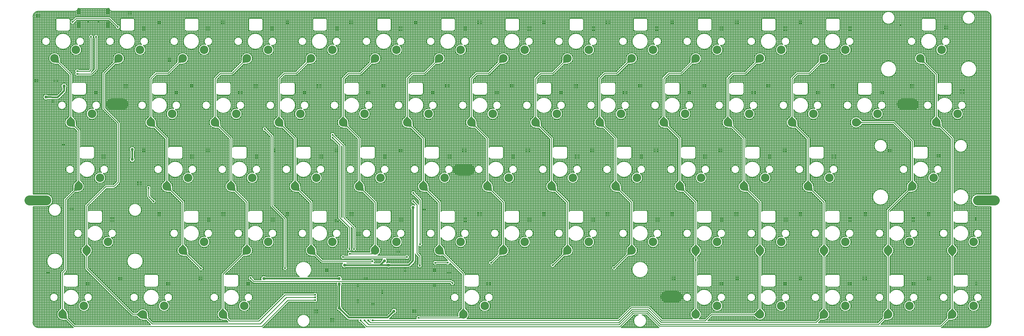
<source format=gtl>
G04 Layer: TopLayer*
G04 EasyEDA v6.4.5, 2020-09-09T00:36:17+08:00*
G04 436c0c316ad34c3b9159c99bcd304625,98eef565fa774a6b8f51c3c50c7f61d6,10*
G04 Gerber Generator version 0.2*
G04 Scale: 100 percent, Rotated: No, Reflected: No *
G04 Dimensions in millimeters *
G04 leading zeros omitted , absolute positions ,3 integer and 3 decimal *
%FSLAX33Y33*%
%MOMM*%
G90*
G71D02*

%ADD10C,0.254000*%
%ADD11C,0.508000*%
%ADD12C,0.913994*%
%ADD13C,0.610006*%
%ADD14C,2.540000*%
%ADD15C,2.999994*%
%ADD16C,3.499993*%
%ADD17C,0.999998*%

%LPD*%
G54D10*
G01X92161Y33148D02*
G01X92006Y33304D01*
G01X92006Y33304D02*
G01X92006Y54424D01*
G01X92006Y54424D02*
G01X92160Y54269D01*
G01X92160Y54269D02*
G01X92160Y33163D01*
G01X92056Y33254D02*
G01X92160Y33254D01*
G01X92006Y33762D02*
G01X92160Y33762D01*
G01X92006Y34270D02*
G01X92160Y34270D01*
G01X92006Y34778D02*
G01X92160Y34778D01*
G01X92006Y35286D02*
G01X92160Y35286D01*
G01X92006Y35794D02*
G01X92160Y35794D01*
G01X92006Y36302D02*
G01X92160Y36302D01*
G01X92006Y36810D02*
G01X92160Y36810D01*
G01X92006Y37318D02*
G01X92160Y37318D01*
G01X92006Y37826D02*
G01X92160Y37826D01*
G01X92006Y38334D02*
G01X92160Y38334D01*
G01X92006Y38842D02*
G01X92160Y38842D01*
G01X92006Y39350D02*
G01X92160Y39350D01*
G01X92006Y39858D02*
G01X92160Y39858D01*
G01X92006Y40366D02*
G01X92160Y40366D01*
G01X92006Y40874D02*
G01X92160Y40874D01*
G01X92006Y41382D02*
G01X92160Y41382D01*
G01X92006Y41890D02*
G01X92160Y41890D01*
G01X92006Y42398D02*
G01X92160Y42398D01*
G01X92006Y42906D02*
G01X92160Y42906D01*
G01X92006Y43414D02*
G01X92160Y43414D01*
G01X92006Y43922D02*
G01X92160Y43922D01*
G01X92006Y44430D02*
G01X92160Y44430D01*
G01X92006Y44938D02*
G01X92160Y44938D01*
G01X92006Y45446D02*
G01X92160Y45446D01*
G01X92006Y45954D02*
G01X92160Y45954D01*
G01X92006Y46462D02*
G01X92160Y46462D01*
G01X92006Y46970D02*
G01X92160Y46970D01*
G01X92006Y47478D02*
G01X92160Y47478D01*
G01X92006Y47986D02*
G01X92160Y47986D01*
G01X92006Y48494D02*
G01X92160Y48494D01*
G01X92006Y49002D02*
G01X92160Y49002D01*
G01X92006Y49510D02*
G01X92160Y49510D01*
G01X92006Y50018D02*
G01X92160Y50018D01*
G01X92006Y50526D02*
G01X92160Y50526D01*
G01X92006Y51034D02*
G01X92160Y51034D01*
G01X92006Y51542D02*
G01X92160Y51542D01*
G01X92006Y52050D02*
G01X92160Y52050D01*
G01X92006Y52558D02*
G01X92160Y52558D01*
G01X92006Y53066D02*
G01X92160Y53066D01*
G01X92006Y53574D02*
G01X92160Y53574D01*
G01X92006Y54082D02*
G01X92160Y54082D01*
G01X93588Y19631D02*
G01X93520Y19650D01*
G01X93520Y19650D02*
G01X100771Y19650D01*
G01X100771Y19650D02*
G01X100810Y19631D01*
G01X100810Y19631D02*
G01X93588Y19631D01*
G01X100317Y19631D02*
G01X100317Y19650D01*
G01X99809Y19631D02*
G01X99809Y19650D01*
G01X99301Y19631D02*
G01X99301Y19650D01*
G01X98793Y19631D02*
G01X98793Y19650D01*
G01X98285Y19631D02*
G01X98285Y19650D01*
G01X97777Y19631D02*
G01X97777Y19650D01*
G01X97269Y19631D02*
G01X97269Y19650D01*
G01X96761Y19631D02*
G01X96761Y19650D01*
G01X96253Y19631D02*
G01X96253Y19650D01*
G01X95745Y19631D02*
G01X95745Y19650D01*
G01X95237Y19631D02*
G01X95237Y19650D01*
G01X94729Y19631D02*
G01X94729Y19650D01*
G01X94221Y19631D02*
G01X94221Y19650D01*
G01X93713Y19631D02*
G01X93713Y19650D01*
G01X100600Y2722D02*
G01X100606Y2722D01*
G01X175120Y386D02*
G01X178955Y4221D01*
G01X178955Y4221D02*
G01X180191Y4221D01*
G01X181315Y4221D02*
G01X182470Y4221D01*
G01X182470Y4221D02*
G01X186181Y510D01*
G01X186381Y386D02*
G01X175120Y386D01*
G01X175476Y742D02*
G01X179802Y742D01*
G01X181704Y742D02*
G01X185949Y742D01*
G01X175984Y1250D02*
G01X179227Y1250D01*
G01X182279Y1250D02*
G01X185441Y1250D01*
G01X176492Y1758D02*
G01X178954Y1758D01*
G01X182552Y1758D02*
G01X184933Y1758D01*
G01X177000Y2266D02*
G01X178849Y2266D01*
G01X182657Y2266D02*
G01X184425Y2266D01*
G01X177508Y2774D02*
G01X178882Y2774D01*
G01X182624Y2774D02*
G01X183917Y2774D01*
G01X178016Y3282D02*
G01X179062Y3282D01*
G01X182444Y3282D02*
G01X183409Y3282D01*
G01X178524Y3790D02*
G01X179448Y3790D01*
G01X182058Y3790D02*
G01X182901Y3790D01*
G01X186169Y386D02*
G01X186169Y522D01*
G01X185661Y386D02*
G01X185661Y1030D01*
G01X185153Y386D02*
G01X185153Y1538D01*
G01X184645Y386D02*
G01X184645Y2046D01*
G01X184137Y386D02*
G01X184137Y2554D01*
G01X183629Y386D02*
G01X183629Y3062D01*
G01X183121Y386D02*
G01X183121Y3570D01*
G01X182613Y386D02*
G01X182613Y1967D01*
G01X182613Y2826D02*
G01X182613Y4078D01*
G01X182105Y386D02*
G01X182105Y1049D01*
G01X182105Y3744D02*
G01X182105Y4221D01*
G01X181597Y386D02*
G01X181597Y684D01*
G01X181597Y4109D02*
G01X181597Y4221D01*
G01X181089Y386D02*
G01X181089Y517D01*
G01X180581Y386D02*
G01X180581Y495D01*
G01X180073Y386D02*
G01X180073Y613D01*
G01X180073Y4180D02*
G01X180073Y4221D01*
G01X179565Y386D02*
G01X179565Y903D01*
G01X179565Y3890D02*
G01X179565Y4221D01*
G01X179057Y386D02*
G01X179057Y1521D01*
G01X179057Y3272D02*
G01X179057Y4221D01*
G01X178549Y386D02*
G01X178549Y3815D01*
G01X178041Y386D02*
G01X178041Y3307D01*
G01X177533Y386D02*
G01X177533Y2799D01*
G01X177025Y386D02*
G01X177025Y2291D01*
G01X176517Y386D02*
G01X176517Y1783D01*
G01X176009Y386D02*
G01X176009Y1275D01*
G01X175501Y386D02*
G01X175501Y767D01*
G01X283343Y386D02*
G01X270213Y386D01*
G01X270413Y510D02*
G01X272514Y2611D01*
G01X272514Y2611D02*
G01X273505Y2648D01*
G01X274717Y5404D02*
G01X274712Y5409D01*
G01X274677Y5448D02*
G01X273994Y6183D01*
G01X273994Y6183D02*
G01X273994Y8097D01*
G01X273994Y10666D02*
G01X273994Y12803D01*
G01X274486Y12477D02*
G01X277686Y12477D01*
G01X278221Y13011D02*
G01X278221Y15711D01*
G01X277686Y16246D02*
G01X274486Y16246D01*
G01X273994Y15920D02*
G01X273994Y21472D01*
G01X273994Y21472D02*
G01X274670Y22200D01*
G01X274670Y24504D02*
G01X273994Y25233D01*
G01X273994Y25233D02*
G01X273994Y27147D01*
G01X273994Y29716D02*
G01X273994Y31843D01*
G01X274486Y31517D02*
G01X277686Y31517D01*
G01X278221Y32051D02*
G01X278221Y34751D01*
G01X277686Y35286D02*
G01X274486Y35286D01*
G01X273994Y34960D02*
G01X273994Y37969D01*
G01X273994Y40484D02*
G01X273994Y56692D01*
G01X273844Y57054D02*
G01X270413Y60485D01*
G01X270413Y60485D02*
G01X270377Y61477D01*
G01X269910Y62604D02*
G01X269234Y63333D01*
G01X269234Y63333D02*
G01X269234Y65247D01*
G01X269234Y67816D02*
G01X269234Y69817D01*
G01X269643Y69627D02*
G01X272843Y69627D01*
G01X273378Y70161D02*
G01X273378Y72861D01*
G01X272843Y73396D02*
G01X269643Y73396D01*
G01X269234Y73206D02*
G01X269234Y75742D01*
G01X269084Y76104D02*
G01X265653Y79535D01*
G01X265653Y79535D02*
G01X265616Y80531D01*
G01X265614Y80596D02*
G01X265614Y80596D01*
G01X263943Y78848D02*
G01X264930Y78811D01*
G01X264930Y78811D02*
G01X268210Y75530D01*
G01X268210Y75530D02*
G01X268210Y63333D01*
G01X268210Y63333D02*
G01X267534Y62604D01*
G01X268701Y59798D02*
G01X269690Y59761D01*
G01X269690Y59761D02*
G01X272970Y56480D01*
G01X272970Y56480D02*
G01X272970Y25233D01*
G01X272970Y25233D02*
G01X272296Y24506D01*
G01X272296Y22198D02*
G01X272970Y21472D01*
G01X272970Y21472D02*
G01X272970Y6183D01*
G01X272970Y6183D02*
G01X272300Y5461D01*
G01X271827Y4317D02*
G01X271791Y3335D01*
G01X271791Y3335D02*
G01X269839Y1383D01*
G01X269839Y1383D02*
G01X252236Y1383D01*
G01X252236Y1383D02*
G01X253464Y2611D01*
G01X253464Y2611D02*
G01X254455Y2648D01*
G01X255667Y5404D02*
G01X255663Y5408D01*
G01X255626Y5448D02*
G01X254944Y6183D01*
G01X254944Y6183D02*
G01X254944Y8097D01*
G01X254944Y10666D02*
G01X254944Y12803D01*
G01X255436Y12477D02*
G01X258636Y12477D01*
G01X259171Y13011D02*
G01X259171Y15711D01*
G01X258636Y16246D02*
G01X255436Y16246D01*
G01X254944Y15920D02*
G01X254944Y21472D01*
G01X254944Y21472D02*
G01X255626Y22206D01*
G01X255663Y22247D02*
G01X255667Y22251D01*
G01X255667Y24454D02*
G01X255664Y24457D01*
G01X255625Y24499D02*
G01X254944Y25233D01*
G01X254944Y25233D02*
G01X254944Y27147D01*
G01X254944Y29716D02*
G01X254944Y31843D01*
G01X255436Y31517D02*
G01X258636Y31517D01*
G01X259171Y32051D02*
G01X259171Y34751D01*
G01X258636Y35286D02*
G01X255436Y35286D01*
G01X254944Y34960D02*
G01X254944Y35041D01*
G01X254944Y35041D02*
G01X260614Y40711D01*
G01X260614Y40711D02*
G01X261606Y40748D01*
G01X262771Y43553D02*
G01X262094Y44283D01*
G01X262094Y44283D02*
G01X262094Y46196D01*
G01X262094Y48767D02*
G01X262094Y50764D01*
G01X262503Y50574D02*
G01X265703Y50574D01*
G01X266238Y51108D02*
G01X266238Y53808D01*
G01X265703Y54343D02*
G01X262503Y54343D01*
G01X262094Y54153D02*
G01X262094Y55913D01*
G01X261944Y56275D02*
G01X256425Y61792D01*
G01X256064Y61942D02*
G01X246793Y61961D01*
G01X246793Y61961D02*
G01X246064Y62641D01*
G01X246064Y60264D02*
G01X246791Y60938D01*
G01X246791Y60938D02*
G01X255850Y60919D01*
G01X255850Y60919D02*
G01X261070Y55701D01*
G01X261070Y55701D02*
G01X261070Y44283D01*
G01X261070Y44283D02*
G01X260396Y43557D01*
G01X259927Y42424D02*
G01X259891Y41435D01*
G01X259891Y41435D02*
G01X254070Y35614D01*
G01X253920Y35253D02*
G01X253920Y25233D01*
G01X253920Y25233D02*
G01X253250Y24511D01*
G01X253250Y22195D02*
G01X253920Y21472D01*
G01X253920Y21472D02*
G01X253920Y6183D01*
G01X253920Y6183D02*
G01X253249Y5460D01*
G01X252777Y4318D02*
G01X252741Y3335D01*
G01X252741Y3335D02*
G01X251299Y1894D01*
G01X251299Y1894D02*
G01X233697Y1894D01*
G01X233697Y1894D02*
G01X234414Y2611D01*
G01X234414Y2611D02*
G01X235406Y2648D01*
G01X236617Y5404D02*
G01X236614Y5407D01*
G01X236574Y5450D02*
G01X235894Y6183D01*
G01X235894Y6183D02*
G01X235894Y8097D01*
G01X235894Y10666D02*
G01X235894Y12803D01*
G01X236386Y12477D02*
G01X239586Y12477D01*
G01X240121Y13011D02*
G01X240121Y15711D01*
G01X239586Y16246D02*
G01X236386Y16246D01*
G01X235894Y15920D02*
G01X235894Y21472D01*
G01X235894Y21472D02*
G01X236574Y22205D01*
G01X236615Y22248D02*
G01X236617Y22251D01*
G01X236617Y24454D02*
G01X236614Y24457D01*
G01X236575Y24500D02*
G01X235894Y25233D01*
G01X235894Y25233D02*
G01X235894Y27147D01*
G01X235894Y29716D02*
G01X235894Y31842D01*
G01X236386Y31517D02*
G01X239586Y31517D01*
G01X240121Y32051D02*
G01X240121Y34751D01*
G01X239586Y35286D02*
G01X236386Y35286D01*
G01X235894Y34960D02*
G01X235894Y37642D01*
G01X235744Y38004D02*
G01X232314Y41435D01*
G01X232314Y41435D02*
G01X232276Y42436D01*
G01X232274Y42492D02*
G01X232274Y42496D01*
G01X231857Y43504D02*
G01X231855Y43506D01*
G01X231814Y43551D02*
G01X231134Y44283D01*
G01X231134Y44283D02*
G01X231134Y46197D01*
G01X231134Y48766D02*
G01X231134Y50900D01*
G01X231626Y50574D02*
G01X234826Y50574D01*
G01X235361Y51108D02*
G01X235361Y53808D01*
G01X234826Y54343D02*
G01X231626Y54343D01*
G01X231134Y54017D02*
G01X231134Y56692D01*
G01X230984Y57054D02*
G01X227554Y60485D01*
G01X227554Y60485D02*
G01X227516Y61492D01*
G01X227515Y61536D02*
G01X227514Y61546D01*
G01X227096Y62556D02*
G01X227089Y62562D01*
G01X227058Y62596D02*
G01X226372Y63333D01*
G01X226372Y63333D02*
G01X226369Y65254D01*
G01X226365Y67802D02*
G01X226362Y69984D01*
G01X226866Y69627D02*
G01X230066Y69627D01*
G01X230601Y70161D02*
G01X230601Y72861D01*
G01X230066Y73396D02*
G01X226866Y73396D01*
G01X226357Y73024D02*
G01X226355Y74268D01*
G01X226355Y74268D02*
G01X227627Y75537D01*
G01X227627Y75537D02*
G01X230931Y75537D01*
G01X231293Y75687D02*
G01X234420Y78814D01*
G01X234420Y78814D02*
G01X235406Y78848D01*
G01X233737Y80527D02*
G01X233698Y79540D01*
G01X233698Y79540D02*
G01X230719Y76561D01*
G01X230719Y76561D02*
G01X227415Y76561D01*
G01X227054Y76412D02*
G01X225481Y74842D01*
G01X225331Y74479D02*
G01X225349Y63332D01*
G01X225349Y63332D02*
G01X224678Y62608D01*
G01X225842Y59798D02*
G01X226830Y59761D01*
G01X226830Y59761D02*
G01X230110Y56480D01*
G01X230110Y56480D02*
G01X230110Y44283D01*
G01X230110Y44283D02*
G01X229439Y43559D01*
G01X230599Y40748D02*
G01X231590Y40711D01*
G01X231590Y40711D02*
G01X234870Y37430D01*
G01X234870Y37430D02*
G01X234870Y25233D01*
G01X234870Y25233D02*
G01X234199Y24510D01*
G01X234200Y22195D02*
G01X234870Y21472D01*
G01X234870Y21472D02*
G01X234870Y6183D01*
G01X234870Y6183D02*
G01X234199Y5460D01*
G01X233727Y4319D02*
G01X233691Y3335D01*
G01X233691Y3335D02*
G01X232788Y2432D01*
G01X232788Y2432D02*
G01X200778Y2432D01*
G01X200778Y2432D02*
G01X202115Y3769D01*
G01X202115Y3769D02*
G01X214463Y3788D01*
G01X214463Y3788D02*
G01X215189Y3116D01*
G01X217531Y5454D02*
G01X216854Y6183D01*
G01X216854Y6183D02*
G01X216854Y8097D01*
G01X216854Y10666D02*
G01X216854Y12803D01*
G01X217346Y12477D02*
G01X220546Y12477D01*
G01X221081Y13011D02*
G01X221081Y15712D01*
G01X220546Y16246D02*
G01X217346Y16246D01*
G01X216854Y15920D02*
G01X216854Y21472D01*
G01X216854Y21472D02*
G01X217531Y22202D01*
G01X217531Y24504D02*
G01X216854Y25233D01*
G01X216854Y25233D02*
G01X216854Y27147D01*
G01X216854Y29716D02*
G01X216854Y31843D01*
G01X217346Y31517D02*
G01X220546Y31517D01*
G01X221081Y32051D02*
G01X221081Y34751D01*
G01X220546Y35286D02*
G01X217346Y35286D01*
G01X216854Y34960D02*
G01X216854Y37633D01*
G01X216704Y37994D02*
G01X213264Y41435D01*
G01X213264Y41435D02*
G01X213227Y42433D01*
G01X213224Y42494D02*
G01X213224Y42496D01*
G01X212807Y43504D02*
G01X212806Y43505D01*
G01X212763Y43551D02*
G01X212084Y44283D01*
G01X212084Y44283D02*
G01X212084Y46197D01*
G01X212084Y48766D02*
G01X212084Y50900D01*
G01X212576Y50574D02*
G01X215776Y50574D01*
G01X216311Y51108D02*
G01X216311Y53808D01*
G01X215776Y54343D02*
G01X212576Y54343D01*
G01X212084Y54017D02*
G01X212084Y56692D01*
G01X211934Y57054D02*
G01X208504Y60485D01*
G01X208504Y60485D02*
G01X208466Y61490D01*
G01X208465Y61538D02*
G01X208464Y61546D01*
G01X208047Y62554D02*
G01X208042Y62560D01*
G01X208007Y62597D02*
G01X207324Y63333D01*
G01X207324Y63333D02*
G01X207324Y65247D01*
G01X207324Y67816D02*
G01X207324Y69952D01*
G01X207816Y69627D02*
G01X211016Y69627D01*
G01X211551Y70161D02*
G01X211551Y72861D01*
G01X211016Y73396D02*
G01X207816Y73396D01*
G01X207324Y73070D02*
G01X207324Y74327D01*
G01X207324Y74327D02*
G01X208546Y75549D01*
G01X208546Y75549D02*
G01X211913Y75549D01*
G01X212274Y75699D02*
G01X215382Y78806D01*
G01X215382Y78806D02*
G01X216371Y78848D01*
G01X214687Y80515D02*
G01X214656Y79528D01*
G01X214656Y79528D02*
G01X211701Y76573D01*
G01X211701Y76573D02*
G01X208334Y76573D01*
G01X207972Y76423D02*
G01X206450Y74901D01*
G01X206300Y74539D02*
G01X206300Y63333D01*
G01X206300Y63333D02*
G01X205629Y62609D01*
G01X206791Y59798D02*
G01X207780Y59761D01*
G01X207780Y59761D02*
G01X211060Y56480D01*
G01X211060Y56480D02*
G01X211060Y44283D01*
G01X211060Y44283D02*
G01X210387Y43557D01*
G01X211550Y40748D02*
G01X212540Y40711D01*
G01X212540Y40711D02*
G01X215830Y37421D01*
G01X215830Y37421D02*
G01X215830Y25233D01*
G01X215830Y25233D02*
G01X215157Y24507D01*
G01X215156Y22198D02*
G01X215830Y21472D01*
G01X215830Y21472D02*
G01X215830Y6183D01*
G01X215830Y6183D02*
G01X215171Y5472D01*
G01X215171Y5472D02*
G01X214461Y4812D01*
G01X214461Y4812D02*
G01X201902Y4792D01*
G01X201541Y4642D02*
G01X199872Y2974D01*
G01X199872Y2974D02*
G01X198268Y2974D01*
G01X198472Y5452D02*
G01X197794Y6183D01*
G01X197794Y6183D02*
G01X197794Y8097D01*
G01X197794Y10666D02*
G01X197794Y12803D01*
G01X198286Y12477D02*
G01X201486Y12477D01*
G01X202021Y13011D02*
G01X202021Y15711D01*
G01X201486Y16246D02*
G01X198286Y16246D01*
G01X197794Y15920D02*
G01X197794Y19994D01*
G01X197794Y19994D02*
G01X197840Y20090D01*
G01X197840Y20902D02*
G01X197794Y20998D01*
G01X197794Y20998D02*
G01X197794Y21472D01*
G01X197794Y21472D02*
G01X198473Y22203D01*
G01X198516Y22250D02*
G01X198517Y22251D01*
G01X198472Y24502D02*
G01X197794Y25233D01*
G01X197794Y25233D02*
G01X197794Y27147D01*
G01X197794Y29716D02*
G01X197794Y31843D01*
G01X198286Y31517D02*
G01X201486Y31517D01*
G01X202021Y32051D02*
G01X202021Y34751D01*
G01X201486Y35286D02*
G01X198286Y35286D01*
G01X197794Y34960D02*
G01X197794Y37642D01*
G01X197644Y38004D02*
G01X194214Y41435D01*
G01X194214Y41435D02*
G01X194177Y42431D01*
G01X194174Y42496D02*
G01X194174Y42496D01*
G01X193712Y43553D02*
G01X193034Y44283D01*
G01X193034Y44283D02*
G01X193034Y46197D01*
G01X193034Y48766D02*
G01X193034Y50900D01*
G01X193526Y50574D02*
G01X196726Y50574D01*
G01X197261Y51108D02*
G01X197261Y53808D01*
G01X196726Y54343D02*
G01X193526Y54343D01*
G01X193034Y54017D02*
G01X193034Y56692D01*
G01X192884Y57054D02*
G01X189454Y60485D01*
G01X189454Y60485D02*
G01X189417Y61486D01*
G01X189415Y61541D02*
G01X189414Y61546D01*
G01X188996Y62556D02*
G01X188992Y62559D01*
G01X188954Y62600D02*
G01X188272Y63333D01*
G01X188272Y63333D02*
G01X188269Y65254D01*
G01X188265Y67802D02*
G01X188262Y69984D01*
G01X188766Y69627D02*
G01X191966Y69627D01*
G01X192501Y70161D02*
G01X192501Y72861D01*
G01X191966Y73396D02*
G01X188766Y73396D01*
G01X188257Y73025D02*
G01X188255Y74319D01*
G01X188255Y74319D02*
G01X189486Y75548D01*
G01X189486Y75548D02*
G01X192862Y75548D01*
G01X193224Y75698D02*
G01X196332Y78806D01*
G01X196332Y78806D02*
G01X197321Y78848D01*
G01X195637Y80516D02*
G01X195606Y79528D01*
G01X195606Y79528D02*
G01X192650Y76572D01*
G01X192650Y76572D02*
G01X189275Y76572D01*
G01X188913Y76422D02*
G01X187381Y74893D01*
G01X187231Y74530D02*
G01X187249Y63332D01*
G01X187249Y63332D02*
G01X186577Y62607D01*
G01X187741Y59798D02*
G01X188730Y59761D01*
G01X188730Y59761D02*
G01X192010Y56480D01*
G01X192010Y56480D02*
G01X192010Y44283D01*
G01X192010Y44283D02*
G01X191337Y43557D01*
G01X192499Y40748D02*
G01X193490Y40711D01*
G01X193490Y40711D02*
G01X196770Y37430D01*
G01X196770Y37430D02*
G01X196770Y25233D01*
G01X196770Y25233D02*
G01X196098Y24509D01*
G01X196098Y22197D02*
G01X196770Y21472D01*
G01X196770Y21472D02*
G01X196770Y20998D01*
G01X196770Y20998D02*
G01X196725Y20902D01*
G01X196725Y20090D02*
G01X196770Y19994D01*
G01X196770Y19994D02*
G01X196770Y6183D01*
G01X196770Y6183D02*
G01X196097Y5457D01*
G01X196296Y2974D02*
G01X187436Y2974D01*
G01X187436Y2974D02*
G01X183745Y6664D01*
G01X183383Y6814D02*
G01X178072Y6814D01*
G01X177710Y6664D02*
G01X174070Y3024D01*
G01X174070Y3024D02*
G01X129283Y3024D01*
G01X129421Y5454D02*
G01X128744Y6183D01*
G01X128744Y6183D02*
G01X128744Y8097D01*
G01X128744Y10666D02*
G01X128744Y12667D01*
G01X129153Y12477D02*
G01X132353Y12477D01*
G01X132888Y13011D02*
G01X132888Y15711D01*
G01X132353Y16246D02*
G01X129153Y16246D01*
G01X128744Y16056D02*
G01X128744Y16386D01*
G01X128594Y16748D02*
G01X122850Y22492D01*
G01X122850Y22492D02*
G01X122740Y23500D01*
G01X122734Y23562D02*
G01X122734Y23563D01*
G01X122282Y24503D02*
G01X121604Y25233D01*
G01X121604Y25233D02*
G01X121604Y27147D01*
G01X121604Y29716D02*
G01X121604Y31843D01*
G01X122097Y31517D02*
G01X125297Y31517D01*
G01X125831Y32051D02*
G01X125831Y34751D01*
G01X125297Y35286D02*
G01X122097Y35286D01*
G01X121604Y34960D02*
G01X121604Y37633D01*
G01X121454Y37994D02*
G01X118014Y41435D01*
G01X118014Y41435D02*
G01X117977Y42437D01*
G01X117975Y42491D02*
G01X117974Y42496D01*
G01X117557Y43504D02*
G01X117554Y43507D01*
G01X117515Y43549D02*
G01X116834Y44283D01*
G01X116834Y44283D02*
G01X116834Y46197D01*
G01X116834Y48766D02*
G01X116834Y50899D01*
G01X117327Y50574D02*
G01X120527Y50574D01*
G01X121061Y51108D02*
G01X121061Y53808D01*
G01X120527Y54343D02*
G01X117327Y54343D01*
G01X116834Y54017D02*
G01X116834Y56692D01*
G01X116684Y57054D02*
G01X113254Y60485D01*
G01X113254Y60485D02*
G01X113217Y61478D01*
G01X112753Y62601D02*
G01X112077Y63332D01*
G01X112077Y63332D02*
G01X112080Y65237D01*
G01X112084Y67832D02*
G01X112087Y69924D01*
G01X112567Y69627D02*
G01X115767Y69627D01*
G01X116301Y70161D02*
G01X116301Y72861D01*
G01X115767Y73396D02*
G01X112567Y73396D01*
G01X112092Y73108D02*
G01X112094Y74319D01*
G01X112094Y74319D02*
G01X113326Y75549D01*
G01X113326Y75549D02*
G01X116651Y75549D01*
G01X117013Y75699D02*
G01X120125Y78811D01*
G01X120125Y78811D02*
G01X121113Y78848D01*
G01X119438Y80522D02*
G01X119401Y79535D01*
G01X119401Y79535D02*
G01X116439Y76573D01*
G01X116439Y76573D02*
G01X113114Y76573D01*
G01X112753Y76423D02*
G01X111221Y74894D01*
G01X111071Y74532D02*
G01X111053Y63333D01*
G01X111053Y63333D02*
G01X110377Y62607D01*
G01X111541Y59798D02*
G01X112530Y59761D01*
G01X112530Y59761D02*
G01X115811Y56480D01*
G01X115811Y56480D02*
G01X115811Y44283D01*
G01X115811Y44283D02*
G01X115139Y43559D01*
G01X116300Y40748D02*
G01X117290Y40711D01*
G01X117290Y40711D02*
G01X120581Y37421D01*
G01X120581Y37421D02*
G01X120581Y25233D01*
G01X120581Y25233D02*
G01X119908Y24508D01*
G01X121184Y21700D02*
G01X122161Y21733D01*
G01X122161Y21733D02*
G01X123530Y20365D01*
G01X123217Y20239D02*
G01X123121Y20193D01*
G01X123121Y20193D02*
G01X120366Y20193D01*
G01X120366Y20193D02*
G01X120264Y20239D01*
G01X120294Y19124D02*
G01X120384Y19170D01*
G01X120384Y19170D02*
G01X123121Y19170D01*
G01X123121Y19170D02*
G01X123217Y19124D01*
G01X124307Y19588D02*
G01X127720Y16174D01*
G01X127720Y16174D02*
G01X127720Y6183D01*
G01X127720Y6183D02*
G01X127047Y5457D01*
G01X126661Y3784D02*
G01X115377Y3784D01*
G01X115377Y3784D02*
G01X115280Y3830D01*
G01X114231Y3024D02*
G01X106279Y3024D01*
G01X106279Y3024D02*
G01X107608Y4353D01*
G01X107608Y4353D02*
G01X107786Y4453D01*
G01X106805Y5434D02*
G01X106704Y5256D01*
G01X106704Y5256D02*
G01X105448Y4000D01*
G01X105448Y4000D02*
G01X94458Y4000D01*
G01X94458Y4000D02*
G01X92313Y6147D01*
G01X92313Y6147D02*
G01X92212Y6326D01*
G01X92078Y6650D02*
G01X92023Y6847D01*
G01X92023Y6847D02*
G01X92023Y12687D01*
G01X92023Y12687D02*
G01X92078Y12885D01*
G01X92175Y13649D02*
G01X124242Y13649D01*
G01X124242Y13649D02*
G01X124286Y13605D01*
G01X124286Y13605D02*
G01X124322Y13504D01*
G01X125111Y14293D02*
G01X125010Y14329D01*
G01X125010Y14329D02*
G01X124816Y14523D01*
G01X124454Y14673D02*
G01X92179Y14673D01*
G01X90907Y15644D02*
G01X90710Y15590D01*
G01X90710Y15590D02*
G01X82039Y15590D01*
G01X79468Y15590D02*
G01X69628Y15590D01*
G01X69628Y15590D02*
G01X69431Y15645D01*
G01X68159Y14673D02*
G01X66186Y14673D01*
G01X66186Y14673D02*
G01X65740Y15119D01*
G01X65740Y15119D02*
G01X65705Y15219D01*
G01X64917Y14430D02*
G01X65017Y14394D01*
G01X65017Y14394D02*
G01X65612Y13799D01*
G01X65974Y13649D02*
G01X90592Y13649D01*
G01X90691Y12883D02*
G01X90746Y12686D01*
G01X90746Y12686D02*
G01X90746Y6847D01*
G01X90746Y6847D02*
G01X90691Y6650D01*
G01X91231Y5345D02*
G01X91409Y5244D01*
G01X91409Y5244D02*
G01X93742Y2909D01*
G01X94194Y2722D02*
G01X97006Y2722D01*
G01X97557Y1830D02*
G01X97658Y1794D01*
G01X97658Y1794D02*
G01X99066Y386D01*
G01X99066Y386D02*
G01X68679Y386D01*
G01X68726Y429D02*
G01X76336Y8041D01*
G01X76336Y8041D02*
G01X83742Y8041D01*
G01X83742Y8041D02*
G01X83839Y7995D01*
G01X83839Y10700D02*
G01X83742Y10654D01*
G01X83742Y10654D02*
G01X75235Y10654D01*
G01X74873Y10505D02*
G01X67220Y2854D01*
G01X67220Y2854D02*
G01X58965Y2854D01*
G01X58965Y2854D02*
G01X58484Y3335D01*
G01X58484Y3335D02*
G01X58447Y4329D01*
G01X57980Y5455D02*
G01X57304Y6183D01*
G01X57304Y6183D02*
G01X57304Y8097D01*
G01X57304Y10666D02*
G01X57304Y12666D01*
G01X57712Y12477D02*
G01X60912Y12477D01*
G01X61447Y13011D02*
G01X61447Y15711D01*
G01X60912Y16246D02*
G01X57712Y16246D01*
G01X57511Y16207D02*
G01X62965Y21661D01*
G01X62965Y21661D02*
G01X63957Y21698D01*
G01X65122Y24503D02*
G01X64444Y25233D01*
G01X64444Y25233D02*
G01X64444Y27147D01*
G01X64444Y29716D02*
G01X64444Y31843D01*
G01X64937Y31517D02*
G01X68137Y31517D01*
G01X68671Y32051D02*
G01X68671Y34751D01*
G01X68137Y35286D02*
G01X64937Y35286D01*
G01X64444Y34960D02*
G01X64444Y37643D01*
G01X64294Y38005D02*
G01X60864Y41435D01*
G01X60864Y41435D02*
G01X60827Y42430D01*
G01X60407Y43505D02*
G01X60405Y43506D01*
G01X60364Y43550D02*
G01X59684Y44283D01*
G01X59684Y44283D02*
G01X59684Y46197D01*
G01X59684Y48766D02*
G01X59684Y50900D01*
G01X60177Y50574D02*
G01X63377Y50574D01*
G01X63912Y51108D02*
G01X63912Y53808D01*
G01X63377Y54343D02*
G01X60177Y54343D01*
G01X59684Y54017D02*
G01X59684Y56692D01*
G01X59534Y57054D02*
G01X56104Y60485D01*
G01X56104Y60485D02*
G01X56067Y61485D01*
G01X56065Y61543D02*
G01X56065Y61546D01*
G01X55700Y62492D02*
G01X55697Y62495D01*
G01X55660Y62539D02*
G01X55010Y63313D01*
G01X55010Y63313D02*
G01X55010Y65122D01*
G01X55010Y67941D02*
G01X55010Y69815D01*
G01X55417Y69627D02*
G01X58617Y69627D01*
G01X59152Y70161D02*
G01X59152Y72861D01*
G01X58617Y73396D02*
G01X55417Y73396D01*
G01X55010Y73208D02*
G01X55010Y74282D01*
G01X55010Y74282D02*
G01X56276Y75548D01*
G01X56276Y75548D02*
G01X59472Y75548D01*
G01X59834Y75698D02*
G01X62954Y78818D01*
G01X62954Y78818D02*
G01X63941Y78848D01*
G01X62278Y80534D02*
G01X62234Y79546D01*
G01X62234Y79546D02*
G01X59260Y76572D01*
G01X59260Y76572D02*
G01X56064Y76572D01*
G01X55703Y76422D02*
G01X54136Y74855D01*
G01X53986Y74494D02*
G01X53986Y63348D01*
G01X53986Y63348D02*
G01X53286Y62664D01*
G01X54391Y59798D02*
G01X55380Y59761D01*
G01X55380Y59761D02*
G01X58661Y56480D01*
G01X58661Y56480D02*
G01X58661Y44283D01*
G01X58661Y44283D02*
G01X57984Y43554D01*
G01X59154Y40748D02*
G01X60140Y40711D01*
G01X60140Y40711D02*
G01X63421Y37431D01*
G01X63421Y37431D02*
G01X63421Y25233D01*
G01X63421Y25233D02*
G01X62748Y24508D01*
G01X62278Y23372D02*
G01X62241Y22385D01*
G01X62241Y22385D02*
G01X56431Y16574D01*
G01X56281Y16212D02*
G01X56281Y6183D01*
G01X56281Y6183D02*
G01X55606Y5456D01*
G01X56769Y2648D02*
G01X57760Y2611D01*
G01X57760Y2611D02*
G01X58348Y2024D01*
G01X58348Y2024D02*
G01X35986Y2024D01*
G01X35986Y2024D02*
G01X34674Y3335D01*
G01X34674Y3335D02*
G01X34637Y4333D01*
G01X34635Y4395D02*
G01X34635Y4397D01*
G01X31827Y5487D02*
G01X31102Y4814D01*
G01X31102Y4814D02*
G01X30254Y4814D01*
G01X30254Y4814D02*
G01X16855Y18213D01*
G01X16855Y18213D02*
G01X16855Y21479D01*
G01X16855Y21479D02*
G01X17523Y22224D01*
G01X17501Y24504D02*
G01X16825Y25232D01*
G01X16825Y25232D02*
G01X16827Y27143D01*
G01X16829Y29723D02*
G01X16830Y31700D01*
G01X17234Y31517D02*
G01X20433Y31517D01*
G01X20968Y32051D02*
G01X20968Y34751D01*
G01X20433Y35286D02*
G01X17234Y35286D01*
G01X16833Y35106D02*
G01X16834Y36468D01*
G01X16834Y36468D02*
G01X22226Y41858D01*
G01X22226Y41858D02*
G01X24412Y41858D01*
G01X24774Y42008D02*
G01X26105Y43339D01*
G01X26255Y43701D02*
G01X26255Y61222D01*
G01X26105Y61584D02*
G01X21924Y65762D01*
G01X21924Y65762D02*
G01X21924Y75872D01*
G01X21924Y75872D02*
G01X24864Y78811D01*
G01X24864Y78811D02*
G01X25852Y78848D01*
G01X24178Y80526D02*
G01X24141Y79536D01*
G01X24141Y79536D02*
G01X21051Y76446D01*
G01X20901Y76084D02*
G01X20901Y65550D01*
G01X21051Y65188D02*
G01X25231Y61010D01*
G01X25231Y61010D02*
G01X25231Y43913D01*
G01X25231Y43913D02*
G01X24200Y42882D01*
G01X24200Y42882D02*
G01X22015Y42882D01*
G01X21653Y42732D02*
G01X15961Y37043D01*
G01X15811Y36681D02*
G01X15802Y25233D01*
G01X15802Y25233D02*
G01X15129Y24509D01*
G01X15147Y22177D02*
G01X15832Y21466D01*
G01X15832Y21466D02*
G01X15832Y18001D01*
G01X15982Y17640D02*
G01X29681Y3941D01*
G01X30042Y3791D02*
G01X31102Y3791D01*
G01X31102Y3791D02*
G01X31827Y3118D01*
G01X32959Y2648D02*
G01X33950Y2611D01*
G01X33950Y2611D02*
G01X35259Y1302D01*
G01X35259Y1302D02*
G01X12895Y1302D01*
G01X12895Y1302D02*
G01X10864Y3335D01*
G01X10864Y3335D02*
G01X10827Y4328D01*
G01X10360Y5455D02*
G01X9684Y6183D01*
G01X9684Y6183D02*
G01X9684Y8097D01*
G01X9684Y10666D02*
G01X9684Y12666D01*
G01X10092Y12477D02*
G01X13292Y12477D01*
G01X13827Y13011D02*
G01X13827Y15711D01*
G01X13292Y16246D02*
G01X10092Y16246D01*
G01X9684Y16057D02*
G01X9684Y16519D01*
G01X9684Y16519D02*
G01X10355Y17190D01*
G01X10505Y17552D02*
G01X10505Y38252D01*
G01X10505Y38252D02*
G01X12964Y40711D01*
G01X12964Y40711D02*
G01X13954Y40748D01*
G01X15122Y43553D02*
G01X14444Y44283D01*
G01X14444Y44283D02*
G01X14444Y46197D01*
G01X14444Y48766D02*
G01X14444Y50762D01*
G01X14852Y50574D02*
G01X18052Y50574D01*
G01X18587Y51108D02*
G01X18587Y53808D01*
G01X18052Y54343D02*
G01X14852Y54343D01*
G01X14444Y54154D02*
G01X14444Y59072D01*
G01X14294Y59434D02*
G01X13244Y60485D01*
G01X13244Y60485D02*
G01X13207Y61480D01*
G01X12742Y62603D02*
G01X12064Y63333D01*
G01X12064Y63333D02*
G01X12064Y65247D01*
G01X12064Y67816D02*
G01X12064Y69817D01*
G01X12474Y69627D02*
G01X15674Y69627D01*
G01X16208Y70161D02*
G01X16208Y72861D01*
G01X15674Y73396D02*
G01X12474Y73396D01*
G01X12064Y73206D02*
G01X12064Y75742D01*
G01X11914Y76104D02*
G01X8484Y79535D01*
G01X8484Y79535D02*
G01X8447Y80535D01*
G01X8445Y80592D02*
G01X8445Y80596D01*
G01X6772Y78848D02*
G01X7760Y78811D01*
G01X7760Y78811D02*
G01X11041Y75530D01*
G01X11041Y75530D02*
G01X11041Y63333D01*
G01X11041Y63333D02*
G01X10366Y62606D01*
G01X11530Y59798D02*
G01X12520Y59761D01*
G01X12520Y59761D02*
G01X13421Y58860D01*
G01X13421Y58860D02*
G01X13421Y44283D01*
G01X13421Y44283D02*
G01X12746Y43556D01*
G01X12278Y42424D02*
G01X12241Y41435D01*
G01X12241Y41435D02*
G01X9631Y38826D01*
G01X9481Y38464D02*
G01X9481Y17764D01*
G01X9481Y17764D02*
G01X8810Y17093D01*
G01X8660Y16731D02*
G01X8660Y6183D01*
G01X8660Y6183D02*
G01X7986Y5456D01*
G01X9148Y2648D02*
G01X10140Y2611D01*
G01X10140Y2611D02*
G01X12321Y429D01*
G01X12368Y386D02*
G01X1990Y386D01*
G01X1990Y386D02*
G01X1984Y386D01*
G01X390Y1985D02*
G01X390Y36367D01*
G01X390Y36367D02*
G01X4333Y36367D01*
G01X4333Y40136D02*
G01X390Y40136D01*
G01X390Y40136D02*
G01X390Y92913D01*
G01X2020Y94542D02*
G01X12954Y94542D01*
G01X13871Y95346D02*
G01X22860Y95350D01*
G01X23813Y94546D02*
G01X283353Y94546D01*
G01X285000Y92900D02*
G01X285000Y92894D01*
G01X285000Y92891D02*
G01X285000Y40136D01*
G01X285000Y40136D02*
G01X281043Y40136D01*
G01X281043Y36367D02*
G01X285000Y36367D01*
G01X285000Y36367D02*
G01X285000Y2071D01*
G01X115841Y19217D02*
G01X115795Y19314D01*
G01X115795Y19314D02*
G01X115795Y21590D01*
G01X115645Y21952D02*
G01X114934Y22663D01*
G01X114934Y22663D02*
G01X114934Y24616D01*
G01X115961Y25527D02*
G01X115915Y25623D01*
G01X115915Y25623D02*
G01X115935Y38371D01*
G01X115785Y38734D02*
G01X114071Y40448D01*
G01X114071Y40448D02*
G01X114035Y40549D01*
G01X113247Y39760D02*
G01X113347Y39724D01*
G01X113347Y39724D02*
G01X114911Y38161D01*
G01X114911Y38161D02*
G01X114909Y37090D01*
G01X114784Y37294D02*
G01X114100Y37978D01*
G01X114100Y37978D02*
G01X114065Y38078D01*
G01X113276Y37289D02*
G01X113377Y37254D01*
G01X113377Y37254D02*
G01X113810Y36821D01*
G01X112604Y35676D02*
G01X112658Y35479D01*
G01X112658Y35479D02*
G01X112656Y20537D01*
G01X112656Y20537D02*
G01X111750Y19631D01*
G01X111750Y19631D02*
G01X106653Y19631D01*
G01X106653Y19631D02*
G01X106456Y19686D01*
G01X105502Y19686D02*
G01X105413Y19661D01*
G01X105353Y20880D02*
G01X111011Y20880D01*
G01X111011Y20880D02*
G01X111107Y20834D01*
G01X111107Y21949D02*
G01X111011Y21903D01*
G01X111011Y21903D02*
G01X102841Y21903D01*
G01X103231Y24503D02*
G01X102554Y25233D01*
G01X102554Y25233D02*
G01X102554Y27147D01*
G01X102554Y29716D02*
G01X102554Y31843D01*
G01X103047Y31517D02*
G01X106247Y31517D01*
G01X106781Y32051D02*
G01X106781Y34751D01*
G01X106247Y35286D02*
G01X103047Y35286D01*
G01X102554Y34960D02*
G01X102554Y37633D01*
G01X102404Y37994D02*
G01X98964Y41435D01*
G01X98964Y41435D02*
G01X98927Y42434D01*
G01X98925Y42494D02*
G01X98924Y42496D01*
G01X98507Y43504D02*
G01X98506Y43506D01*
G01X98464Y43551D02*
G01X97784Y44283D01*
G01X97784Y44283D02*
G01X97784Y46197D01*
G01X97784Y48766D02*
G01X97784Y50899D01*
G01X98277Y50573D02*
G01X101477Y50573D01*
G01X102011Y51108D02*
G01X102011Y53808D01*
G01X101477Y54343D02*
G01X98277Y54343D01*
G01X97784Y54017D02*
G01X97784Y56692D01*
G01X97634Y57054D02*
G01X94204Y60485D01*
G01X94204Y60485D02*
G01X94167Y61491D01*
G01X94165Y61536D02*
G01X94165Y61546D01*
G01X93747Y62554D02*
G01X93742Y62560D01*
G01X93708Y62596D02*
G01X93025Y63332D01*
G01X93025Y63332D02*
G01X93025Y65246D01*
G01X93025Y67817D02*
G01X93025Y69951D01*
G01X93517Y69627D02*
G01X96717Y69627D01*
G01X97251Y70161D02*
G01X97251Y72861D01*
G01X96717Y73396D02*
G01X93517Y73396D01*
G01X93025Y73072D02*
G01X93025Y74288D01*
G01X93025Y74288D02*
G01X94277Y75538D01*
G01X94277Y75538D02*
G01X97602Y75538D01*
G01X97964Y75688D02*
G01X101078Y78802D01*
G01X101078Y78802D02*
G01X102068Y78848D01*
G01X100377Y80504D02*
G01X100350Y79522D01*
G01X100350Y79522D02*
G01X97390Y76562D01*
G01X97390Y76562D02*
G01X94065Y76562D01*
G01X93703Y76412D02*
G01X92152Y74863D01*
G01X92001Y74500D02*
G01X92001Y63333D01*
G01X92001Y63333D02*
G01X91330Y62610D01*
G01X92491Y59798D02*
G01X93480Y59761D01*
G01X93480Y59761D02*
G01X96761Y56480D01*
G01X96761Y56480D02*
G01X96761Y44283D01*
G01X96761Y44283D02*
G01X96088Y43558D01*
G01X97250Y40748D02*
G01X98240Y40711D01*
G01X98240Y40711D02*
G01X101531Y37421D01*
G01X101531Y37421D02*
G01X101531Y25233D01*
G01X101531Y25233D02*
G01X100858Y24508D01*
G01X100461Y22864D02*
G01X94985Y22864D01*
G01X94985Y22864D02*
G01X94889Y22910D01*
G01X93960Y21903D02*
G01X92965Y21903D01*
G01X92965Y21903D02*
G01X92869Y21949D01*
G01X92869Y20834D02*
G01X92966Y20880D01*
G01X92966Y20880D02*
G01X104254Y20880D01*
G01X103977Y20402D02*
G01X103874Y20224D01*
G01X103874Y20224D02*
G01X103272Y19631D01*
G01X103272Y19631D02*
G01X101714Y19631D01*
G01X100867Y20719D02*
G01X100771Y20673D01*
G01X100771Y20673D02*
G01X86395Y20673D01*
G01X86395Y20673D02*
G01X84684Y22385D01*
G01X84684Y22385D02*
G01X84647Y23379D01*
G01X84181Y24504D02*
G01X83504Y25233D01*
G01X83504Y25233D02*
G01X83504Y27147D01*
G01X83504Y29716D02*
G01X83504Y31843D01*
G01X83997Y31517D02*
G01X87197Y31517D01*
G01X87732Y32051D02*
G01X87732Y34751D01*
G01X87197Y35286D02*
G01X83997Y35286D01*
G01X83504Y34960D02*
G01X83504Y37633D01*
G01X83354Y37994D02*
G01X79914Y41435D01*
G01X79914Y41435D02*
G01X79877Y42432D01*
G01X79875Y42495D02*
G01X79874Y42496D01*
G01X79413Y43552D02*
G01X78734Y44283D01*
G01X78734Y44283D02*
G01X78734Y46197D01*
G01X78734Y48766D02*
G01X78734Y50900D01*
G01X79227Y50574D02*
G01X82427Y50574D01*
G01X82961Y51108D02*
G01X82961Y53808D01*
G01X82427Y54343D02*
G01X79227Y54343D01*
G01X78734Y54017D02*
G01X78734Y56692D01*
G01X78584Y57054D02*
G01X75154Y60485D01*
G01X75154Y60485D02*
G01X75117Y61488D01*
G01X75115Y61539D02*
G01X75115Y61546D01*
G01X74698Y62553D02*
G01X74694Y62558D01*
G01X74658Y62596D02*
G01X73976Y63332D01*
G01X73976Y63332D02*
G01X73978Y65241D01*
G01X73980Y67825D02*
G01X73982Y69936D01*
G01X74467Y69626D02*
G01X77667Y69626D01*
G01X78201Y70161D02*
G01X78201Y72861D01*
G01X77667Y73396D02*
G01X74467Y73396D01*
G01X73984Y73092D02*
G01X73985Y74308D01*
G01X73985Y74308D02*
G01X75217Y75537D01*
G01X75217Y75537D02*
G01X78521Y75537D01*
G01X78883Y75687D02*
G01X82010Y78814D01*
G01X82010Y78814D02*
G01X82997Y78848D01*
G01X81328Y80527D02*
G01X81288Y79540D01*
G01X81288Y79540D02*
G01X78309Y76561D01*
G01X78309Y76561D02*
G01X75005Y76561D01*
G01X74643Y76412D02*
G01X73112Y74882D01*
G01X72962Y74521D02*
G01X72953Y63333D01*
G01X72953Y63333D02*
G01X72279Y62610D01*
G01X73442Y59798D02*
G01X74430Y59761D01*
G01X74430Y59761D02*
G01X77711Y56480D01*
G01X77711Y56480D02*
G01X77711Y44283D01*
G01X77711Y44283D02*
G01X77038Y43558D01*
G01X78199Y40748D02*
G01X79190Y40711D01*
G01X79190Y40711D02*
G01X82481Y37421D01*
G01X82481Y37421D02*
G01X82481Y25233D01*
G01X82481Y25233D02*
G01X81806Y24506D01*
G01X82969Y21698D02*
G01X83960Y21661D01*
G01X83960Y21661D02*
G01X85821Y19800D01*
G01X86183Y19650D02*
G01X92388Y19650D01*
G01X93390Y18298D02*
G01X93588Y18353D01*
G01X93588Y18353D02*
G01X103533Y18353D01*
G01X103533Y18353D02*
G01X105304Y18353D01*
G01X105304Y18353D02*
G01X105502Y18298D01*
G01X106456Y18298D02*
G01X106653Y18353D01*
G01X106653Y18353D02*
G01X112014Y18353D01*
G01X112466Y18540D02*
G01X113746Y19820D01*
G01X113933Y20272D02*
G01X113934Y22299D01*
G01X114060Y22090D02*
G01X114772Y21378D01*
G01X114772Y21378D02*
G01X114772Y19314D01*
G01X114772Y19314D02*
G01X114726Y19217D01*
G01X50371Y18652D02*
G01X50271Y18688D01*
G01X50271Y18688D02*
G01X46574Y22385D01*
G01X46574Y22385D02*
G01X46537Y23379D01*
G01X46070Y24504D02*
G01X45394Y25233D01*
G01X45394Y25233D02*
G01X45394Y27147D01*
G01X45394Y29716D02*
G01X45394Y31843D01*
G01X45887Y31517D02*
G01X49087Y31517D01*
G01X49622Y32051D02*
G01X49622Y34751D01*
G01X49087Y35286D02*
G01X45887Y35286D01*
G01X45394Y34960D02*
G01X45394Y37643D01*
G01X45244Y38005D02*
G01X41814Y41435D01*
G01X41814Y41435D02*
G01X41777Y42429D01*
G01X41357Y43505D02*
G01X41357Y43505D01*
G01X41313Y43552D02*
G01X40634Y44283D01*
G01X40634Y44283D02*
G01X40634Y46197D01*
G01X40634Y48766D02*
G01X40634Y50900D01*
G01X41127Y50574D02*
G01X44327Y50574D01*
G01X44862Y51108D02*
G01X44862Y53808D01*
G01X44327Y54343D02*
G01X41127Y54343D01*
G01X40634Y54017D02*
G01X40634Y56692D01*
G01X40484Y57054D02*
G01X37054Y60485D01*
G01X37054Y60485D02*
G01X37017Y61483D01*
G01X37015Y61544D02*
G01X37015Y61546D01*
G01X36598Y62554D02*
G01X36596Y62555D01*
G01X36555Y62600D02*
G01X35875Y63332D01*
G01X35875Y63332D02*
G01X35875Y65245D01*
G01X35875Y67818D02*
G01X35875Y69951D01*
G01X36367Y69627D02*
G01X39567Y69627D01*
G01X40102Y70161D02*
G01X40102Y72861D01*
G01X39567Y73396D02*
G01X36367Y73396D01*
G01X35875Y73072D02*
G01X35875Y74257D01*
G01X35875Y74257D02*
G01X37165Y75547D01*
G01X37165Y75547D02*
G01X40471Y75547D01*
G01X40833Y75697D02*
G01X43938Y78802D01*
G01X43938Y78802D02*
G01X44928Y78848D01*
G01X43238Y80503D02*
G01X43210Y79522D01*
G01X43210Y79522D02*
G01X40259Y76571D01*
G01X40259Y76571D02*
G01X36953Y76571D01*
G01X36591Y76421D02*
G01X35001Y74831D01*
G01X34852Y74469D02*
G01X34852Y63333D01*
G01X34852Y63333D02*
G01X34178Y62608D01*
G01X35341Y59798D02*
G01X36330Y59761D01*
G01X36330Y59761D02*
G01X39611Y56480D01*
G01X39611Y56480D02*
G01X39611Y44283D01*
G01X39611Y44283D02*
G01X38934Y43554D01*
G01X40103Y40748D02*
G01X41090Y40711D01*
G01X41090Y40711D02*
G01X44371Y37431D01*
G01X44371Y37431D02*
G01X44371Y25233D01*
G01X44371Y25233D02*
G01X43697Y24507D01*
G01X44858Y21698D02*
G01X45850Y21661D01*
G01X45850Y21661D02*
G01X49547Y17964D01*
G01X49547Y17964D02*
G01X49582Y17864D01*
G01X173684Y18004D02*
G01X173719Y18104D01*
G01X173719Y18104D02*
G01X177275Y21661D01*
G01X177275Y21661D02*
G01X178266Y21698D01*
G01X179477Y24454D02*
G01X179473Y24458D01*
G01X179436Y24498D02*
G01X178754Y25233D01*
G01X178754Y25233D02*
G01X178754Y27147D01*
G01X178754Y29716D02*
G01X178754Y31843D01*
G01X179246Y31517D02*
G01X182446Y31517D01*
G01X182981Y32051D02*
G01X182981Y34751D01*
G01X182446Y35286D02*
G01X179246Y35286D01*
G01X178754Y34960D02*
G01X178754Y37632D01*
G01X178604Y37994D02*
G01X175164Y41435D01*
G01X175164Y41435D02*
G01X175127Y42429D01*
G01X174661Y43553D02*
G01X173984Y44283D01*
G01X173984Y44283D02*
G01X173984Y46197D01*
G01X173984Y48766D02*
G01X173984Y50900D01*
G01X174477Y50573D02*
G01X177677Y50573D01*
G01X178211Y51108D02*
G01X178211Y53808D01*
G01X177677Y54343D02*
G01X174477Y54343D01*
G01X173984Y54017D02*
G01X173984Y56692D01*
G01X173834Y57054D02*
G01X170404Y60485D01*
G01X170404Y60485D02*
G01X170367Y61485D01*
G01X170364Y61542D02*
G01X170364Y61546D01*
G01X169947Y62554D02*
G01X169945Y62556D01*
G01X169905Y62599D02*
G01X169225Y63332D01*
G01X169225Y63332D02*
G01X169225Y65245D01*
G01X169225Y67818D02*
G01X169225Y69950D01*
G01X169717Y69627D02*
G01X172917Y69627D01*
G01X173451Y70161D02*
G01X173451Y72861D01*
G01X172917Y73396D02*
G01X169717Y73396D01*
G01X169225Y73072D02*
G01X169225Y74348D01*
G01X169225Y74348D02*
G01X170416Y75537D01*
G01X170416Y75537D02*
G01X173761Y75537D01*
G01X174123Y75687D02*
G01X177254Y78818D01*
G01X177254Y78818D02*
G01X178240Y78848D01*
G01X176578Y80535D02*
G01X176534Y79546D01*
G01X176534Y79546D02*
G01X173549Y76561D01*
G01X173549Y76561D02*
G01X170204Y76561D01*
G01X169843Y76411D02*
G01X168352Y74923D01*
G01X168201Y74561D02*
G01X168201Y63333D01*
G01X168201Y63333D02*
G01X167528Y62608D01*
G01X168691Y59798D02*
G01X169680Y59761D01*
G01X169680Y59761D02*
G01X172960Y56480D01*
G01X172960Y56480D02*
G01X172960Y44283D01*
G01X172960Y44283D02*
G01X172285Y43556D01*
G01X173450Y40748D02*
G01X174440Y40711D01*
G01X174440Y40711D02*
G01X177731Y37420D01*
G01X177731Y37420D02*
G01X177731Y25233D01*
G01X177731Y25233D02*
G01X177060Y24510D01*
G01X176587Y23367D02*
G01X176551Y22385D01*
G01X176551Y22385D02*
G01X172995Y18828D01*
G01X172995Y18828D02*
G01X172895Y18792D01*
G01X155452Y18834D02*
G01X155487Y18934D01*
G01X155487Y18934D02*
G01X158214Y21661D01*
G01X158214Y21661D02*
G01X159205Y21698D01*
G01X160371Y24504D02*
G01X159694Y25233D01*
G01X159694Y25233D02*
G01X159694Y27147D01*
G01X159694Y29716D02*
G01X159694Y31843D01*
G01X160187Y31517D02*
G01X163386Y31517D01*
G01X163921Y32051D02*
G01X163921Y34751D01*
G01X163386Y35286D02*
G01X160187Y35286D01*
G01X159694Y34960D02*
G01X159694Y37642D01*
G01X159544Y38004D02*
G01X156114Y41435D01*
G01X156114Y41435D02*
G01X156077Y42428D01*
G01X155611Y43554D02*
G01X154934Y44283D01*
G01X154934Y44283D02*
G01X154934Y46197D01*
G01X154934Y48766D02*
G01X154934Y50900D01*
G01X155427Y50573D02*
G01X158627Y50573D01*
G01X159161Y51108D02*
G01X159161Y53808D01*
G01X158627Y54343D02*
G01X155427Y54343D01*
G01X154934Y54017D02*
G01X154934Y56692D01*
G01X154784Y57054D02*
G01X151354Y60485D01*
G01X151354Y60485D02*
G01X151317Y61482D01*
G01X151314Y61545D02*
G01X151314Y61546D01*
G01X150896Y62555D02*
G01X150895Y62556D01*
G01X150853Y62602D02*
G01X150173Y63333D01*
G01X150173Y63333D02*
G01X150171Y65251D01*
G01X150169Y67808D02*
G01X150167Y69969D01*
G01X150667Y69627D02*
G01X153867Y69627D01*
G01X154401Y70161D02*
G01X154401Y72861D01*
G01X153867Y73396D02*
G01X150667Y73396D01*
G01X150165Y73047D02*
G01X150164Y74320D01*
G01X150164Y74320D02*
G01X151385Y75539D01*
G01X151385Y75539D02*
G01X154730Y75539D01*
G01X155092Y75689D02*
G01X158215Y78811D01*
G01X158215Y78811D02*
G01X159202Y78848D01*
G01X157527Y80524D02*
G01X157491Y79535D01*
G01X157491Y79535D02*
G01X154518Y76562D01*
G01X154518Y76562D02*
G01X151174Y76562D01*
G01X150812Y76413D02*
G01X149290Y74894D01*
G01X149140Y74531D02*
G01X149149Y63332D01*
G01X149149Y63332D02*
G01X148476Y62606D01*
G01X149641Y59798D02*
G01X150630Y59761D01*
G01X150630Y59761D02*
G01X153910Y56480D01*
G01X153910Y56480D02*
G01X153910Y44283D01*
G01X153910Y44283D02*
G01X153235Y43555D01*
G01X154400Y40748D02*
G01X155390Y40711D01*
G01X155390Y40711D02*
G01X158670Y37430D01*
G01X158670Y37430D02*
G01X158670Y25233D01*
G01X158670Y25233D02*
G01X157996Y24507D01*
G01X157527Y23375D02*
G01X157491Y22385D01*
G01X157491Y22385D02*
G01X154763Y19658D01*
G01X154763Y19658D02*
G01X154663Y19623D01*
G01X137133Y19563D02*
G01X137169Y19664D01*
G01X137169Y19664D02*
G01X139165Y21661D01*
G01X139165Y21661D02*
G01X140156Y21698D01*
G01X141367Y24454D02*
G01X141363Y24458D01*
G01X141326Y24498D02*
G01X140644Y25233D01*
G01X140644Y25233D02*
G01X140644Y27147D01*
G01X140644Y29716D02*
G01X140644Y31843D01*
G01X141137Y31517D02*
G01X144337Y31517D01*
G01X144871Y32051D02*
G01X144871Y34751D01*
G01X144337Y35286D02*
G01X141137Y35286D01*
G01X140644Y34960D02*
G01X140644Y37642D01*
G01X140494Y38004D02*
G01X137064Y41435D01*
G01X137064Y41435D02*
G01X137027Y42425D01*
G01X136559Y43555D02*
G01X135884Y44283D01*
G01X135884Y44283D02*
G01X135884Y46197D01*
G01X135884Y48766D02*
G01X135884Y50900D01*
G01X136377Y50573D02*
G01X139577Y50573D01*
G01X140111Y51108D02*
G01X140111Y53808D01*
G01X139577Y54343D02*
G01X136377Y54343D01*
G01X135884Y54017D02*
G01X135884Y56692D01*
G01X135734Y57054D02*
G01X132304Y60485D01*
G01X132304Y60485D02*
G01X132267Y61481D01*
G01X131847Y62554D02*
G01X131847Y62554D01*
G01X131803Y62601D02*
G01X131125Y63332D01*
G01X131125Y63332D02*
G01X131125Y65245D01*
G01X131125Y67818D02*
G01X131125Y69951D01*
G01X131617Y69627D02*
G01X134817Y69627D01*
G01X135351Y70161D02*
G01X135351Y72861D01*
G01X134817Y73396D02*
G01X131617Y73396D01*
G01X131125Y73072D02*
G01X131125Y74287D01*
G01X131125Y74287D02*
G01X132387Y75547D01*
G01X132387Y75547D02*
G01X135703Y75547D01*
G01X136065Y75697D02*
G01X139176Y78810D01*
G01X139176Y78810D02*
G01X140165Y78848D01*
G01X138487Y80518D02*
G01X138452Y79533D01*
G01X138452Y79533D02*
G01X135491Y76571D01*
G01X135491Y76571D02*
G01X132175Y76571D01*
G01X131814Y76421D02*
G01X130252Y74861D01*
G01X130101Y74499D02*
G01X130101Y63333D01*
G01X130101Y63333D02*
G01X129427Y62607D01*
G01X130591Y59798D02*
G01X131580Y59761D01*
G01X131580Y59761D02*
G01X134860Y56480D01*
G01X134860Y56480D02*
G01X134860Y44283D01*
G01X134860Y44283D02*
G01X134184Y43554D01*
G01X135350Y40748D02*
G01X136340Y40711D01*
G01X136340Y40711D02*
G01X139621Y37430D01*
G01X139621Y37430D02*
G01X139621Y25233D01*
G01X139621Y25233D02*
G01X138950Y24511D01*
G01X138477Y23367D02*
G01X138441Y22385D01*
G01X138441Y22385D02*
G01X136445Y20387D01*
G01X136445Y20387D02*
G01X136344Y20352D01*
G01X75831Y18437D02*
G01X75785Y18534D01*
G01X75785Y18534D02*
G01X75785Y32771D01*
G01X75635Y33133D02*
G01X71895Y36873D01*
G01X71895Y36873D02*
G01X71895Y52878D01*
G01X71895Y52878D02*
G01X71895Y53502D01*
G01X71895Y53502D02*
G01X71895Y57324D01*
G01X71745Y57686D02*
G01X69933Y59498D01*
G01X69933Y59498D02*
G01X69898Y59599D01*
G01X69109Y58810D02*
G01X69210Y58774D01*
G01X69210Y58774D02*
G01X70872Y57112D01*
G01X70872Y57112D02*
G01X70872Y53502D01*
G01X70872Y53502D02*
G01X70872Y52878D01*
G01X70872Y52878D02*
G01X70872Y36661D01*
G01X71021Y36300D02*
G01X74762Y32559D01*
G01X74762Y32559D02*
G01X74762Y18534D01*
G01X74762Y18534D02*
G01X74716Y18438D01*
G01X96321Y24138D02*
G01X96275Y24234D01*
G01X96275Y24234D02*
G01X96275Y30071D01*
G01X96125Y30433D02*
G01X93184Y33375D01*
G01X93184Y33375D02*
G01X93184Y54481D01*
G01X93034Y54843D02*
G01X90100Y57777D01*
G01X90100Y57777D02*
G01X90064Y57877D01*
G01X89276Y56179D02*
G01X89376Y56144D01*
G01X89376Y56144D02*
G01X90982Y54538D01*
G01X90982Y54538D02*
G01X90982Y33092D01*
G01X91132Y32730D02*
G01X93852Y30009D01*
G01X93852Y30009D02*
G01X93852Y24234D01*
G01X93852Y24234D02*
G01X93806Y24138D01*
G01X94922Y24137D02*
G01X94876Y24234D01*
G01X94876Y24234D02*
G01X94876Y30221D01*
G01X94876Y30236D02*
G01X95252Y29860D01*
G01X95252Y29860D02*
G01X95252Y24234D01*
G01X95252Y24234D02*
G01X95206Y24138D01*
G01X13919Y75334D02*
G01X14016Y75380D01*
G01X14016Y75380D02*
G01X17848Y75380D01*
G01X18210Y75529D02*
G01X19466Y76785D01*
G01X19616Y77146D02*
G01X19635Y86445D01*
G01X19635Y86445D02*
G01X19681Y86541D01*
G01X18565Y86543D02*
G01X18611Y86447D01*
G01X18611Y86447D02*
G01X18592Y77360D01*
G01X18592Y77360D02*
G01X17636Y76403D01*
G01X17636Y76403D02*
G01X17610Y76403D01*
G01X17610Y76403D02*
G01X17995Y76788D01*
G01X18145Y77150D02*
G01X18145Y86447D01*
G01X18145Y86447D02*
G01X18191Y86543D01*
G01X17075Y86543D02*
G01X17121Y86447D01*
G01X17121Y86447D02*
G01X17121Y77362D01*
G01X17121Y77362D02*
G01X16983Y77223D01*
G01X16983Y77223D02*
G01X14016Y77223D01*
G01X14016Y77223D02*
G01X13919Y77269D01*
G01X25692Y90490D02*
G01X25592Y90525D01*
G01X25592Y90525D02*
G01X23415Y92704D01*
G01X23053Y92854D02*
G01X13165Y92854D01*
G01X12803Y92704D02*
G01X12128Y92028D01*
G01X12128Y92028D02*
G01X12027Y91993D01*
G01X12815Y91203D02*
G01X12851Y91304D01*
G01X12851Y91304D02*
G01X13377Y91830D01*
G01X13377Y91830D02*
G01X22841Y91830D01*
G01X22841Y91830D02*
G01X24869Y89800D01*
G01X24869Y89800D02*
G01X24906Y89699D01*
G01X4708Y68266D02*
G01X4906Y68321D01*
G01X4906Y68321D02*
G01X7723Y68312D01*
G01X8175Y68498D02*
G01X10052Y70365D01*
G01X10240Y70818D02*
G01X10240Y71598D01*
G01X10240Y71598D02*
G01X10295Y71796D01*
G01X8908Y71794D02*
G01X8963Y71597D01*
G01X8963Y71597D02*
G01X8963Y71084D01*
G01X8963Y71084D02*
G01X7462Y69591D01*
G01X7462Y69591D02*
G01X4910Y69598D01*
G01X4910Y69598D02*
G01X4713Y69654D01*
G01X122097Y88673D02*
G01X125297Y88673D01*
G01X125831Y89208D02*
G01X125831Y91908D01*
G01X125297Y92443D02*
G01X122097Y92443D01*
G01X121562Y91908D02*
G01X121562Y89208D01*
G01X217346Y88673D02*
G01X220546Y88673D01*
G01X221081Y89208D02*
G01X221081Y91908D01*
G01X220546Y92443D02*
G01X217346Y92443D01*
G01X216812Y91908D02*
G01X216812Y89208D01*
G01X37637Y13011D02*
G01X37637Y15711D01*
G01X37102Y16246D02*
G01X33902Y16246D01*
G01X33367Y15711D02*
G01X33367Y13011D01*
G01X33902Y12477D02*
G01X37102Y12477D01*
G01X7684Y88677D02*
G01X10884Y88677D01*
G01X11418Y89211D02*
G01X11418Y91911D01*
G01X10884Y92446D02*
G01X7684Y92446D01*
G01X7149Y91911D02*
G01X7149Y89211D01*
G01X68671Y89208D02*
G01X68671Y91908D01*
G01X68137Y92443D02*
G01X64937Y92443D01*
G01X64402Y91908D02*
G01X64402Y89208D01*
G01X64937Y88673D02*
G01X68137Y88673D01*
G01X30572Y89208D02*
G01X30572Y91908D01*
G01X30037Y92443D02*
G01X26837Y92443D01*
G01X26302Y91908D02*
G01X26302Y89208D01*
G01X26837Y88673D02*
G01X30037Y88673D01*
G01X198297Y88673D02*
G01X201497Y88673D01*
G01X202031Y89208D02*
G01X202031Y91908D01*
G01X201497Y92443D02*
G01X198297Y92443D01*
G01X197762Y91908D02*
G01X197762Y89208D01*
G01X245916Y69627D02*
G01X249116Y69627D01*
G01X249651Y70161D02*
G01X249651Y72861D01*
G01X249116Y73396D02*
G01X245916Y73396D01*
G01X245382Y72861D02*
G01X245382Y70161D01*
G01X160186Y88673D02*
G01X163386Y88673D01*
G01X163921Y89208D02*
G01X163921Y91908D01*
G01X163386Y92443D02*
G01X160186Y92443D01*
G01X159652Y91908D02*
G01X159652Y89208D01*
G01X268618Y89208D02*
G01X268618Y91908D01*
G01X268083Y92443D02*
G01X264883Y92443D01*
G01X264348Y91908D02*
G01X264348Y89208D01*
G01X264883Y88673D02*
G01X268083Y88673D01*
G01X144881Y89208D02*
G01X144881Y91908D01*
G01X144347Y92443D02*
G01X141147Y92443D01*
G01X140612Y91908D02*
G01X140612Y89208D01*
G01X141147Y88673D02*
G01X144347Y88673D01*
G01X106771Y89208D02*
G01X106771Y91908D01*
G01X106237Y92443D02*
G01X103037Y92443D01*
G01X102502Y91908D02*
G01X102502Y89208D01*
G01X103037Y88673D02*
G01X106237Y88673D01*
G01X179237Y88673D02*
G01X182437Y88673D01*
G01X182971Y89208D02*
G01X182971Y91908D01*
G01X182437Y92443D02*
G01X179237Y92443D01*
G01X178702Y91908D02*
G01X178702Y89208D01*
G01X87721Y89208D02*
G01X87721Y91908D01*
G01X87187Y92443D02*
G01X83987Y92443D01*
G01X83452Y91908D02*
G01X83452Y89208D01*
G01X83987Y88673D02*
G01X87187Y88673D01*
G01X45897Y88673D02*
G01X49097Y88673D01*
G01X49632Y89208D02*
G01X49632Y91908D01*
G01X49097Y92443D02*
G01X45897Y92443D01*
G01X45362Y91908D02*
G01X45362Y89208D01*
G01X240131Y89208D02*
G01X240131Y91908D01*
G01X239596Y92443D02*
G01X236396Y92443D01*
G01X235862Y91908D02*
G01X235862Y89208D01*
G01X236396Y88673D02*
G01X239596Y88673D01*
G01X36315Y38641D02*
G01X36215Y38678D01*
G01X36215Y38678D02*
G01X35254Y39651D01*
G01X35254Y39651D02*
G01X35254Y41448D01*
G01X35254Y41448D02*
G01X35300Y41544D01*
G01X34185Y41547D02*
G01X34231Y41450D01*
G01X34231Y41450D02*
G01X34231Y39442D01*
G01X34378Y39082D02*
G01X35486Y37959D01*
G01X35486Y37959D02*
G01X35521Y37858D01*
G01X30558Y50897D02*
G01X30504Y51094D01*
G01X30504Y51094D02*
G01X30510Y52715D01*
G01X30510Y52715D02*
G01X30565Y52912D01*
G01X29178Y52917D02*
G01X29232Y52719D01*
G01X29232Y52719D02*
G01X29227Y51099D01*
G01X29227Y51099D02*
G01X29171Y50901D01*
G01X979Y742D02*
G01X12008Y742D01*
G01X69039Y742D02*
G01X79802Y742D01*
G01X81705Y742D02*
G01X98711Y742D01*
G01X270644Y742D02*
G01X284375Y742D01*
G01X564Y1250D02*
G01X11500Y1250D01*
G01X69547Y1250D02*
G01X79227Y1250D01*
G01X82279Y1250D02*
G01X98203Y1250D01*
G01X271152Y1250D02*
G01X284801Y1250D01*
G01X401Y1758D02*
G01X10993Y1758D01*
G01X12440Y1758D02*
G01X34804Y1758D01*
G01X70055Y1758D02*
G01X78955Y1758D01*
G01X82552Y1758D02*
G01X97695Y1758D01*
G01X252610Y1758D02*
G01X270213Y1758D01*
G01X271660Y1758D02*
G01X284975Y1758D01*
G01X390Y2266D02*
G01X10485Y2266D01*
G01X11932Y2266D02*
G01X34296Y2266D01*
G01X35744Y2266D02*
G01X58106Y2266D01*
G01X70563Y2266D02*
G01X78849Y2266D01*
G01X82658Y2266D02*
G01X97019Y2266D01*
G01X234068Y2266D02*
G01X251671Y2266D01*
G01X253118Y2266D02*
G01X270721Y2266D01*
G01X272168Y2266D02*
G01X285000Y2266D01*
G01X390Y2774D02*
G01X8539Y2774D01*
G01X11424Y2774D02*
G01X32349Y2774D01*
G01X35236Y2774D02*
G01X56159Y2774D01*
G01X71071Y2774D02*
G01X78882Y2774D01*
G01X82625Y2774D02*
G01X93943Y2774D01*
G01X201119Y2774D02*
G01X215709Y2774D01*
G01X216975Y2774D02*
G01X233129Y2774D01*
G01X236015Y2774D02*
G01X252179Y2774D01*
G01X255065Y2774D02*
G01X271229Y2774D01*
G01X274115Y2774D02*
G01X285000Y2774D01*
G01X390Y3282D02*
G01X7870Y3282D01*
G01X10917Y3282D02*
G01X31651Y3282D01*
G01X34728Y3282D02*
G01X55490Y3282D01*
G01X58538Y3282D02*
G01X67648Y3282D01*
G01X71578Y3282D02*
G01X79062Y3282D01*
G01X82445Y3282D02*
G01X93370Y3282D01*
G01X106537Y3282D02*
G01X114185Y3282D01*
G01X129535Y3282D02*
G01X174328Y3282D01*
G01X187128Y3282D02*
G01X195980Y3282D01*
G01X198584Y3282D02*
G01X200180Y3282D01*
G01X201627Y3282D02*
G01X215010Y3282D01*
G01X217644Y3282D02*
G01X233637Y3282D01*
G01X236684Y3282D02*
G01X252687Y3282D01*
G01X255734Y3282D02*
G01X271737Y3282D01*
G01X274784Y3282D02*
G01X285000Y3282D01*
G01X390Y3790D02*
G01X7599Y3790D01*
G01X10847Y3790D02*
G01X31104Y3790D01*
G01X34657Y3790D02*
G01X55219Y3790D01*
G01X58467Y3790D02*
G01X68156Y3790D01*
G01X72086Y3790D02*
G01X79448Y3790D01*
G01X82058Y3790D02*
G01X92862Y3790D01*
G01X107045Y3790D02*
G01X114418Y3790D01*
G01X115365Y3790D02*
G01X126659Y3790D01*
G01X129806Y3790D02*
G01X174836Y3790D01*
G01X186620Y3790D02*
G01X195709Y3790D01*
G01X198855Y3790D02*
G01X200688Y3790D01*
G01X217915Y3790D02*
G01X233707Y3790D01*
G01X236955Y3790D02*
G01X252757Y3790D01*
G01X256005Y3790D02*
G01X271807Y3790D01*
G01X275055Y3790D02*
G01X285000Y3790D01*
G01X390Y4298D02*
G01X7518Y4298D01*
G01X10828Y4298D02*
G01X29324Y4298D01*
G01X34638Y4298D02*
G01X55138Y4298D01*
G01X58448Y4298D02*
G01X68664Y4298D01*
G01X72594Y4298D02*
G01X80582Y4298D01*
G01X80925Y4298D02*
G01X92355Y4298D01*
G01X94161Y4298D02*
G01X105746Y4298D01*
G01X107553Y4298D02*
G01X126577Y4298D01*
G01X129887Y4298D02*
G01X175344Y4298D01*
G01X186112Y4298D02*
G01X195627Y4298D01*
G01X198937Y4298D02*
G01X201196Y4298D01*
G01X217997Y4298D02*
G01X233726Y4298D01*
G01X237037Y4298D02*
G01X252776Y4298D01*
G01X256087Y4298D02*
G01X271826Y4298D01*
G01X275137Y4298D02*
G01X285000Y4298D01*
G01X390Y4806D02*
G01X7596Y4806D01*
G01X10749Y4806D02*
G01X28816Y4806D01*
G01X34559Y4806D02*
G01X55216Y4806D01*
G01X58369Y4806D02*
G01X69172Y4806D01*
G01X73102Y4806D02*
G01X91847Y4806D01*
G01X93653Y4806D02*
G01X106254Y4806D01*
G01X108327Y4806D02*
G01X126656Y4806D01*
G01X129809Y4806D02*
G01X175852Y4806D01*
G01X185604Y4806D02*
G01X195706Y4806D01*
G01X198859Y4806D02*
G01X210357Y4806D01*
G01X217919Y4806D02*
G01X233805Y4806D01*
G01X236958Y4806D02*
G01X252855Y4806D01*
G01X256008Y4806D02*
G01X271905Y4806D01*
G01X275058Y4806D02*
G01X285000Y4806D01*
G01X390Y5314D02*
G01X7862Y5314D01*
G01X10482Y5314D02*
G01X14889Y5314D01*
G01X16155Y5314D02*
G01X28308Y5314D01*
G01X29755Y5314D02*
G01X31640Y5314D01*
G01X34292Y5314D02*
G01X38699Y5314D01*
G01X39965Y5314D02*
G01X55482Y5314D01*
G01X58102Y5314D02*
G01X62509Y5314D01*
G01X63775Y5314D02*
G01X69681Y5314D01*
G01X73610Y5314D02*
G01X91286Y5314D01*
G01X93146Y5314D02*
G01X106737Y5314D01*
G01X108474Y5314D02*
G01X126922Y5314D01*
G01X129542Y5314D02*
G01X133949Y5314D01*
G01X135215Y5314D02*
G01X176360Y5314D01*
G01X185096Y5314D02*
G01X195972Y5314D01*
G01X198592Y5314D02*
G01X202999Y5314D01*
G01X204265Y5314D02*
G01X215000Y5314D01*
G01X217652Y5314D02*
G01X222059Y5314D01*
G01X223325Y5314D02*
G01X234072Y5314D01*
G01X236692Y5314D02*
G01X241099Y5314D01*
G01X242365Y5314D02*
G01X253122Y5314D01*
G01X255742Y5314D02*
G01X260149Y5314D01*
G01X261415Y5314D02*
G01X272172Y5314D01*
G01X274792Y5314D02*
G01X279199Y5314D01*
G01X280465Y5314D02*
G01X285000Y5314D01*
G01X390Y5822D02*
G01X8325Y5822D01*
G01X10020Y5822D02*
G01X14220Y5822D01*
G01X16825Y5822D02*
G01X27800Y5822D01*
G01X29247Y5822D02*
G01X32326Y5822D01*
G01X33639Y5822D02*
G01X38030Y5822D01*
G01X40635Y5822D02*
G01X55945Y5822D01*
G01X57640Y5822D02*
G01X61840Y5822D01*
G01X64445Y5822D02*
G01X70189Y5822D01*
G01X74118Y5822D02*
G01X90619Y5822D01*
G01X92638Y5822D02*
G01X106987Y5822D01*
G01X108278Y5822D02*
G01X127385Y5822D01*
G01X129079Y5822D02*
G01X133280Y5822D01*
G01X135885Y5822D02*
G01X176868Y5822D01*
G01X184588Y5822D02*
G01X196435Y5822D01*
G01X198129Y5822D02*
G01X202330Y5822D01*
G01X204934Y5822D02*
G01X215495Y5822D01*
G01X217189Y5822D02*
G01X221390Y5822D01*
G01X223994Y5822D02*
G01X234535Y5822D01*
G01X236229Y5822D02*
G01X240430Y5822D01*
G01X243034Y5822D02*
G01X253585Y5822D01*
G01X255279Y5822D02*
G01X259480Y5822D01*
G01X262084Y5822D02*
G01X272635Y5822D01*
G01X274329Y5822D02*
G01X278530Y5822D01*
G01X281134Y5822D02*
G01X285000Y5822D01*
G01X390Y6330D02*
G01X8660Y6330D01*
G01X9684Y6330D02*
G01X13949Y6330D01*
G01X17096Y6330D02*
G01X27292Y6330D01*
G01X28739Y6330D02*
G01X37759Y6330D01*
G01X40906Y6330D02*
G01X56281Y6330D01*
G01X57304Y6330D02*
G01X61569Y6330D01*
G01X64716Y6330D02*
G01X70697Y6330D01*
G01X74625Y6330D02*
G01X90557Y6330D01*
G01X92212Y6330D02*
G01X127720Y6330D01*
G01X128744Y6330D02*
G01X133009Y6330D01*
G01X136156Y6330D02*
G01X177376Y6330D01*
G01X184080Y6330D02*
G01X196770Y6330D01*
G01X197794Y6330D02*
G01X202059Y6330D01*
G01X205205Y6330D02*
G01X215830Y6330D01*
G01X216854Y6330D02*
G01X221119Y6330D01*
G01X224265Y6330D02*
G01X234870Y6330D01*
G01X235894Y6330D02*
G01X240159Y6330D01*
G01X243305Y6330D02*
G01X253920Y6330D01*
G01X254944Y6330D02*
G01X259209Y6330D01*
G01X262355Y6330D02*
G01X272970Y6330D01*
G01X273994Y6330D02*
G01X278259Y6330D01*
G01X281405Y6330D02*
G01X285000Y6330D01*
G01X390Y6838D02*
G01X8660Y6838D01*
G01X9684Y6838D02*
G01X13868Y6838D01*
G01X17177Y6838D02*
G01X26784Y6838D01*
G01X28231Y6838D02*
G01X37678Y6838D01*
G01X40987Y6838D02*
G01X56281Y6838D01*
G01X57304Y6838D02*
G01X61488Y6838D01*
G01X64797Y6838D02*
G01X71205Y6838D01*
G01X75133Y6838D02*
G01X90743Y6838D01*
G01X92026Y6838D02*
G01X127720Y6838D01*
G01X128744Y6838D02*
G01X132927Y6838D01*
G01X136237Y6838D02*
G01X196770Y6838D01*
G01X197794Y6838D02*
G01X201977Y6838D01*
G01X205287Y6838D02*
G01X215830Y6838D01*
G01X216854Y6838D02*
G01X221037Y6838D01*
G01X224347Y6838D02*
G01X234870Y6838D01*
G01X235894Y6838D02*
G01X240077Y6838D01*
G01X243387Y6838D02*
G01X253920Y6838D01*
G01X254944Y6838D02*
G01X259127Y6838D01*
G01X262437Y6838D02*
G01X272970Y6838D01*
G01X273994Y6838D02*
G01X278177Y6838D01*
G01X281487Y6838D02*
G01X285000Y6838D01*
G01X390Y7346D02*
G01X8660Y7346D01*
G01X9684Y7346D02*
G01X10452Y7346D01*
G01X12935Y7346D02*
G01X13946Y7346D01*
G01X17099Y7346D02*
G01X26276Y7346D01*
G01X27723Y7346D02*
G01X34262Y7346D01*
G01X36745Y7346D02*
G01X37756Y7346D01*
G01X40909Y7346D02*
G01X56281Y7346D01*
G01X57304Y7346D02*
G01X58071Y7346D01*
G01X60555Y7346D02*
G01X61566Y7346D01*
G01X64719Y7346D02*
G01X71713Y7346D01*
G01X75641Y7346D02*
G01X90746Y7346D01*
G01X92023Y7346D02*
G01X127720Y7346D01*
G01X128744Y7346D02*
G01X129511Y7346D01*
G01X131995Y7346D02*
G01X133006Y7346D01*
G01X136159Y7346D02*
G01X196770Y7346D01*
G01X197794Y7346D02*
G01X198561Y7346D01*
G01X201045Y7346D02*
G01X202056Y7346D01*
G01X205209Y7346D02*
G01X215830Y7346D01*
G01X216854Y7346D02*
G01X217621Y7346D01*
G01X220105Y7346D02*
G01X221116Y7346D01*
G01X224269Y7346D02*
G01X234870Y7346D01*
G01X235894Y7346D02*
G01X236661Y7346D01*
G01X239145Y7346D02*
G01X240155Y7346D01*
G01X243308Y7346D02*
G01X253920Y7346D01*
G01X254944Y7346D02*
G01X255711Y7346D01*
G01X258195Y7346D02*
G01X259205Y7346D01*
G01X262358Y7346D02*
G01X272970Y7346D01*
G01X273994Y7346D02*
G01X274761Y7346D01*
G01X277245Y7346D02*
G01X278255Y7346D01*
G01X281408Y7346D02*
G01X285000Y7346D01*
G01X390Y7854D02*
G01X8660Y7854D01*
G01X9684Y7854D02*
G01X9862Y7854D01*
G01X13525Y7854D02*
G01X14212Y7854D01*
G01X16832Y7854D02*
G01X25768Y7854D01*
G01X27215Y7854D02*
G01X33672Y7854D01*
G01X37335Y7854D02*
G01X38022Y7854D01*
G01X40642Y7854D02*
G01X56281Y7854D01*
G01X57304Y7854D02*
G01X57482Y7854D01*
G01X61145Y7854D02*
G01X61832Y7854D01*
G01X64452Y7854D02*
G01X72221Y7854D01*
G01X76149Y7854D02*
G01X90746Y7854D01*
G01X92023Y7854D02*
G01X127720Y7854D01*
G01X128744Y7854D02*
G01X128922Y7854D01*
G01X132584Y7854D02*
G01X133272Y7854D01*
G01X135892Y7854D02*
G01X196770Y7854D01*
G01X197794Y7854D02*
G01X197972Y7854D01*
G01X201634Y7854D02*
G01X202322Y7854D01*
G01X204942Y7854D02*
G01X215830Y7854D01*
G01X216854Y7854D02*
G01X217032Y7854D01*
G01X220694Y7854D02*
G01X221382Y7854D01*
G01X224002Y7854D02*
G01X234870Y7854D01*
G01X235894Y7854D02*
G01X236072Y7854D01*
G01X239734Y7854D02*
G01X240422Y7854D01*
G01X243042Y7854D02*
G01X253920Y7854D01*
G01X254944Y7854D02*
G01X255122Y7854D01*
G01X258784Y7854D02*
G01X259472Y7854D01*
G01X262092Y7854D02*
G01X272970Y7854D01*
G01X273994Y7854D02*
G01X274172Y7854D01*
G01X277834Y7854D02*
G01X278522Y7854D01*
G01X281142Y7854D02*
G01X285000Y7854D01*
G01X390Y8362D02*
G01X5917Y8362D01*
G01X7310Y8362D02*
G01X8660Y8362D01*
G01X13849Y8362D02*
G01X14866Y8362D01*
G01X17470Y8362D02*
G01X25260Y8362D01*
G01X26707Y8362D02*
G01X29727Y8362D01*
G01X31120Y8362D02*
G01X33348Y8362D01*
G01X37659Y8362D02*
G01X38676Y8362D01*
G01X41280Y8362D02*
G01X53537Y8362D01*
G01X54930Y8362D02*
G01X56281Y8362D01*
G01X61469Y8362D02*
G01X62486Y8362D01*
G01X65090Y8362D02*
G01X72730Y8362D01*
G01X84907Y8362D02*
G01X90746Y8362D01*
G01X92023Y8362D02*
G01X124977Y8362D01*
G01X126369Y8362D02*
G01X127720Y8362D01*
G01X132909Y8362D02*
G01X133926Y8362D01*
G01X136529Y8362D02*
G01X194027Y8362D01*
G01X195419Y8362D02*
G01X196770Y8362D01*
G01X201959Y8362D02*
G01X202976Y8362D01*
G01X205579Y8362D02*
G01X213087Y8362D01*
G01X214479Y8362D02*
G01X215830Y8362D01*
G01X221019Y8362D02*
G01X222036Y8362D01*
G01X224639Y8362D02*
G01X232127Y8362D01*
G01X233519Y8362D02*
G01X234870Y8362D01*
G01X240059Y8362D02*
G01X241076Y8362D01*
G01X243679Y8362D02*
G01X251177Y8362D01*
G01X252569Y8362D02*
G01X253920Y8362D01*
G01X259109Y8362D02*
G01X260126Y8362D01*
G01X262729Y8362D02*
G01X270227Y8362D01*
G01X271619Y8362D02*
G01X272970Y8362D01*
G01X278159Y8362D02*
G01X279176Y8362D01*
G01X281779Y8362D02*
G01X285000Y8362D01*
G01X390Y8870D02*
G01X5490Y8870D01*
G01X7737Y8870D02*
G01X8660Y8870D01*
G01X14023Y8870D02*
G01X15650Y8870D01*
G01X17897Y8870D02*
G01X24752Y8870D01*
G01X26199Y8870D02*
G01X29300Y8870D01*
G01X31547Y8870D02*
G01X33174Y8870D01*
G01X37833Y8870D02*
G01X39460Y8870D01*
G01X41707Y8870D02*
G01X53110Y8870D01*
G01X55357Y8870D02*
G01X56281Y8870D01*
G01X61643Y8870D02*
G01X63270Y8870D01*
G01X65517Y8870D02*
G01X73238Y8870D01*
G01X84857Y8870D02*
G01X90746Y8870D01*
G01X92023Y8870D02*
G01X124549Y8870D01*
G01X126797Y8870D02*
G01X127720Y8870D01*
G01X133082Y8870D02*
G01X134709Y8870D01*
G01X136957Y8870D02*
G01X193599Y8870D01*
G01X195847Y8870D02*
G01X196770Y8870D01*
G01X202132Y8870D02*
G01X203759Y8870D01*
G01X206007Y8870D02*
G01X212659Y8870D01*
G01X214907Y8870D02*
G01X215830Y8870D01*
G01X221192Y8870D02*
G01X222819Y8870D01*
G01X225067Y8870D02*
G01X231699Y8870D01*
G01X233947Y8870D02*
G01X234870Y8870D01*
G01X240232Y8870D02*
G01X241859Y8870D01*
G01X244107Y8870D02*
G01X250749Y8870D01*
G01X252997Y8870D02*
G01X253920Y8870D01*
G01X259282Y8870D02*
G01X260909Y8870D01*
G01X263157Y8870D02*
G01X269799Y8870D01*
G01X272047Y8870D02*
G01X272970Y8870D01*
G01X278332Y8870D02*
G01X279959Y8870D01*
G01X282207Y8870D02*
G01X285000Y8870D01*
G01X390Y9378D02*
G01X5379Y9378D01*
G01X7848Y9378D02*
G01X8660Y9378D01*
G01X14078Y9378D02*
G01X15539Y9378D01*
G01X18008Y9378D02*
G01X24244Y9378D01*
G01X25691Y9378D02*
G01X29189Y9378D01*
G01X31658Y9378D02*
G01X33119Y9378D01*
G01X37888Y9378D02*
G01X39349Y9378D01*
G01X41818Y9378D02*
G01X52999Y9378D01*
G01X55468Y9378D02*
G01X56281Y9378D01*
G01X61698Y9378D02*
G01X63159Y9378D01*
G01X65628Y9378D02*
G01X73746Y9378D01*
G01X84934Y9378D02*
G01X90746Y9378D01*
G01X92023Y9378D02*
G01X124438Y9378D01*
G01X126908Y9378D02*
G01X127720Y9378D01*
G01X133138Y9378D02*
G01X134598Y9378D01*
G01X137068Y9378D02*
G01X193488Y9378D01*
G01X195958Y9378D02*
G01X196770Y9378D01*
G01X202188Y9378D02*
G01X203648Y9378D01*
G01X206118Y9378D02*
G01X212548Y9378D01*
G01X215018Y9378D02*
G01X215830Y9378D01*
G01X221248Y9378D02*
G01X222708Y9378D01*
G01X225178Y9378D02*
G01X231588Y9378D01*
G01X234058Y9378D02*
G01X234870Y9378D01*
G01X240288Y9378D02*
G01X241748Y9378D01*
G01X244218Y9378D02*
G01X250638Y9378D01*
G01X253108Y9378D02*
G01X253920Y9378D01*
G01X259338Y9378D02*
G01X260798Y9378D01*
G01X263268Y9378D02*
G01X269688Y9378D01*
G01X272158Y9378D02*
G01X272970Y9378D01*
G01X278388Y9378D02*
G01X279848Y9378D01*
G01X282318Y9378D02*
G01X285000Y9378D01*
G01X390Y9886D02*
G01X5486Y9886D01*
G01X7741Y9886D02*
G01X8660Y9886D01*
G01X14024Y9886D02*
G01X15646Y9886D01*
G01X17901Y9886D02*
G01X23736Y9886D01*
G01X25183Y9886D02*
G01X29296Y9886D01*
G01X31551Y9886D02*
G01X33173Y9886D01*
G01X37834Y9886D02*
G01X39456Y9886D01*
G01X41711Y9886D02*
G01X53106Y9886D01*
G01X55361Y9886D02*
G01X56281Y9886D01*
G01X61644Y9886D02*
G01X63266Y9886D01*
G01X65521Y9886D02*
G01X74254Y9886D01*
G01X84885Y9886D02*
G01X90746Y9886D01*
G01X92023Y9886D02*
G01X124546Y9886D01*
G01X126800Y9886D02*
G01X127720Y9886D01*
G01X133084Y9886D02*
G01X134706Y9886D01*
G01X136960Y9886D02*
G01X193596Y9886D01*
G01X195850Y9886D02*
G01X196770Y9886D01*
G01X202134Y9886D02*
G01X203756Y9886D01*
G01X206010Y9886D02*
G01X212656Y9886D01*
G01X214910Y9886D02*
G01X215830Y9886D01*
G01X221194Y9886D02*
G01X222816Y9886D01*
G01X225070Y9886D02*
G01X231696Y9886D01*
G01X233950Y9886D02*
G01X234870Y9886D01*
G01X240234Y9886D02*
G01X241856Y9886D01*
G01X244110Y9886D02*
G01X250746Y9886D01*
G01X253000Y9886D02*
G01X253920Y9886D01*
G01X259284Y9886D02*
G01X260906Y9886D01*
G01X263160Y9886D02*
G01X269796Y9886D01*
G01X272050Y9886D02*
G01X272970Y9886D01*
G01X278334Y9886D02*
G01X279956Y9886D01*
G01X282210Y9886D02*
G01X285000Y9886D01*
G01X390Y10394D02*
G01X5906Y10394D01*
G01X7321Y10394D02*
G01X8660Y10394D01*
G01X13853Y10394D02*
G01X16066Y10394D01*
G01X17481Y10394D02*
G01X23228Y10394D01*
G01X24675Y10394D02*
G01X29716Y10394D01*
G01X31131Y10394D02*
G01X33344Y10394D01*
G01X37663Y10394D02*
G01X39876Y10394D01*
G01X41291Y10394D02*
G01X53526Y10394D01*
G01X54941Y10394D02*
G01X56281Y10394D01*
G01X61473Y10394D02*
G01X63686Y10394D01*
G01X65101Y10394D02*
G01X74762Y10394D01*
G01X84887Y10394D02*
G01X90746Y10394D01*
G01X92023Y10394D02*
G01X124966Y10394D01*
G01X126381Y10394D02*
G01X127720Y10394D01*
G01X132913Y10394D02*
G01X135126Y10394D01*
G01X136541Y10394D02*
G01X194016Y10394D01*
G01X195431Y10394D02*
G01X196770Y10394D01*
G01X201962Y10394D02*
G01X204176Y10394D01*
G01X205591Y10394D02*
G01X213076Y10394D01*
G01X214490Y10394D02*
G01X215830Y10394D01*
G01X221022Y10394D02*
G01X223236Y10394D01*
G01X224650Y10394D02*
G01X232116Y10394D01*
G01X233531Y10394D02*
G01X234870Y10394D01*
G01X240062Y10394D02*
G01X242276Y10394D01*
G01X243691Y10394D02*
G01X251166Y10394D01*
G01X252581Y10394D02*
G01X253920Y10394D01*
G01X259112Y10394D02*
G01X261326Y10394D01*
G01X262741Y10394D02*
G01X270216Y10394D01*
G01X271631Y10394D02*
G01X272970Y10394D01*
G01X278162Y10394D02*
G01X280376Y10394D01*
G01X281791Y10394D02*
G01X285000Y10394D01*
G01X390Y10902D02*
G01X8660Y10902D01*
G01X9684Y10902D02*
G01X9856Y10902D01*
G01X13531Y10902D02*
G01X22720Y10902D01*
G01X24167Y10902D02*
G01X33666Y10902D01*
G01X37341Y10902D02*
G01X56281Y10902D01*
G01X57304Y10902D02*
G01X57476Y10902D01*
G01X61151Y10902D02*
G01X90746Y10902D01*
G01X92023Y10902D02*
G01X127720Y10902D01*
G01X128744Y10902D02*
G01X128916Y10902D01*
G01X132591Y10902D02*
G01X196770Y10902D01*
G01X197794Y10902D02*
G01X197966Y10902D01*
G01X201641Y10902D02*
G01X215830Y10902D01*
G01X216854Y10902D02*
G01X217025Y10902D01*
G01X220701Y10902D02*
G01X234870Y10902D01*
G01X235894Y10902D02*
G01X236066Y10902D01*
G01X239741Y10902D02*
G01X253920Y10902D01*
G01X254944Y10902D02*
G01X255116Y10902D01*
G01X258791Y10902D02*
G01X272970Y10902D01*
G01X273994Y10902D02*
G01X274166Y10902D01*
G01X277841Y10902D02*
G01X285000Y10902D01*
G01X390Y11410D02*
G01X8660Y11410D01*
G01X9684Y11410D02*
G01X10439Y11410D01*
G01X12948Y11410D02*
G01X22212Y11410D01*
G01X23659Y11410D02*
G01X34249Y11410D01*
G01X36758Y11410D02*
G01X56281Y11410D01*
G01X57304Y11410D02*
G01X58059Y11410D01*
G01X60568Y11410D02*
G01X90746Y11410D01*
G01X92023Y11410D02*
G01X127720Y11410D01*
G01X128744Y11410D02*
G01X129499Y11410D01*
G01X132008Y11410D02*
G01X196770Y11410D01*
G01X197794Y11410D02*
G01X198549Y11410D01*
G01X201058Y11410D02*
G01X215830Y11410D01*
G01X216854Y11410D02*
G01X217608Y11410D01*
G01X220118Y11410D02*
G01X234870Y11410D01*
G01X235894Y11410D02*
G01X236649Y11410D01*
G01X239158Y11410D02*
G01X253920Y11410D01*
G01X254944Y11410D02*
G01X255699Y11410D01*
G01X258208Y11410D02*
G01X272970Y11410D01*
G01X273994Y11410D02*
G01X274749Y11410D01*
G01X277258Y11410D02*
G01X285000Y11410D01*
G01X390Y11918D02*
G01X8660Y11918D01*
G01X9684Y11918D02*
G01X21704Y11918D01*
G01X23151Y11918D02*
G01X56281Y11918D01*
G01X57304Y11918D02*
G01X90746Y11918D01*
G01X92023Y11918D02*
G01X127720Y11918D01*
G01X128744Y11918D02*
G01X196770Y11918D01*
G01X197794Y11918D02*
G01X215830Y11918D01*
G01X216854Y11918D02*
G01X234870Y11918D01*
G01X235894Y11918D02*
G01X253920Y11918D01*
G01X254944Y11918D02*
G01X272970Y11918D01*
G01X273994Y11918D02*
G01X285000Y11918D01*
G01X390Y12426D02*
G01X8660Y12426D01*
G01X9684Y12426D02*
G01X21196Y12426D01*
G01X22643Y12426D02*
G01X56281Y12426D01*
G01X57304Y12426D02*
G01X90746Y12426D01*
G01X92023Y12426D02*
G01X127720Y12426D01*
G01X128744Y12426D02*
G01X196770Y12426D01*
G01X197794Y12426D02*
G01X215830Y12426D01*
G01X216854Y12426D02*
G01X234870Y12426D01*
G01X235894Y12426D02*
G01X253920Y12426D01*
G01X254944Y12426D02*
G01X272970Y12426D01*
G01X273994Y12426D02*
G01X285000Y12426D01*
G01X390Y12934D02*
G01X8660Y12934D01*
G01X13821Y12934D02*
G01X20688Y12934D01*
G01X22135Y12934D02*
G01X33373Y12934D01*
G01X37631Y12934D02*
G01X56281Y12934D01*
G01X61441Y12934D02*
G01X90658Y12934D01*
G01X92108Y12934D02*
G01X124876Y12934D01*
G01X125131Y12934D02*
G01X127720Y12934D01*
G01X132882Y12934D02*
G01X196770Y12934D01*
G01X202016Y12934D02*
G01X215830Y12934D01*
G01X221076Y12934D02*
G01X234870Y12934D01*
G01X240115Y12934D02*
G01X253920Y12934D01*
G01X259165Y12934D02*
G01X272970Y12934D01*
G01X278215Y12934D02*
G01X285000Y12934D01*
G01X390Y13442D02*
G01X8660Y13442D01*
G01X13827Y13442D02*
G01X20180Y13442D01*
G01X21627Y13442D02*
G01X33367Y13442D01*
G01X37637Y13442D02*
G01X56281Y13442D01*
G01X61447Y13442D02*
G01X90545Y13442D01*
G01X92221Y13442D02*
G01X124335Y13442D01*
G01X125672Y13442D02*
G01X127720Y13442D01*
G01X132888Y13442D02*
G01X196770Y13442D01*
G01X202021Y13442D02*
G01X215830Y13442D01*
G01X221081Y13442D02*
G01X234870Y13442D01*
G01X240121Y13442D02*
G01X253920Y13442D01*
G01X259171Y13442D02*
G01X272970Y13442D01*
G01X278221Y13442D02*
G01X285000Y13442D01*
G01X390Y13950D02*
G01X8660Y13950D01*
G01X13827Y13950D02*
G01X19672Y13950D01*
G01X21119Y13950D02*
G01X33367Y13950D01*
G01X37637Y13950D02*
G01X56281Y13950D01*
G01X61447Y13950D02*
G01X65462Y13950D01*
G01X125605Y13950D02*
G01X127720Y13950D01*
G01X132888Y13950D02*
G01X196770Y13950D01*
G01X202021Y13950D02*
G01X215830Y13950D01*
G01X221081Y13950D02*
G01X234870Y13950D01*
G01X240121Y13950D02*
G01X253920Y13950D01*
G01X259171Y13950D02*
G01X272970Y13950D01*
G01X278221Y13950D02*
G01X285000Y13950D01*
G01X390Y14458D02*
G01X8660Y14458D01*
G01X13827Y14458D02*
G01X19164Y14458D01*
G01X20611Y14458D02*
G01X33367Y14458D01*
G01X37637Y14458D02*
G01X56281Y14458D01*
G01X61447Y14458D02*
G01X64804Y14458D01*
G01X124881Y14458D02*
G01X127720Y14458D01*
G01X132888Y14458D02*
G01X196770Y14458D01*
G01X202021Y14458D02*
G01X215830Y14458D01*
G01X221081Y14458D02*
G01X234870Y14458D01*
G01X240121Y14458D02*
G01X253920Y14458D01*
G01X259171Y14458D02*
G01X272970Y14458D01*
G01X278221Y14458D02*
G01X285000Y14458D01*
G01X390Y14966D02*
G01X8660Y14966D01*
G01X13827Y14966D02*
G01X18656Y14966D01*
G01X20103Y14966D02*
G01X33367Y14966D01*
G01X37637Y14966D02*
G01X56281Y14966D01*
G01X61447Y14966D02*
G01X64349Y14966D01*
G01X65894Y14966D02*
G01X68112Y14966D01*
G01X92226Y14966D02*
G01X127720Y14966D01*
G01X132888Y14966D02*
G01X196770Y14966D01*
G01X202021Y14966D02*
G01X215830Y14966D01*
G01X221081Y14966D02*
G01X234870Y14966D01*
G01X240121Y14966D02*
G01X253920Y14966D01*
G01X259171Y14966D02*
G01X272970Y14966D01*
G01X278221Y14966D02*
G01X285000Y14966D01*
G01X390Y15474D02*
G01X8660Y15474D01*
G01X13827Y15474D02*
G01X18148Y15474D01*
G01X19595Y15474D02*
G01X33367Y15474D01*
G01X37637Y15474D02*
G01X56281Y15474D01*
G01X61447Y15474D02*
G01X64436Y15474D01*
G01X65610Y15474D02*
G01X68294Y15474D01*
G01X92044Y15474D02*
G01X127720Y15474D01*
G01X132888Y15474D02*
G01X179675Y15474D01*
G01X181831Y15474D02*
G01X196770Y15474D01*
G01X202021Y15474D02*
G01X215830Y15474D01*
G01X221081Y15474D02*
G01X234870Y15474D01*
G01X240121Y15474D02*
G01X253920Y15474D01*
G01X259171Y15474D02*
G01X272970Y15474D01*
G01X278221Y15474D02*
G01X285000Y15474D01*
G01X390Y15982D02*
G01X8660Y15982D01*
G01X13754Y15982D02*
G01X17640Y15982D01*
G01X19087Y15982D02*
G01X33441Y15982D01*
G01X37564Y15982D02*
G01X56281Y15982D01*
G01X61374Y15982D02*
G01X78992Y15982D01*
G01X82515Y15982D02*
G01X127720Y15982D01*
G01X132815Y15982D02*
G01X178992Y15982D01*
G01X182514Y15982D02*
G01X196770Y15982D01*
G01X197794Y15982D02*
G01X197825Y15982D01*
G01X201948Y15982D02*
G01X215830Y15982D01*
G01X216854Y15982D02*
G01X216885Y15982D01*
G01X221008Y15982D02*
G01X234870Y15982D01*
G01X235894Y15982D02*
G01X235925Y15982D01*
G01X240048Y15982D02*
G01X253920Y15982D01*
G01X254944Y15982D02*
G01X254975Y15982D01*
G01X259098Y15982D02*
G01X272970Y15982D01*
G01X273994Y15982D02*
G01X274025Y15982D01*
G01X278148Y15982D02*
G01X285000Y15982D01*
G01X390Y16490D02*
G01X8660Y16490D01*
G01X9684Y16490D02*
G01X17132Y16490D01*
G01X18579Y16490D02*
G01X56362Y16490D01*
G01X57793Y16490D02*
G01X78626Y16490D01*
G01X82881Y16490D02*
G01X127405Y16490D01*
G01X128733Y16490D02*
G01X178626Y16490D01*
G01X182880Y16490D02*
G01X196770Y16490D01*
G01X197794Y16490D02*
G01X215830Y16490D01*
G01X216854Y16490D02*
G01X234870Y16490D01*
G01X235894Y16490D02*
G01X253920Y16490D01*
G01X254944Y16490D02*
G01X272970Y16490D01*
G01X273994Y16490D02*
G01X285000Y16490D01*
G01X390Y16998D02*
G01X8735Y16998D01*
G01X10162Y16998D02*
G01X16624Y16998D01*
G01X18071Y16998D02*
G01X56854Y16998D01*
G01X58301Y16998D02*
G01X78422Y16998D01*
G01X83084Y16998D02*
G01X126897Y16998D01*
G01X128344Y16998D02*
G01X178422Y16998D01*
G01X183084Y16998D02*
G01X196770Y16998D01*
G01X197794Y16998D02*
G01X215830Y16998D01*
G01X216854Y16998D02*
G01X234870Y16998D01*
G01X235894Y16998D02*
G01X253920Y16998D01*
G01X254944Y16998D02*
G01X272970Y16998D01*
G01X273994Y16998D02*
G01X285000Y16998D01*
G01X390Y17506D02*
G01X9223Y17506D01*
G01X10502Y17506D02*
G01X16116Y17506D01*
G01X17563Y17506D02*
G01X49755Y17506D01*
G01X50773Y17506D02*
G01X57362Y17506D01*
G01X58809Y17506D02*
G01X74827Y17506D01*
G01X75720Y17506D02*
G01X78340Y17506D01*
G01X83167Y17506D02*
G01X126389Y17506D01*
G01X127836Y17506D02*
G01X172671Y17506D01*
G01X173333Y17506D02*
G01X178340Y17506D01*
G01X183166Y17506D02*
G01X196770Y17506D01*
G01X197794Y17506D02*
G01X215830Y17506D01*
G01X216854Y17506D02*
G01X234870Y17506D01*
G01X235894Y17506D02*
G01X253920Y17506D01*
G01X254944Y17506D02*
G01X272970Y17506D01*
G01X273994Y17506D02*
G01X285000Y17506D01*
G01X390Y18014D02*
G01X5905Y18014D01*
G01X7885Y18014D02*
G01X9481Y18014D01*
G01X10505Y18014D02*
G01X15832Y18014D01*
G01X17055Y18014D02*
G01X29720Y18014D01*
G01X31701Y18014D02*
G01X49498Y18014D01*
G01X50952Y18014D02*
G01X57870Y18014D01*
G01X59317Y18014D02*
G01X74584Y18014D01*
G01X75963Y18014D02*
G01X78366Y18014D01*
G01X83141Y18014D02*
G01X125881Y18014D01*
G01X127328Y18014D02*
G01X172319Y18014D01*
G01X173687Y18014D02*
G01X178366Y18014D01*
G01X183140Y18014D02*
G01X196770Y18014D01*
G01X197794Y18014D02*
G01X215830Y18014D01*
G01X216854Y18014D02*
G01X234870Y18014D01*
G01X235894Y18014D02*
G01X253920Y18014D01*
G01X254944Y18014D02*
G01X272970Y18014D01*
G01X273994Y18014D02*
G01X285000Y18014D01*
G01X390Y18522D02*
G01X5187Y18522D01*
G01X8604Y18522D02*
G01X9481Y18522D01*
G01X10505Y18522D02*
G01X15832Y18522D01*
G01X16855Y18522D02*
G01X29002Y18522D01*
G01X32419Y18522D02*
G01X48990Y18522D01*
G01X50679Y18522D02*
G01X58378Y18522D01*
G01X59825Y18522D02*
G01X74756Y18522D01*
G01X75791Y18522D02*
G01X78504Y18522D01*
G01X83002Y18522D02*
G01X92216Y18522D01*
G01X112446Y18522D02*
G01X114657Y18522D01*
G01X115909Y18522D02*
G01X125373Y18522D01*
G01X126820Y18522D02*
G01X154223Y18522D01*
G01X155318Y18522D02*
G01X172448Y18522D01*
G01X174137Y18522D02*
G01X178504Y18522D01*
G01X183002Y18522D02*
G01X196770Y18522D01*
G01X197794Y18522D02*
G01X215830Y18522D01*
G01X216854Y18522D02*
G01X234870Y18522D01*
G01X235894Y18522D02*
G01X253920Y18522D01*
G01X254944Y18522D02*
G01X272970Y18522D01*
G01X273994Y18522D02*
G01X285000Y18522D01*
G01X390Y19030D02*
G01X4811Y19030D01*
G01X8979Y19030D02*
G01X9481Y19030D01*
G01X10505Y19030D02*
G01X15832Y19030D01*
G01X16855Y19030D02*
G01X28627Y19030D01*
G01X32794Y19030D02*
G01X48482Y19030D01*
G01X49929Y19030D02*
G01X58886Y19030D01*
G01X60333Y19030D02*
G01X74762Y19030D01*
G01X75785Y19030D02*
G01X78778Y19030D01*
G01X82728Y19030D02*
G01X92073Y19030D01*
G01X112955Y19030D02*
G01X114629Y19030D01*
G01X115938Y19030D02*
G01X119617Y19030D01*
G01X120129Y19030D02*
G01X123397Y19030D01*
G01X123849Y19030D02*
G01X124865Y19030D01*
G01X126312Y19030D02*
G01X136196Y19030D01*
G01X136707Y19030D02*
G01X154086Y19030D01*
G01X155582Y19030D02*
G01X173197Y19030D01*
G01X174644Y19030D02*
G01X178778Y19030D01*
G01X182728Y19030D02*
G01X196770Y19030D01*
G01X197794Y19030D02*
G01X215830Y19030D01*
G01X216854Y19030D02*
G01X234870Y19030D01*
G01X235894Y19030D02*
G01X253920Y19030D01*
G01X254944Y19030D02*
G01X272970Y19030D01*
G01X273994Y19030D02*
G01X285000Y19030D01*
G01X390Y19538D02*
G01X4604Y19538D01*
G01X9187Y19538D02*
G01X9481Y19538D01*
G01X10505Y19538D02*
G01X15832Y19538D01*
G01X16855Y19538D02*
G01X28419Y19538D01*
G01X33002Y19538D02*
G01X47974Y19538D01*
G01X49421Y19538D02*
G01X59394Y19538D01*
G01X60841Y19538D02*
G01X74762Y19538D01*
G01X75785Y19538D02*
G01X79261Y19538D01*
G01X82246Y19538D02*
G01X92272Y19538D01*
G01X113463Y19538D02*
G01X114772Y19538D01*
G01X115795Y19538D02*
G01X119196Y19538D01*
G01X124298Y19538D02*
G01X124357Y19538D01*
G01X125804Y19538D02*
G01X135775Y19538D01*
G01X137129Y19538D02*
G01X154423Y19538D01*
G01X156090Y19538D02*
G01X173705Y19538D01*
G01X175152Y19538D02*
G01X179261Y19538D01*
G01X182245Y19538D02*
G01X196770Y19538D01*
G01X197794Y19538D02*
G01X215830Y19538D01*
G01X216854Y19538D02*
G01X234870Y19538D01*
G01X235894Y19538D02*
G01X253920Y19538D01*
G01X254944Y19538D02*
G01X272970Y19538D01*
G01X273994Y19538D02*
G01X285000Y19538D01*
G01X390Y20046D02*
G01X4520Y20046D01*
G01X9271Y20046D02*
G01X9481Y20046D01*
G01X10505Y20046D02*
G01X15832Y20046D01*
G01X16855Y20046D02*
G01X28335Y20046D01*
G01X33086Y20046D02*
G01X47466Y20046D01*
G01X48913Y20046D02*
G01X59902Y20046D01*
G01X61349Y20046D02*
G01X74762Y20046D01*
G01X75785Y20046D02*
G01X80561Y20046D01*
G01X80946Y20046D02*
G01X85575Y20046D01*
G01X101953Y20046D02*
G01X103693Y20046D01*
G01X105622Y20046D02*
G01X112164Y20046D01*
G01X113892Y20046D02*
G01X114772Y20046D01*
G01X115795Y20046D02*
G01X119294Y20046D01*
G01X125296Y20046D02*
G01X135873Y20046D01*
G01X137550Y20046D02*
G01X155151Y20046D01*
G01X156598Y20046D02*
G01X174213Y20046D01*
G01X175660Y20046D02*
G01X180560Y20046D01*
G01X180946Y20046D02*
G01X196746Y20046D01*
G01X197819Y20046D02*
G01X215830Y20046D01*
G01X216854Y20046D02*
G01X234870Y20046D01*
G01X235894Y20046D02*
G01X253920Y20046D01*
G01X254944Y20046D02*
G01X272970Y20046D01*
G01X273994Y20046D02*
G01X285000Y20046D01*
G01X390Y20554D02*
G01X4547Y20554D01*
G01X9244Y20554D02*
G01X9481Y20554D01*
G01X10505Y20554D02*
G01X15832Y20554D01*
G01X16855Y20554D02*
G01X28362Y20554D01*
G01X33059Y20554D02*
G01X46958Y20554D01*
G01X48405Y20554D02*
G01X60410Y20554D01*
G01X61857Y20554D02*
G01X74762Y20554D01*
G01X75785Y20554D02*
G01X85067Y20554D01*
G01X101841Y20554D02*
G01X104021Y20554D01*
G01X105585Y20554D02*
G01X112656Y20554D01*
G01X113933Y20554D02*
G01X114772Y20554D01*
G01X115795Y20554D02*
G01X123341Y20554D01*
G01X124788Y20554D02*
G01X136611Y20554D01*
G01X138058Y20554D02*
G01X155659Y20554D01*
G01X157106Y20554D02*
G01X174720Y20554D01*
G01X176168Y20554D02*
G01X196595Y20554D01*
G01X197970Y20554D02*
G01X215830Y20554D01*
G01X216854Y20554D02*
G01X234870Y20554D01*
G01X235894Y20554D02*
G01X253920Y20554D01*
G01X254944Y20554D02*
G01X272970Y20554D01*
G01X273994Y20554D02*
G01X285000Y20554D01*
G01X390Y21062D02*
G01X4688Y21062D01*
G01X9103Y21062D02*
G01X9481Y21062D01*
G01X10505Y21062D02*
G01X15832Y21062D01*
G01X16855Y21062D02*
G01X28503Y21062D01*
G01X32918Y21062D02*
G01X46450Y21062D01*
G01X47897Y21062D02*
G01X60918Y21062D01*
G01X62365Y21062D02*
G01X74762Y21062D01*
G01X75785Y21062D02*
G01X84559Y21062D01*
G01X86007Y21062D02*
G01X91857Y21062D01*
G01X112119Y21062D02*
G01X112656Y21062D01*
G01X113933Y21062D02*
G01X114772Y21062D01*
G01X115795Y21062D02*
G01X122833Y21062D01*
G01X124280Y21062D02*
G01X137119Y21062D01*
G01X138566Y21062D02*
G01X156167Y21062D01*
G01X157614Y21062D02*
G01X175228Y21062D01*
G01X176675Y21062D02*
G01X196770Y21062D01*
G01X197794Y21062D02*
G01X215830Y21062D01*
G01X216854Y21062D02*
G01X234870Y21062D01*
G01X235894Y21062D02*
G01X253920Y21062D01*
G01X254944Y21062D02*
G01X272970Y21062D01*
G01X273994Y21062D02*
G01X285000Y21062D01*
G01X390Y21570D02*
G01X4967Y21570D01*
G01X8824Y21570D02*
G01X9481Y21570D01*
G01X10505Y21570D02*
G01X15732Y21570D01*
G01X16937Y21570D02*
G01X28782Y21570D01*
G01X32639Y21570D02*
G01X45942Y21570D01*
G01X47389Y21570D02*
G01X61426Y21570D01*
G01X62873Y21570D02*
G01X74762Y21570D01*
G01X75785Y21570D02*
G01X84051Y21570D01*
G01X85499Y21570D02*
G01X91797Y21570D01*
G01X112180Y21570D02*
G01X112656Y21570D01*
G01X113934Y21570D02*
G01X114580Y21570D01*
G01X115795Y21570D02*
G01X122325Y21570D01*
G01X123772Y21570D02*
G01X137626Y21570D01*
G01X139073Y21570D02*
G01X156675Y21570D01*
G01X158122Y21570D02*
G01X175736Y21570D01*
G01X177183Y21570D02*
G01X196680Y21570D01*
G01X197884Y21570D02*
G01X215740Y21570D01*
G01X216944Y21570D02*
G01X234780Y21570D01*
G01X235984Y21570D02*
G01X253830Y21570D01*
G01X255034Y21570D02*
G01X272880Y21570D01*
G01X274084Y21570D02*
G01X285000Y21570D01*
G01X390Y22078D02*
G01X5466Y22078D01*
G01X8325Y22078D02*
G01X9481Y22078D01*
G01X10505Y22078D02*
G01X15243Y22078D01*
G01X17392Y22078D02*
G01X29281Y22078D01*
G01X32140Y22078D02*
G01X43827Y22078D01*
G01X46881Y22078D02*
G01X61934Y22078D01*
G01X64987Y22078D02*
G01X74762Y22078D01*
G01X75785Y22078D02*
G01X81937Y22078D01*
G01X84991Y22078D02*
G01X92393Y22078D01*
G01X92533Y22078D02*
G01X93851Y22078D01*
G01X103097Y22078D02*
G01X111443Y22078D01*
G01X111583Y22078D02*
G01X112656Y22078D01*
G01X113934Y22078D02*
G01X114072Y22078D01*
G01X115520Y22078D02*
G01X120037Y22078D01*
G01X123264Y22078D02*
G01X138134Y22078D01*
G01X141187Y22078D02*
G01X157183Y22078D01*
G01X160237Y22078D02*
G01X176244Y22078D01*
G01X179297Y22078D02*
G01X196208Y22078D01*
G01X198356Y22078D02*
G01X215268Y22078D01*
G01X217416Y22078D02*
G01X234308Y22078D01*
G01X236456Y22078D02*
G01X253358Y22078D01*
G01X255506Y22078D02*
G01X272408Y22078D01*
G01X274556Y22078D02*
G01X285000Y22078D01*
G01X390Y22586D02*
G01X9481Y22586D01*
G01X10505Y22586D02*
G01X14846Y22586D01*
G01X17779Y22586D02*
G01X43416Y22586D01*
G01X46566Y22586D02*
G01X62249Y22586D01*
G01X65399Y22586D02*
G01X74762Y22586D01*
G01X75785Y22586D02*
G01X81526Y22586D01*
G01X84676Y22586D02*
G01X93834Y22586D01*
G01X103509Y22586D02*
G01X112656Y22586D01*
G01X115012Y22586D02*
G01X119626Y22586D01*
G01X122840Y22586D02*
G01X138448Y22586D01*
G01X141599Y22586D02*
G01X157498Y22586D01*
G01X160649Y22586D02*
G01X176558Y22586D01*
G01X179709Y22586D02*
G01X195816Y22586D01*
G01X198748Y22586D02*
G01X214876Y22586D01*
G01X217808Y22586D02*
G01X233916Y22586D01*
G01X236848Y22586D02*
G01X252966Y22586D01*
G01X255898Y22586D02*
G01X272016Y22586D01*
G01X274948Y22586D02*
G01X285000Y22586D01*
G01X390Y23094D02*
G01X9481Y23094D01*
G01X10505Y23094D02*
G01X14678Y23094D01*
G01X17947Y23094D02*
G01X43248Y23094D01*
G01X46548Y23094D02*
G01X62267Y23094D01*
G01X65567Y23094D02*
G01X74762Y23094D01*
G01X75785Y23094D02*
G01X81358Y23094D01*
G01X84657Y23094D02*
G01X94102Y23094D01*
G01X94626Y23094D02*
G01X95501Y23094D01*
G01X96025Y23094D02*
G01X100408Y23094D01*
G01X103677Y23094D02*
G01X112656Y23094D01*
G01X114934Y23094D02*
G01X119458Y23094D01*
G01X122785Y23094D02*
G01X138467Y23094D01*
G01X141767Y23094D02*
G01X157517Y23094D01*
G01X160817Y23094D02*
G01X176577Y23094D01*
G01X179877Y23094D02*
G01X195648Y23094D01*
G01X198916Y23094D02*
G01X214708Y23094D01*
G01X217976Y23094D02*
G01X233748Y23094D01*
G01X237016Y23094D02*
G01X252798Y23094D01*
G01X256066Y23094D02*
G01X271847Y23094D01*
G01X275116Y23094D02*
G01X285000Y23094D01*
G01X390Y23602D02*
G01X9481Y23602D01*
G01X10505Y23602D02*
G01X14676Y23602D01*
G01X17948Y23602D02*
G01X43246Y23602D01*
G01X46518Y23602D02*
G01X62296Y23602D01*
G01X65568Y23602D02*
G01X74762Y23602D01*
G01X75785Y23602D02*
G01X81356Y23602D01*
G01X84628Y23602D02*
G01X93686Y23602D01*
G01X95041Y23602D02*
G01X95086Y23602D01*
G01X96441Y23602D02*
G01X100406Y23602D01*
G01X103678Y23602D02*
G01X112656Y23602D01*
G01X114934Y23602D02*
G01X119456Y23602D01*
G01X122728Y23602D02*
G01X138496Y23602D01*
G01X141768Y23602D02*
G01X157546Y23602D01*
G01X160818Y23602D02*
G01X176606Y23602D01*
G01X179878Y23602D02*
G01X195646Y23602D01*
G01X198918Y23602D02*
G01X214706Y23602D01*
G01X217978Y23602D02*
G01X233746Y23602D01*
G01X237018Y23602D02*
G01X252796Y23602D01*
G01X256068Y23602D02*
G01X271846Y23602D01*
G01X275118Y23602D02*
G01X285000Y23602D01*
G01X390Y24110D02*
G01X9481Y24110D01*
G01X10505Y24110D02*
G01X14841Y24110D01*
G01X17784Y24110D02*
G01X43411Y24110D01*
G01X46354Y24110D02*
G01X62461Y24110D01*
G01X65404Y24110D02*
G01X74762Y24110D01*
G01X75785Y24110D02*
G01X81521Y24110D01*
G01X84464Y24110D02*
G01X93787Y24110D01*
G01X94941Y24110D02*
G01X95186Y24110D01*
G01X96341Y24110D02*
G01X100571Y24110D01*
G01X103514Y24110D02*
G01X112656Y24110D01*
G01X114934Y24110D02*
G01X119621Y24110D01*
G01X122564Y24110D02*
G01X138661Y24110D01*
G01X141604Y24110D02*
G01X157711Y24110D01*
G01X160654Y24110D02*
G01X176771Y24110D01*
G01X179714Y24110D02*
G01X195811Y24110D01*
G01X198754Y24110D02*
G01X214871Y24110D01*
G01X217814Y24110D02*
G01X233911Y24110D01*
G01X236853Y24110D02*
G01X252960Y24110D01*
G01X255903Y24110D02*
G01X272010Y24110D01*
G01X274953Y24110D02*
G01X285000Y24110D01*
G01X390Y24618D02*
G01X9481Y24618D01*
G01X10505Y24618D02*
G01X15230Y24618D01*
G01X17396Y24618D02*
G01X21607Y24618D01*
G01X23717Y24618D02*
G01X43800Y24618D01*
G01X45965Y24618D02*
G01X50177Y24618D01*
G01X52287Y24618D02*
G01X62850Y24618D01*
G01X65015Y24618D02*
G01X69227Y24618D01*
G01X71337Y24618D02*
G01X74762Y24618D01*
G01X75785Y24618D02*
G01X81909Y24618D01*
G01X84075Y24618D02*
G01X88287Y24618D01*
G01X90397Y24618D02*
G01X93852Y24618D01*
G01X94876Y24618D02*
G01X95252Y24618D01*
G01X96275Y24618D02*
G01X100959Y24618D01*
G01X103125Y24618D02*
G01X107337Y24618D01*
G01X109447Y24618D02*
G01X112656Y24618D01*
G01X115874Y24618D02*
G01X120009Y24618D01*
G01X122175Y24618D02*
G01X126387Y24618D01*
G01X128497Y24618D02*
G01X139050Y24618D01*
G01X141215Y24618D02*
G01X145427Y24618D01*
G01X147537Y24618D02*
G01X158099Y24618D01*
G01X160265Y24618D02*
G01X164477Y24618D01*
G01X166587Y24618D02*
G01X177159Y24618D01*
G01X179325Y24618D02*
G01X183537Y24618D01*
G01X185647Y24618D02*
G01X196199Y24618D01*
G01X198365Y24618D02*
G01X202577Y24618D01*
G01X204687Y24618D02*
G01X215259Y24618D01*
G01X217425Y24618D02*
G01X221637Y24618D01*
G01X223747Y24618D02*
G01X234299Y24618D01*
G01X236465Y24618D02*
G01X240677Y24618D01*
G01X242787Y24618D02*
G01X253349Y24618D01*
G01X255515Y24618D02*
G01X259727Y24618D01*
G01X261837Y24618D02*
G01X272399Y24618D01*
G01X274565Y24618D02*
G01X278777Y24618D01*
G01X280887Y24618D02*
G01X285000Y24618D01*
G01X390Y25126D02*
G01X9481Y25126D01*
G01X10505Y25126D02*
G01X15702Y25126D01*
G01X16924Y25126D02*
G01X21196Y25126D01*
G01X24129Y25126D02*
G01X44271Y25126D01*
G01X45494Y25126D02*
G01X49766Y25126D01*
G01X52699Y25126D02*
G01X63321Y25126D01*
G01X64544Y25126D02*
G01X68816Y25126D01*
G01X71749Y25126D02*
G01X74762Y25126D01*
G01X75785Y25126D02*
G01X82381Y25126D01*
G01X83604Y25126D02*
G01X87876Y25126D01*
G01X90809Y25126D02*
G01X93852Y25126D01*
G01X94876Y25126D02*
G01X95252Y25126D01*
G01X96275Y25126D02*
G01X101431Y25126D01*
G01X102654Y25126D02*
G01X106926Y25126D01*
G01X109859Y25126D02*
G01X112656Y25126D01*
G01X116093Y25126D02*
G01X120481Y25126D01*
G01X121704Y25126D02*
G01X125976Y25126D01*
G01X128909Y25126D02*
G01X139521Y25126D01*
G01X140744Y25126D02*
G01X145016Y25126D01*
G01X147949Y25126D02*
G01X158571Y25126D01*
G01X159793Y25126D02*
G01X164066Y25126D01*
G01X166999Y25126D02*
G01X177631Y25126D01*
G01X178854Y25126D02*
G01X183126Y25126D01*
G01X186059Y25126D02*
G01X196671Y25126D01*
G01X197893Y25126D02*
G01X202166Y25126D01*
G01X205098Y25126D02*
G01X215731Y25126D01*
G01X216953Y25126D02*
G01X221226Y25126D01*
G01X224158Y25126D02*
G01X234771Y25126D01*
G01X235993Y25126D02*
G01X240266Y25126D01*
G01X243198Y25126D02*
G01X253821Y25126D01*
G01X255043Y25126D02*
G01X259316Y25126D01*
G01X262248Y25126D02*
G01X272871Y25126D01*
G01X274093Y25126D02*
G01X278366Y25126D01*
G01X281298Y25126D02*
G01X285000Y25126D01*
G01X390Y25634D02*
G01X9481Y25634D01*
G01X10505Y25634D02*
G01X15802Y25634D01*
G01X16826Y25634D02*
G01X21028Y25634D01*
G01X24297Y25634D02*
G01X44371Y25634D01*
G01X45394Y25634D02*
G01X49598Y25634D01*
G01X52867Y25634D02*
G01X63421Y25634D01*
G01X64444Y25634D02*
G01X68648Y25634D01*
G01X71917Y25634D02*
G01X74762Y25634D01*
G01X75785Y25634D02*
G01X82481Y25634D01*
G01X83504Y25634D02*
G01X87708Y25634D01*
G01X90977Y25634D02*
G01X93852Y25634D01*
G01X94876Y25634D02*
G01X95252Y25634D01*
G01X96275Y25634D02*
G01X101531Y25634D01*
G01X102554Y25634D02*
G01X106758Y25634D01*
G01X110027Y25634D02*
G01X112657Y25634D01*
G01X115915Y25634D02*
G01X120581Y25634D01*
G01X121604Y25634D02*
G01X125808Y25634D01*
G01X129077Y25634D02*
G01X139621Y25634D01*
G01X140644Y25634D02*
G01X144848Y25634D01*
G01X148117Y25634D02*
G01X158670Y25634D01*
G01X159694Y25634D02*
G01X163898Y25634D01*
G01X167167Y25634D02*
G01X177731Y25634D01*
G01X178754Y25634D02*
G01X182958Y25634D01*
G01X186227Y25634D02*
G01X196770Y25634D01*
G01X197794Y25634D02*
G01X201998Y25634D01*
G01X205266Y25634D02*
G01X215830Y25634D01*
G01X216854Y25634D02*
G01X221058Y25634D01*
G01X224326Y25634D02*
G01X234870Y25634D01*
G01X235894Y25634D02*
G01X240098Y25634D01*
G01X243366Y25634D02*
G01X253920Y25634D01*
G01X254944Y25634D02*
G01X259148Y25634D01*
G01X262416Y25634D02*
G01X272970Y25634D01*
G01X273994Y25634D02*
G01X278197Y25634D01*
G01X281466Y25634D02*
G01X285000Y25634D01*
G01X390Y26142D02*
G01X9481Y26142D01*
G01X10505Y26142D02*
G01X15803Y26142D01*
G01X16826Y26142D02*
G01X18167Y26142D01*
G01X19500Y26142D02*
G01X21026Y26142D01*
G01X24298Y26142D02*
G01X44371Y26142D01*
G01X45394Y26142D02*
G01X46737Y26142D01*
G01X48069Y26142D02*
G01X49596Y26142D01*
G01X52868Y26142D02*
G01X63421Y26142D01*
G01X64444Y26142D02*
G01X65787Y26142D01*
G01X67119Y26142D02*
G01X68646Y26142D01*
G01X71918Y26142D02*
G01X74762Y26142D01*
G01X75785Y26142D02*
G01X82481Y26142D01*
G01X83504Y26142D02*
G01X84847Y26142D01*
G01X86179Y26142D02*
G01X87706Y26142D01*
G01X90978Y26142D02*
G01X93852Y26142D01*
G01X94876Y26142D02*
G01X95252Y26142D01*
G01X96275Y26142D02*
G01X101531Y26142D01*
G01X102554Y26142D02*
G01X103897Y26142D01*
G01X105229Y26142D02*
G01X106756Y26142D01*
G01X110028Y26142D02*
G01X112657Y26142D01*
G01X115916Y26142D02*
G01X120581Y26142D01*
G01X121604Y26142D02*
G01X122947Y26142D01*
G01X124279Y26142D02*
G01X125806Y26142D01*
G01X129078Y26142D02*
G01X139621Y26142D01*
G01X140644Y26142D02*
G01X141987Y26142D01*
G01X143319Y26142D02*
G01X144846Y26142D01*
G01X148118Y26142D02*
G01X158670Y26142D01*
G01X159694Y26142D02*
G01X161037Y26142D01*
G01X162369Y26142D02*
G01X163896Y26142D01*
G01X167168Y26142D02*
G01X177731Y26142D01*
G01X178754Y26142D02*
G01X180097Y26142D01*
G01X181429Y26142D02*
G01X182956Y26142D01*
G01X186228Y26142D02*
G01X196770Y26142D01*
G01X197794Y26142D02*
G01X199137Y26142D01*
G01X200469Y26142D02*
G01X201996Y26142D01*
G01X205268Y26142D02*
G01X215830Y26142D01*
G01X216854Y26142D02*
G01X218197Y26142D01*
G01X219529Y26142D02*
G01X221056Y26142D01*
G01X224328Y26142D02*
G01X234870Y26142D01*
G01X235894Y26142D02*
G01X237237Y26142D01*
G01X238569Y26142D02*
G01X240096Y26142D01*
G01X243368Y26142D02*
G01X253920Y26142D01*
G01X254944Y26142D02*
G01X256287Y26142D01*
G01X257619Y26142D02*
G01X259146Y26142D01*
G01X262418Y26142D02*
G01X272970Y26142D01*
G01X273994Y26142D02*
G01X275337Y26142D01*
G01X276669Y26142D02*
G01X278196Y26142D01*
G01X281468Y26142D02*
G01X285000Y26142D01*
G01X390Y26650D02*
G01X9481Y26650D01*
G01X10505Y26650D02*
G01X15803Y26650D01*
G01X16827Y26650D02*
G01X17248Y26650D01*
G01X20418Y26650D02*
G01X21191Y26650D01*
G01X24134Y26650D02*
G01X44371Y26650D01*
G01X45394Y26650D02*
G01X45818Y26650D01*
G01X48988Y26650D02*
G01X49761Y26650D01*
G01X52704Y26650D02*
G01X63421Y26650D01*
G01X64444Y26650D02*
G01X64868Y26650D01*
G01X68038Y26650D02*
G01X68811Y26650D01*
G01X71754Y26650D02*
G01X74762Y26650D01*
G01X75785Y26650D02*
G01X82481Y26650D01*
G01X83504Y26650D02*
G01X83928Y26650D01*
G01X87098Y26650D02*
G01X87871Y26650D01*
G01X90814Y26650D02*
G01X93852Y26650D01*
G01X94876Y26650D02*
G01X95252Y26650D01*
G01X96275Y26650D02*
G01X101531Y26650D01*
G01X102554Y26650D02*
G01X102978Y26650D01*
G01X106148Y26650D02*
G01X106921Y26650D01*
G01X109864Y26650D02*
G01X112657Y26650D01*
G01X115917Y26650D02*
G01X120581Y26650D01*
G01X121604Y26650D02*
G01X122028Y26650D01*
G01X125198Y26650D02*
G01X125971Y26650D01*
G01X128914Y26650D02*
G01X139621Y26650D01*
G01X140644Y26650D02*
G01X141068Y26650D01*
G01X144238Y26650D02*
G01X145011Y26650D01*
G01X147954Y26650D02*
G01X158670Y26650D01*
G01X159694Y26650D02*
G01X160118Y26650D01*
G01X163288Y26650D02*
G01X164061Y26650D01*
G01X167004Y26650D02*
G01X177731Y26650D01*
G01X178754Y26650D02*
G01X179178Y26650D01*
G01X182348Y26650D02*
G01X183121Y26650D01*
G01X186064Y26650D02*
G01X196770Y26650D01*
G01X197794Y26650D02*
G01X198218Y26650D01*
G01X201388Y26650D02*
G01X202161Y26650D01*
G01X205104Y26650D02*
G01X215830Y26650D01*
G01X216854Y26650D02*
G01X217278Y26650D01*
G01X220448Y26650D02*
G01X221221Y26650D01*
G01X224164Y26650D02*
G01X234870Y26650D01*
G01X235894Y26650D02*
G01X236318Y26650D01*
G01X239488Y26650D02*
G01X240261Y26650D01*
G01X243203Y26650D02*
G01X253920Y26650D01*
G01X254944Y26650D02*
G01X255368Y26650D01*
G01X258538Y26650D02*
G01X259310Y26650D01*
G01X262253Y26650D02*
G01X272970Y26650D01*
G01X273994Y26650D02*
G01X274418Y26650D01*
G01X277588Y26650D02*
G01X278360Y26650D01*
G01X281303Y26650D02*
G01X285000Y26650D01*
G01X390Y27158D02*
G01X9481Y27158D01*
G01X10505Y27158D02*
G01X15803Y27158D01*
G01X20850Y27158D02*
G01X21596Y27158D01*
G01X23729Y27158D02*
G01X44371Y27158D01*
G01X49419Y27158D02*
G01X50166Y27158D01*
G01X52299Y27158D02*
G01X63421Y27158D01*
G01X68469Y27158D02*
G01X69216Y27158D01*
G01X71349Y27158D02*
G01X74762Y27158D01*
G01X75785Y27158D02*
G01X82481Y27158D01*
G01X87529Y27158D02*
G01X88276Y27158D01*
G01X90409Y27158D02*
G01X93852Y27158D01*
G01X94876Y27158D02*
G01X95252Y27158D01*
G01X96275Y27158D02*
G01X101531Y27158D01*
G01X106579Y27158D02*
G01X107326Y27158D01*
G01X109459Y27158D02*
G01X112657Y27158D01*
G01X115918Y27158D02*
G01X120581Y27158D01*
G01X125629Y27158D02*
G01X126376Y27158D01*
G01X128509Y27158D02*
G01X139621Y27158D01*
G01X144669Y27158D02*
G01X145415Y27158D01*
G01X147549Y27158D02*
G01X158670Y27158D01*
G01X163719Y27158D02*
G01X164465Y27158D01*
G01X166599Y27158D02*
G01X177731Y27158D01*
G01X182779Y27158D02*
G01X183525Y27158D01*
G01X185659Y27158D02*
G01X196770Y27158D01*
G01X201819Y27158D02*
G01X202565Y27158D01*
G01X204699Y27158D02*
G01X215830Y27158D01*
G01X220879Y27158D02*
G01X221625Y27158D01*
G01X223759Y27158D02*
G01X234870Y27158D01*
G01X239919Y27158D02*
G01X240665Y27158D01*
G01X242799Y27158D02*
G01X253920Y27158D01*
G01X258969Y27158D02*
G01X259715Y27158D01*
G01X261849Y27158D02*
G01X272970Y27158D01*
G01X278019Y27158D02*
G01X278765Y27158D01*
G01X280899Y27158D02*
G01X285000Y27158D01*
G01X390Y27666D02*
G01X9481Y27666D01*
G01X10505Y27666D02*
G01X12785Y27666D01*
G01X14722Y27666D02*
G01X15804Y27666D01*
G01X21092Y27666D02*
G01X22945Y27666D01*
G01X24882Y27666D02*
G01X41355Y27666D01*
G01X43292Y27666D02*
G01X44371Y27666D01*
G01X49662Y27666D02*
G01X51515Y27666D01*
G01X53452Y27666D02*
G01X60405Y27666D01*
G01X62342Y27666D02*
G01X63421Y27666D01*
G01X68712Y27666D02*
G01X70565Y27666D01*
G01X72502Y27666D02*
G01X74762Y27666D01*
G01X75785Y27666D02*
G01X79465Y27666D01*
G01X81402Y27666D02*
G01X82481Y27666D01*
G01X87772Y27666D02*
G01X89625Y27666D01*
G01X91562Y27666D02*
G01X93852Y27666D01*
G01X94876Y27666D02*
G01X95252Y27666D01*
G01X96275Y27666D02*
G01X98515Y27666D01*
G01X100452Y27666D02*
G01X101531Y27666D01*
G01X106822Y27666D02*
G01X108675Y27666D01*
G01X110612Y27666D02*
G01X112657Y27666D01*
G01X115918Y27666D02*
G01X117565Y27666D01*
G01X119502Y27666D02*
G01X120581Y27666D01*
G01X125872Y27666D02*
G01X127725Y27666D01*
G01X129662Y27666D02*
G01X136605Y27666D01*
G01X138542Y27666D02*
G01X139621Y27666D01*
G01X144912Y27666D02*
G01X146765Y27666D01*
G01X148702Y27666D02*
G01X155655Y27666D01*
G01X157592Y27666D02*
G01X158670Y27666D01*
G01X163962Y27666D02*
G01X165815Y27666D01*
G01X167752Y27666D02*
G01X174715Y27666D01*
G01X176652Y27666D02*
G01X177731Y27666D01*
G01X183022Y27666D02*
G01X184875Y27666D01*
G01X186812Y27666D02*
G01X193755Y27666D01*
G01X195692Y27666D02*
G01X196770Y27666D01*
G01X202062Y27666D02*
G01X203915Y27666D01*
G01X205852Y27666D02*
G01X212814Y27666D01*
G01X214752Y27666D02*
G01X215830Y27666D01*
G01X221121Y27666D02*
G01X222974Y27666D01*
G01X224912Y27666D02*
G01X231855Y27666D01*
G01X233792Y27666D02*
G01X234870Y27666D01*
G01X240162Y27666D02*
G01X242015Y27666D01*
G01X243952Y27666D02*
G01X250905Y27666D01*
G01X252842Y27666D02*
G01X253920Y27666D01*
G01X259212Y27666D02*
G01X261065Y27666D01*
G01X263002Y27666D02*
G01X269954Y27666D01*
G01X271891Y27666D02*
G01X272970Y27666D01*
G01X278261Y27666D02*
G01X280114Y27666D01*
G01X282051Y27666D02*
G01X285000Y27666D01*
G01X390Y28174D02*
G01X9481Y28174D01*
G01X10505Y28174D02*
G01X12546Y28174D01*
G01X14961Y28174D02*
G01X15804Y28174D01*
G01X21204Y28174D02*
G01X22706Y28174D01*
G01X25121Y28174D02*
G01X41116Y28174D01*
G01X43531Y28174D02*
G01X44371Y28174D01*
G01X49774Y28174D02*
G01X51276Y28174D01*
G01X53691Y28174D02*
G01X60166Y28174D01*
G01X62581Y28174D02*
G01X63421Y28174D01*
G01X68824Y28174D02*
G01X70326Y28174D01*
G01X72741Y28174D02*
G01X74762Y28174D01*
G01X75785Y28174D02*
G01X79226Y28174D01*
G01X81641Y28174D02*
G01X82481Y28174D01*
G01X87884Y28174D02*
G01X89386Y28174D01*
G01X91801Y28174D02*
G01X93852Y28174D01*
G01X94876Y28174D02*
G01X95252Y28174D01*
G01X96275Y28174D02*
G01X98276Y28174D01*
G01X100691Y28174D02*
G01X101531Y28174D01*
G01X106934Y28174D02*
G01X108436Y28174D01*
G01X110851Y28174D02*
G01X112657Y28174D01*
G01X115919Y28174D02*
G01X117326Y28174D01*
G01X119741Y28174D02*
G01X120581Y28174D01*
G01X125984Y28174D02*
G01X127486Y28174D01*
G01X129901Y28174D02*
G01X136366Y28174D01*
G01X138781Y28174D02*
G01X139621Y28174D01*
G01X145024Y28174D02*
G01X146526Y28174D01*
G01X148941Y28174D02*
G01X155416Y28174D01*
G01X157831Y28174D02*
G01X158670Y28174D01*
G01X164074Y28174D02*
G01X165576Y28174D01*
G01X167991Y28174D02*
G01X174476Y28174D01*
G01X176891Y28174D02*
G01X177731Y28174D01*
G01X183134Y28174D02*
G01X184636Y28174D01*
G01X187051Y28174D02*
G01X193516Y28174D01*
G01X195931Y28174D02*
G01X196770Y28174D01*
G01X202174Y28174D02*
G01X203676Y28174D01*
G01X206091Y28174D02*
G01X212575Y28174D01*
G01X214991Y28174D02*
G01X215830Y28174D01*
G01X221234Y28174D02*
G01X222735Y28174D01*
G01X225151Y28174D02*
G01X231616Y28174D01*
G01X234031Y28174D02*
G01X234870Y28174D01*
G01X240274Y28174D02*
G01X241776Y28174D01*
G01X244191Y28174D02*
G01X250666Y28174D01*
G01X253081Y28174D02*
G01X253920Y28174D01*
G01X259324Y28174D02*
G01X260826Y28174D01*
G01X263241Y28174D02*
G01X269715Y28174D01*
G01X272130Y28174D02*
G01X272970Y28174D01*
G01X278374Y28174D02*
G01X279875Y28174D01*
G01X282290Y28174D02*
G01X285000Y28174D01*
G01X390Y28682D02*
G01X9481Y28682D01*
G01X10505Y28682D02*
G01X12544Y28682D01*
G01X14963Y28682D02*
G01X15804Y28682D01*
G01X21205Y28682D02*
G01X22704Y28682D01*
G01X25123Y28682D02*
G01X41114Y28682D01*
G01X43533Y28682D02*
G01X44371Y28682D01*
G01X49775Y28682D02*
G01X51274Y28682D01*
G01X53693Y28682D02*
G01X60164Y28682D01*
G01X62583Y28682D02*
G01X63421Y28682D01*
G01X68825Y28682D02*
G01X70324Y28682D01*
G01X72743Y28682D02*
G01X74762Y28682D01*
G01X75785Y28682D02*
G01X79224Y28682D01*
G01X81642Y28682D02*
G01X82481Y28682D01*
G01X87885Y28682D02*
G01X89384Y28682D01*
G01X91802Y28682D02*
G01X93852Y28682D01*
G01X94876Y28682D02*
G01X95252Y28682D01*
G01X96275Y28682D02*
G01X98274Y28682D01*
G01X100692Y28682D02*
G01X101531Y28682D01*
G01X106935Y28682D02*
G01X108434Y28682D01*
G01X110852Y28682D02*
G01X112657Y28682D01*
G01X115920Y28682D02*
G01X117324Y28682D01*
G01X119742Y28682D02*
G01X120581Y28682D01*
G01X125985Y28682D02*
G01X127484Y28682D01*
G01X129902Y28682D02*
G01X136364Y28682D01*
G01X138783Y28682D02*
G01X139621Y28682D01*
G01X145025Y28682D02*
G01X146524Y28682D01*
G01X148943Y28682D02*
G01X155414Y28682D01*
G01X157832Y28682D02*
G01X158670Y28682D01*
G01X164075Y28682D02*
G01X165574Y28682D01*
G01X167992Y28682D02*
G01X174474Y28682D01*
G01X176892Y28682D02*
G01X177731Y28682D01*
G01X183135Y28682D02*
G01X184634Y28682D01*
G01X187052Y28682D02*
G01X193514Y28682D01*
G01X195932Y28682D02*
G01X196770Y28682D01*
G01X202175Y28682D02*
G01X203674Y28682D01*
G01X206092Y28682D02*
G01X212574Y28682D01*
G01X214992Y28682D02*
G01X215830Y28682D01*
G01X221235Y28682D02*
G01X222734Y28682D01*
G01X225152Y28682D02*
G01X231614Y28682D01*
G01X234032Y28682D02*
G01X234870Y28682D01*
G01X240275Y28682D02*
G01X241774Y28682D01*
G01X244192Y28682D02*
G01X250664Y28682D01*
G01X253082Y28682D02*
G01X253920Y28682D01*
G01X259325Y28682D02*
G01X260824Y28682D01*
G01X263242Y28682D02*
G01X269714Y28682D01*
G01X272132Y28682D02*
G01X272970Y28682D01*
G01X278375Y28682D02*
G01X279874Y28682D01*
G01X282292Y28682D02*
G01X285000Y28682D01*
G01X390Y29190D02*
G01X9481Y29190D01*
G01X10505Y29190D02*
G01X12779Y29190D01*
G01X14728Y29190D02*
G01X15805Y29190D01*
G01X21095Y29190D02*
G01X22939Y29190D01*
G01X24888Y29190D02*
G01X41349Y29190D01*
G01X43298Y29190D02*
G01X44371Y29190D01*
G01X49664Y29190D02*
G01X51509Y29190D01*
G01X53458Y29190D02*
G01X60399Y29190D01*
G01X62348Y29190D02*
G01X63421Y29190D01*
G01X68714Y29190D02*
G01X70559Y29190D01*
G01X72508Y29190D02*
G01X74762Y29190D01*
G01X75785Y29190D02*
G01X79459Y29190D01*
G01X81408Y29190D02*
G01X82481Y29190D01*
G01X87774Y29190D02*
G01X89619Y29190D01*
G01X91568Y29190D02*
G01X93852Y29190D01*
G01X94876Y29190D02*
G01X95252Y29190D01*
G01X96275Y29190D02*
G01X98509Y29190D01*
G01X100458Y29190D02*
G01X101531Y29190D01*
G01X106824Y29190D02*
G01X108669Y29190D01*
G01X110618Y29190D02*
G01X112657Y29190D01*
G01X115921Y29190D02*
G01X117559Y29190D01*
G01X119508Y29190D02*
G01X120581Y29190D01*
G01X125874Y29190D02*
G01X127719Y29190D01*
G01X129668Y29190D02*
G01X136599Y29190D01*
G01X138548Y29190D02*
G01X139621Y29190D01*
G01X144914Y29190D02*
G01X146759Y29190D01*
G01X148708Y29190D02*
G01X155648Y29190D01*
G01X157598Y29190D02*
G01X158670Y29190D01*
G01X163964Y29190D02*
G01X165808Y29190D01*
G01X167758Y29190D02*
G01X174709Y29190D01*
G01X176658Y29190D02*
G01X177731Y29190D01*
G01X183024Y29190D02*
G01X184869Y29190D01*
G01X186818Y29190D02*
G01X193748Y29190D01*
G01X195698Y29190D02*
G01X196770Y29190D01*
G01X202064Y29190D02*
G01X203908Y29190D01*
G01X205858Y29190D02*
G01X212808Y29190D01*
G01X214758Y29190D02*
G01X215830Y29190D01*
G01X221124Y29190D02*
G01X222968Y29190D01*
G01X224918Y29190D02*
G01X231848Y29190D01*
G01X233798Y29190D02*
G01X234870Y29190D01*
G01X240164Y29190D02*
G01X242008Y29190D01*
G01X243958Y29190D02*
G01X250898Y29190D01*
G01X252848Y29190D02*
G01X253920Y29190D01*
G01X259214Y29190D02*
G01X261058Y29190D01*
G01X263008Y29190D02*
G01X269948Y29190D01*
G01X271898Y29190D02*
G01X272970Y29190D01*
G01X278264Y29190D02*
G01X280108Y29190D01*
G01X282058Y29190D02*
G01X285000Y29190D01*
G01X390Y29698D02*
G01X9481Y29698D01*
G01X10505Y29698D02*
G01X15805Y29698D01*
G01X20854Y29698D02*
G01X44371Y29698D01*
G01X49424Y29698D02*
G01X63421Y29698D01*
G01X68474Y29698D02*
G01X74762Y29698D01*
G01X75785Y29698D02*
G01X82481Y29698D01*
G01X87534Y29698D02*
G01X93852Y29698D01*
G01X94876Y29698D02*
G01X95252Y29698D01*
G01X96275Y29698D02*
G01X101531Y29698D01*
G01X106584Y29698D02*
G01X112657Y29698D01*
G01X115922Y29698D02*
G01X120581Y29698D01*
G01X125634Y29698D02*
G01X139621Y29698D01*
G01X144674Y29698D02*
G01X158670Y29698D01*
G01X163724Y29698D02*
G01X177731Y29698D01*
G01X182784Y29698D02*
G01X196770Y29698D01*
G01X201824Y29698D02*
G01X215830Y29698D01*
G01X220884Y29698D02*
G01X234870Y29698D01*
G01X239924Y29698D02*
G01X253920Y29698D01*
G01X258974Y29698D02*
G01X272970Y29698D01*
G01X278024Y29698D02*
G01X285000Y29698D01*
G01X390Y30206D02*
G01X9481Y30206D01*
G01X10505Y30206D02*
G01X15806Y30206D01*
G01X16829Y30206D02*
G01X17240Y30206D01*
G01X20427Y30206D02*
G01X44371Y30206D01*
G01X45394Y30206D02*
G01X45810Y30206D01*
G01X48997Y30206D02*
G01X63421Y30206D01*
G01X64444Y30206D02*
G01X64860Y30206D01*
G01X68047Y30206D02*
G01X74762Y30206D01*
G01X75785Y30206D02*
G01X82481Y30206D01*
G01X83504Y30206D02*
G01X83920Y30206D01*
G01X87107Y30206D02*
G01X93656Y30206D01*
G01X94876Y30206D02*
G01X94906Y30206D01*
G01X96257Y30206D02*
G01X101531Y30206D01*
G01X102554Y30206D02*
G01X102970Y30206D01*
G01X106157Y30206D02*
G01X112657Y30206D01*
G01X115922Y30206D02*
G01X120581Y30206D01*
G01X121604Y30206D02*
G01X122020Y30206D01*
G01X125207Y30206D02*
G01X139621Y30206D01*
G01X140644Y30206D02*
G01X141060Y30206D01*
G01X144247Y30206D02*
G01X158670Y30206D01*
G01X159694Y30206D02*
G01X160109Y30206D01*
G01X163297Y30206D02*
G01X177731Y30206D01*
G01X178754Y30206D02*
G01X179170Y30206D01*
G01X182357Y30206D02*
G01X196770Y30206D01*
G01X197794Y30206D02*
G01X198209Y30206D01*
G01X201397Y30206D02*
G01X215830Y30206D01*
G01X216854Y30206D02*
G01X217269Y30206D01*
G01X220457Y30206D02*
G01X234870Y30206D01*
G01X235894Y30206D02*
G01X236309Y30206D01*
G01X239497Y30206D02*
G01X253920Y30206D01*
G01X254944Y30206D02*
G01X255359Y30206D01*
G01X258547Y30206D02*
G01X272970Y30206D01*
G01X273994Y30206D02*
G01X274409Y30206D01*
G01X277597Y30206D02*
G01X285000Y30206D01*
G01X390Y30714D02*
G01X9481Y30714D01*
G01X10505Y30714D02*
G01X15806Y30714D01*
G01X16830Y30714D02*
G01X18141Y30714D01*
G01X19526Y30714D02*
G01X44371Y30714D01*
G01X45394Y30714D02*
G01X46711Y30714D01*
G01X48096Y30714D02*
G01X63421Y30714D01*
G01X64444Y30714D02*
G01X65761Y30714D01*
G01X67146Y30714D02*
G01X74762Y30714D01*
G01X75785Y30714D02*
G01X82481Y30714D01*
G01X83504Y30714D02*
G01X84821Y30714D01*
G01X86206Y30714D02*
G01X93148Y30714D01*
G01X95845Y30714D02*
G01X101531Y30714D01*
G01X102554Y30714D02*
G01X103871Y30714D01*
G01X105256Y30714D02*
G01X112657Y30714D01*
G01X115923Y30714D02*
G01X120581Y30714D01*
G01X121604Y30714D02*
G01X122921Y30714D01*
G01X124306Y30714D02*
G01X139621Y30714D01*
G01X140644Y30714D02*
G01X141961Y30714D01*
G01X143346Y30714D02*
G01X158670Y30714D01*
G01X159694Y30714D02*
G01X161011Y30714D01*
G01X162395Y30714D02*
G01X177731Y30714D01*
G01X178754Y30714D02*
G01X180071Y30714D01*
G01X181456Y30714D02*
G01X196770Y30714D01*
G01X197794Y30714D02*
G01X199111Y30714D01*
G01X200495Y30714D02*
G01X215830Y30714D01*
G01X216854Y30714D02*
G01X218171Y30714D01*
G01X219555Y30714D02*
G01X234870Y30714D01*
G01X235894Y30714D02*
G01X237211Y30714D01*
G01X238595Y30714D02*
G01X253920Y30714D01*
G01X254944Y30714D02*
G01X256261Y30714D01*
G01X257645Y30714D02*
G01X272970Y30714D01*
G01X273994Y30714D02*
G01X275311Y30714D01*
G01X276695Y30714D02*
G01X285000Y30714D01*
G01X390Y31222D02*
G01X9481Y31222D01*
G01X10505Y31222D02*
G01X15806Y31222D01*
G01X16830Y31222D02*
G01X44371Y31222D01*
G01X45394Y31222D02*
G01X63421Y31222D01*
G01X64444Y31222D02*
G01X74762Y31222D01*
G01X75785Y31222D02*
G01X82481Y31222D01*
G01X83504Y31222D02*
G01X92640Y31222D01*
G01X95337Y31222D02*
G01X101531Y31222D01*
G01X102554Y31222D02*
G01X112657Y31222D01*
G01X115924Y31222D02*
G01X120581Y31222D01*
G01X121604Y31222D02*
G01X139621Y31222D01*
G01X140644Y31222D02*
G01X158670Y31222D01*
G01X159694Y31222D02*
G01X177731Y31222D01*
G01X178754Y31222D02*
G01X196770Y31222D01*
G01X197794Y31222D02*
G01X215830Y31222D01*
G01X216854Y31222D02*
G01X234870Y31222D01*
G01X235894Y31222D02*
G01X253920Y31222D01*
G01X254944Y31222D02*
G01X272970Y31222D01*
G01X273994Y31222D02*
G01X285000Y31222D01*
G01X390Y31730D02*
G01X9481Y31730D01*
G01X10505Y31730D02*
G01X15807Y31730D01*
G01X20861Y31730D02*
G01X44371Y31730D01*
G01X45394Y31730D02*
G01X45460Y31730D01*
G01X49514Y31730D02*
G01X63421Y31730D01*
G01X64444Y31730D02*
G01X64510Y31730D01*
G01X68564Y31730D02*
G01X74762Y31730D01*
G01X75785Y31730D02*
G01X82481Y31730D01*
G01X83504Y31730D02*
G01X83570Y31730D01*
G01X87624Y31730D02*
G01X92132Y31730D01*
G01X94829Y31730D02*
G01X101531Y31730D01*
G01X102554Y31730D02*
G01X102619Y31730D01*
G01X106674Y31730D02*
G01X112658Y31730D01*
G01X115925Y31730D02*
G01X120581Y31730D01*
G01X121604Y31730D02*
G01X121669Y31730D01*
G01X125724Y31730D02*
G01X139621Y31730D01*
G01X140644Y31730D02*
G01X140709Y31730D01*
G01X144764Y31730D02*
G01X158670Y31730D01*
G01X159694Y31730D02*
G01X159759Y31730D01*
G01X163814Y31730D02*
G01X177731Y31730D01*
G01X178754Y31730D02*
G01X178819Y31730D01*
G01X182874Y31730D02*
G01X196770Y31730D01*
G01X197794Y31730D02*
G01X197859Y31730D01*
G01X201913Y31730D02*
G01X215830Y31730D01*
G01X216854Y31730D02*
G01X216919Y31730D01*
G01X220973Y31730D02*
G01X234870Y31730D01*
G01X235894Y31730D02*
G01X235959Y31730D01*
G01X240013Y31730D02*
G01X253920Y31730D01*
G01X254944Y31730D02*
G01X255009Y31730D01*
G01X259063Y31730D02*
G01X272970Y31730D01*
G01X273994Y31730D02*
G01X274059Y31730D01*
G01X278113Y31730D02*
G01X285000Y31730D01*
G01X390Y32238D02*
G01X9481Y32238D01*
G01X10505Y32238D02*
G01X15807Y32238D01*
G01X20968Y32238D02*
G01X44371Y32238D01*
G01X49622Y32238D02*
G01X63421Y32238D01*
G01X68671Y32238D02*
G01X74762Y32238D01*
G01X75785Y32238D02*
G01X82481Y32238D01*
G01X87732Y32238D02*
G01X91624Y32238D01*
G01X94321Y32238D02*
G01X101531Y32238D01*
G01X106781Y32238D02*
G01X112658Y32238D01*
G01X115925Y32238D02*
G01X120581Y32238D01*
G01X125831Y32238D02*
G01X139621Y32238D01*
G01X144871Y32238D02*
G01X158670Y32238D01*
G01X163921Y32238D02*
G01X177731Y32238D01*
G01X182981Y32238D02*
G01X196770Y32238D01*
G01X202021Y32238D02*
G01X215830Y32238D01*
G01X221081Y32238D02*
G01X234870Y32238D01*
G01X240121Y32238D02*
G01X253920Y32238D01*
G01X259171Y32238D02*
G01X272970Y32238D01*
G01X278221Y32238D02*
G01X285000Y32238D01*
G01X390Y32746D02*
G01X9481Y32746D01*
G01X10505Y32746D02*
G01X15808Y32746D01*
G01X20968Y32746D02*
G01X44371Y32746D01*
G01X49622Y32746D02*
G01X63421Y32746D01*
G01X68671Y32746D02*
G01X74575Y32746D01*
G01X75785Y32746D02*
G01X82481Y32746D01*
G01X87732Y32746D02*
G01X91117Y32746D01*
G01X93813Y32746D02*
G01X101531Y32746D01*
G01X106781Y32746D02*
G01X112658Y32746D01*
G01X115926Y32746D02*
G01X120581Y32746D01*
G01X125831Y32746D02*
G01X139621Y32746D01*
G01X144871Y32746D02*
G01X158670Y32746D01*
G01X163921Y32746D02*
G01X177731Y32746D01*
G01X182981Y32746D02*
G01X196770Y32746D01*
G01X202021Y32746D02*
G01X215830Y32746D01*
G01X221081Y32746D02*
G01X234870Y32746D01*
G01X240121Y32746D02*
G01X253920Y32746D01*
G01X259171Y32746D02*
G01X272970Y32746D01*
G01X278221Y32746D02*
G01X285000Y32746D01*
G01X390Y33254D02*
G01X9481Y33254D01*
G01X10505Y33254D02*
G01X15808Y33254D01*
G01X20968Y33254D02*
G01X44371Y33254D01*
G01X49622Y33254D02*
G01X63421Y33254D01*
G01X68671Y33254D02*
G01X74067Y33254D01*
G01X75515Y33254D02*
G01X82481Y33254D01*
G01X87732Y33254D02*
G01X90982Y33254D01*
G01X93305Y33254D02*
G01X101531Y33254D01*
G01X106781Y33254D02*
G01X112658Y33254D01*
G01X115927Y33254D02*
G01X120581Y33254D01*
G01X125831Y33254D02*
G01X139621Y33254D01*
G01X144871Y33254D02*
G01X158670Y33254D01*
G01X163921Y33254D02*
G01X177731Y33254D01*
G01X182981Y33254D02*
G01X196770Y33254D01*
G01X202021Y33254D02*
G01X215830Y33254D01*
G01X221081Y33254D02*
G01X234870Y33254D01*
G01X240121Y33254D02*
G01X253920Y33254D01*
G01X259171Y33254D02*
G01X272970Y33254D01*
G01X278221Y33254D02*
G01X285000Y33254D01*
G01X390Y33762D02*
G01X5944Y33762D01*
G01X7847Y33762D02*
G01X9481Y33762D01*
G01X10505Y33762D02*
G01X15808Y33762D01*
G01X20968Y33762D02*
G01X29759Y33762D01*
G01X31662Y33762D02*
G01X44371Y33762D01*
G01X49622Y33762D02*
G01X63421Y33762D01*
G01X68671Y33762D02*
G01X73559Y33762D01*
G01X75007Y33762D02*
G01X82481Y33762D01*
G01X87732Y33762D02*
G01X90982Y33762D01*
G01X93184Y33762D02*
G01X101531Y33762D01*
G01X106781Y33762D02*
G01X112658Y33762D01*
G01X115928Y33762D02*
G01X120581Y33762D01*
G01X125831Y33762D02*
G01X139621Y33762D01*
G01X144871Y33762D02*
G01X158670Y33762D01*
G01X163921Y33762D02*
G01X177731Y33762D01*
G01X182981Y33762D02*
G01X196770Y33762D01*
G01X202021Y33762D02*
G01X215830Y33762D01*
G01X221081Y33762D02*
G01X234870Y33762D01*
G01X240121Y33762D02*
G01X253920Y33762D01*
G01X259171Y33762D02*
G01X272970Y33762D01*
G01X278221Y33762D02*
G01X285000Y33762D01*
G01X390Y34270D02*
G01X5370Y34270D01*
G01X8421Y34270D02*
G01X9481Y34270D01*
G01X10505Y34270D02*
G01X15809Y34270D01*
G01X20968Y34270D02*
G01X29185Y34270D01*
G01X32236Y34270D02*
G01X44371Y34270D01*
G01X49622Y34270D02*
G01X63421Y34270D01*
G01X68671Y34270D02*
G01X73051Y34270D01*
G01X74499Y34270D02*
G01X82481Y34270D01*
G01X87732Y34270D02*
G01X90982Y34270D01*
G01X93184Y34270D02*
G01X101531Y34270D01*
G01X106781Y34270D02*
G01X112658Y34270D01*
G01X115929Y34270D02*
G01X120581Y34270D01*
G01X125831Y34270D02*
G01X139621Y34270D01*
G01X144871Y34270D02*
G01X158670Y34270D01*
G01X163921Y34270D02*
G01X177731Y34270D01*
G01X182981Y34270D02*
G01X196770Y34270D01*
G01X202021Y34270D02*
G01X215830Y34270D01*
G01X221081Y34270D02*
G01X234870Y34270D01*
G01X240121Y34270D02*
G01X253920Y34270D01*
G01X259171Y34270D02*
G01X272970Y34270D01*
G01X278221Y34270D02*
G01X285000Y34270D01*
G01X390Y34778D02*
G01X5097Y34778D01*
G01X8694Y34778D02*
G01X9481Y34778D01*
G01X10505Y34778D02*
G01X15809Y34778D01*
G01X20968Y34778D02*
G01X28912Y34778D01*
G01X32509Y34778D02*
G01X44371Y34778D01*
G01X49621Y34778D02*
G01X63421Y34778D01*
G01X68671Y34778D02*
G01X72543Y34778D01*
G01X73991Y34778D02*
G01X82481Y34778D01*
G01X87731Y34778D02*
G01X90982Y34778D01*
G01X93184Y34778D02*
G01X101531Y34778D01*
G01X106781Y34778D02*
G01X112658Y34778D01*
G01X115929Y34778D02*
G01X120581Y34778D01*
G01X125831Y34778D02*
G01X139621Y34778D01*
G01X144871Y34778D02*
G01X158670Y34778D01*
G01X163921Y34778D02*
G01X177731Y34778D01*
G01X182981Y34778D02*
G01X196770Y34778D01*
G01X202021Y34778D02*
G01X215830Y34778D01*
G01X221081Y34778D02*
G01X234870Y34778D01*
G01X240120Y34778D02*
G01X253920Y34778D01*
G01X259171Y34778D02*
G01X272970Y34778D01*
G01X278220Y34778D02*
G01X285000Y34778D01*
G01X390Y35286D02*
G01X4991Y35286D01*
G01X8800Y35286D02*
G01X9481Y35286D01*
G01X10505Y35286D02*
G01X15810Y35286D01*
G01X16833Y35286D02*
G01X17207Y35286D01*
G01X20460Y35286D02*
G01X28806Y35286D01*
G01X32615Y35286D02*
G01X44371Y35286D01*
G01X45394Y35286D02*
G01X45860Y35286D01*
G01X49113Y35286D02*
G01X63421Y35286D01*
G01X64444Y35286D02*
G01X64910Y35286D01*
G01X68164Y35286D02*
G01X72035Y35286D01*
G01X73483Y35286D02*
G01X82481Y35286D01*
G01X83504Y35286D02*
G01X83970Y35286D01*
G01X87224Y35286D02*
G01X90982Y35286D01*
G01X93184Y35286D02*
G01X101531Y35286D01*
G01X102554Y35286D02*
G01X103020Y35286D01*
G01X106274Y35286D02*
G01X112658Y35286D01*
G01X115930Y35286D02*
G01X120581Y35286D01*
G01X121604Y35286D02*
G01X122070Y35286D01*
G01X125323Y35286D02*
G01X139621Y35286D01*
G01X140644Y35286D02*
G01X141110Y35286D01*
G01X144363Y35286D02*
G01X158670Y35286D01*
G01X159694Y35286D02*
G01X160159Y35286D01*
G01X163414Y35286D02*
G01X177731Y35286D01*
G01X178754Y35286D02*
G01X179219Y35286D01*
G01X182474Y35286D02*
G01X196770Y35286D01*
G01X197794Y35286D02*
G01X198258Y35286D01*
G01X201514Y35286D02*
G01X215830Y35286D01*
G01X216854Y35286D02*
G01X217318Y35286D01*
G01X220574Y35286D02*
G01X234870Y35286D01*
G01X235894Y35286D02*
G01X236359Y35286D01*
G01X239614Y35286D02*
G01X253921Y35286D01*
G01X255189Y35286D02*
G01X255408Y35286D01*
G01X258664Y35286D02*
G01X272970Y35286D01*
G01X273994Y35286D02*
G01X274460Y35286D01*
G01X277713Y35286D02*
G01X285000Y35286D01*
G01X390Y35794D02*
G01X5024Y35794D01*
G01X8767Y35794D02*
G01X9481Y35794D01*
G01X10505Y35794D02*
G01X15810Y35794D01*
G01X16834Y35794D02*
G01X28839Y35794D01*
G01X32582Y35794D02*
G01X44371Y35794D01*
G01X45394Y35794D02*
G01X63421Y35794D01*
G01X64444Y35794D02*
G01X71527Y35794D01*
G01X72975Y35794D02*
G01X82481Y35794D01*
G01X83504Y35794D02*
G01X90982Y35794D01*
G01X93184Y35794D02*
G01X101531Y35794D01*
G01X102554Y35794D02*
G01X112537Y35794D01*
G01X115931Y35794D02*
G01X120581Y35794D01*
G01X121604Y35794D02*
G01X139621Y35794D01*
G01X140644Y35794D02*
G01X158670Y35794D01*
G01X159694Y35794D02*
G01X177731Y35794D01*
G01X178754Y35794D02*
G01X196770Y35794D01*
G01X197794Y35794D02*
G01X215830Y35794D01*
G01X216854Y35794D02*
G01X234870Y35794D01*
G01X235894Y35794D02*
G01X254249Y35794D01*
G01X255697Y35794D02*
G01X272970Y35794D01*
G01X273994Y35794D02*
G01X285000Y35794D01*
G01X390Y36302D02*
G01X5204Y36302D01*
G01X8587Y36302D02*
G01X9481Y36302D01*
G01X10505Y36302D02*
G01X15810Y36302D01*
G01X16834Y36302D02*
G01X29019Y36302D01*
G01X32402Y36302D02*
G01X44371Y36302D01*
G01X45394Y36302D02*
G01X63421Y36302D01*
G01X64444Y36302D02*
G01X71019Y36302D01*
G01X72467Y36302D02*
G01X82481Y36302D01*
G01X83504Y36302D02*
G01X90982Y36302D01*
G01X93184Y36302D02*
G01X101531Y36302D01*
G01X102554Y36302D02*
G01X112470Y36302D01*
G01X115932Y36302D02*
G01X120581Y36302D01*
G01X121604Y36302D02*
G01X139621Y36302D01*
G01X140644Y36302D02*
G01X158670Y36302D01*
G01X159694Y36302D02*
G01X177731Y36302D01*
G01X178754Y36302D02*
G01X196770Y36302D01*
G01X197794Y36302D02*
G01X215830Y36302D01*
G01X216854Y36302D02*
G01X234870Y36302D01*
G01X235894Y36302D02*
G01X254757Y36302D01*
G01X256205Y36302D02*
G01X272970Y36302D01*
G01X273994Y36302D02*
G01X285000Y36302D01*
G01X5546Y36810D02*
G01X5591Y36810D01*
G01X8200Y36810D02*
G01X9481Y36810D01*
G01X10505Y36810D02*
G01X15827Y36810D01*
G01X17175Y36810D02*
G01X29406Y36810D01*
G01X32015Y36810D02*
G01X44371Y36810D01*
G01X45394Y36810D02*
G01X63421Y36810D01*
G01X64444Y36810D02*
G01X70872Y36810D01*
G01X71959Y36810D02*
G01X82481Y36810D01*
G01X83504Y36810D02*
G01X90982Y36810D01*
G01X93184Y36810D02*
G01X101531Y36810D01*
G01X102554Y36810D02*
G01X112772Y36810D01*
G01X115932Y36810D02*
G01X120581Y36810D01*
G01X121604Y36810D02*
G01X139621Y36810D01*
G01X140644Y36810D02*
G01X158670Y36810D01*
G01X159694Y36810D02*
G01X177731Y36810D01*
G01X178754Y36810D02*
G01X196770Y36810D01*
G01X197794Y36810D02*
G01X215830Y36810D01*
G01X216854Y36810D02*
G01X234870Y36810D01*
G01X235894Y36810D02*
G01X255265Y36810D01*
G01X256713Y36810D02*
G01X272970Y36810D01*
G01X273994Y36810D02*
G01X279829Y36810D01*
G01X5970Y37318D02*
G01X6724Y37318D01*
G01X7067Y37318D02*
G01X9481Y37318D01*
G01X10505Y37318D02*
G01X16236Y37318D01*
G01X17684Y37318D02*
G01X30539Y37318D01*
G01X30882Y37318D02*
G01X35954Y37318D01*
G01X36452Y37318D02*
G01X44371Y37318D01*
G01X45394Y37318D02*
G01X63421Y37318D01*
G01X64444Y37318D02*
G01X70872Y37318D01*
G01X71895Y37318D02*
G01X82481Y37318D01*
G01X83504Y37318D02*
G01X90982Y37318D01*
G01X93184Y37318D02*
G01X101531Y37318D01*
G01X102554Y37318D02*
G01X113162Y37318D01*
G01X114761Y37318D02*
G01X114910Y37318D01*
G01X115933Y37318D02*
G01X120581Y37318D01*
G01X121604Y37318D02*
G01X139621Y37318D01*
G01X140644Y37318D02*
G01X158670Y37318D01*
G01X159694Y37318D02*
G01X177731Y37318D01*
G01X178754Y37318D02*
G01X196770Y37318D01*
G01X197794Y37318D02*
G01X215830Y37318D01*
G01X216854Y37318D02*
G01X234870Y37318D01*
G01X235894Y37318D02*
G01X250779Y37318D01*
G01X253617Y37318D02*
G01X255773Y37318D01*
G01X257221Y37318D02*
G01X272970Y37318D01*
G01X273994Y37318D02*
G01X274594Y37318D01*
G01X277432Y37318D02*
G01X279406Y37318D01*
G01X6169Y37826D02*
G01X9481Y37826D01*
G01X10505Y37826D02*
G01X16744Y37826D01*
G01X18192Y37826D02*
G01X35527Y37826D01*
G01X36879Y37826D02*
G01X43976Y37826D01*
G01X45360Y37826D02*
G01X63026Y37826D01*
G01X64410Y37826D02*
G01X70872Y37826D01*
G01X71895Y37826D02*
G01X82076Y37826D01*
G01X83466Y37826D02*
G01X90982Y37826D01*
G01X93184Y37826D02*
G01X101126Y37826D01*
G01X102516Y37826D02*
G01X112709Y37826D01*
G01X114253Y37826D02*
G01X114910Y37826D01*
G01X115934Y37826D02*
G01X120176Y37826D01*
G01X121566Y37826D02*
G01X139225Y37826D01*
G01X140610Y37826D02*
G01X158275Y37826D01*
G01X159660Y37826D02*
G01X177325Y37826D01*
G01X178716Y37826D02*
G01X196375Y37826D01*
G01X197760Y37826D02*
G01X215425Y37826D01*
G01X216816Y37826D02*
G01X234475Y37826D01*
G01X235860Y37826D02*
G01X250276Y37826D01*
G01X254120Y37826D02*
G01X256281Y37826D01*
G01X257729Y37826D02*
G01X272970Y37826D01*
G01X273994Y37826D02*
G01X274091Y37826D01*
G01X277935Y37826D02*
G01X279207Y37826D01*
G01X6216Y38334D02*
G01X9481Y38334D01*
G01X10586Y38334D02*
G01X17252Y38334D01*
G01X18700Y38334D02*
G01X35116Y38334D01*
G01X36783Y38334D02*
G01X43468Y38334D01*
G01X44915Y38334D02*
G01X62518Y38334D01*
G01X63965Y38334D02*
G01X70872Y38334D01*
G01X71895Y38334D02*
G01X81568Y38334D01*
G01X83015Y38334D02*
G01X90982Y38334D01*
G01X93184Y38334D02*
G01X100618Y38334D01*
G01X102065Y38334D02*
G01X112797Y38334D01*
G01X113970Y38334D02*
G01X114738Y38334D01*
G01X115935Y38334D02*
G01X119668Y38334D01*
G01X121115Y38334D02*
G01X138717Y38334D01*
G01X140165Y38334D02*
G01X157767Y38334D01*
G01X159215Y38334D02*
G01X176817Y38334D01*
G01X178265Y38334D02*
G01X195867Y38334D01*
G01X197315Y38334D02*
G01X214917Y38334D01*
G01X216365Y38334D02*
G01X233967Y38334D01*
G01X235415Y38334D02*
G01X249993Y38334D01*
G01X254403Y38334D02*
G01X256789Y38334D01*
G01X258237Y38334D02*
G01X272970Y38334D01*
G01X278218Y38334D02*
G01X279160Y38334D01*
G01X6123Y38842D02*
G01X9647Y38842D01*
G01X11094Y38842D02*
G01X17760Y38842D01*
G01X19208Y38842D02*
G01X34615Y38842D01*
G01X36053Y38842D02*
G01X42960Y38842D01*
G01X44407Y38842D02*
G01X62010Y38842D01*
G01X63457Y38842D02*
G01X70872Y38842D01*
G01X71895Y38842D02*
G01X81060Y38842D01*
G01X82507Y38842D02*
G01X90982Y38842D01*
G01X93184Y38842D02*
G01X100110Y38842D01*
G01X101557Y38842D02*
G01X114230Y38842D01*
G01X115678Y38842D02*
G01X119160Y38842D01*
G01X120607Y38842D02*
G01X138209Y38842D01*
G01X139657Y38842D02*
G01X157259Y38842D01*
G01X158707Y38842D02*
G01X176309Y38842D01*
G01X177757Y38842D02*
G01X195359Y38842D01*
G01X196807Y38842D02*
G01X214409Y38842D01*
G01X215857Y38842D02*
G01X233459Y38842D01*
G01X234907Y38842D02*
G01X249851Y38842D01*
G01X254545Y38842D02*
G01X257297Y38842D01*
G01X258745Y38842D02*
G01X272970Y38842D01*
G01X278360Y38842D02*
G01X279253Y38842D01*
G01X5865Y39350D02*
G01X10155Y39350D01*
G01X11602Y39350D02*
G01X18269Y39350D01*
G01X19717Y39350D02*
G01X34239Y39350D01*
G01X35552Y39350D02*
G01X42452Y39350D01*
G01X43899Y39350D02*
G01X61502Y39350D01*
G01X62949Y39350D02*
G01X70872Y39350D01*
G01X71895Y39350D02*
G01X80552Y39350D01*
G01X81999Y39350D02*
G01X90982Y39350D01*
G01X93184Y39350D02*
G01X99602Y39350D01*
G01X101049Y39350D02*
G01X113722Y39350D01*
G01X115170Y39350D02*
G01X118652Y39350D01*
G01X120099Y39350D02*
G01X137701Y39350D01*
G01X139149Y39350D02*
G01X156751Y39350D01*
G01X158199Y39350D02*
G01X175801Y39350D01*
G01X177249Y39350D02*
G01X194851Y39350D01*
G01X196299Y39350D02*
G01X213901Y39350D01*
G01X215349Y39350D02*
G01X232951Y39350D01*
G01X234399Y39350D02*
G01X249822Y39350D01*
G01X254574Y39350D02*
G01X257805Y39350D01*
G01X259253Y39350D02*
G01X272970Y39350D01*
G01X278389Y39350D02*
G01X279511Y39350D01*
G01X5319Y39858D02*
G01X10663Y39858D01*
G01X12110Y39858D02*
G01X18777Y39858D01*
G01X20225Y39858D02*
G01X34231Y39858D01*
G01X35254Y39858D02*
G01X41944Y39858D01*
G01X43391Y39858D02*
G01X60994Y39858D01*
G01X62441Y39858D02*
G01X70872Y39858D01*
G01X71895Y39858D02*
G01X80044Y39858D01*
G01X81491Y39858D02*
G01X90982Y39858D01*
G01X93184Y39858D02*
G01X99094Y39858D01*
G01X100541Y39858D02*
G01X112986Y39858D01*
G01X114662Y39858D02*
G01X118144Y39858D01*
G01X119591Y39858D02*
G01X137193Y39858D01*
G01X138641Y39858D02*
G01X156243Y39858D01*
G01X157691Y39858D02*
G01X175293Y39858D01*
G01X176741Y39858D02*
G01X194343Y39858D01*
G01X195791Y39858D02*
G01X213393Y39858D01*
G01X214841Y39858D02*
G01X232443Y39858D01*
G01X233891Y39858D02*
G01X249905Y39858D01*
G01X254491Y39858D02*
G01X258313Y39858D01*
G01X259761Y39858D02*
G01X272970Y39858D01*
G01X278306Y39858D02*
G01X280056Y39858D01*
G01X390Y40366D02*
G01X11171Y40366D01*
G01X12618Y40366D02*
G01X19285Y40366D01*
G01X20733Y40366D02*
G01X34231Y40366D01*
G01X35254Y40366D02*
G01X41436Y40366D01*
G01X42883Y40366D02*
G01X60486Y40366D01*
G01X61933Y40366D02*
G01X70872Y40366D01*
G01X71895Y40366D02*
G01X79536Y40366D01*
G01X80983Y40366D02*
G01X90982Y40366D01*
G01X93184Y40366D02*
G01X98586Y40366D01*
G01X100033Y40366D02*
G01X112668Y40366D01*
G01X114154Y40366D02*
G01X117636Y40366D01*
G01X119083Y40366D02*
G01X136685Y40366D01*
G01X138133Y40366D02*
G01X155735Y40366D01*
G01X157183Y40366D02*
G01X174785Y40366D01*
G01X176233Y40366D02*
G01X193835Y40366D01*
G01X195283Y40366D02*
G01X212885Y40366D01*
G01X214333Y40366D02*
G01X231935Y40366D01*
G01X233383Y40366D02*
G01X250110Y40366D01*
G01X254286Y40366D02*
G01X258821Y40366D01*
G01X260269Y40366D02*
G01X272970Y40366D01*
G01X278101Y40366D02*
G01X285000Y40366D01*
G01X390Y40874D02*
G01X11679Y40874D01*
G01X14566Y40874D02*
G01X19793Y40874D01*
G01X21241Y40874D02*
G01X34231Y40874D01*
G01X35254Y40874D02*
G01X39490Y40874D01*
G01X42375Y40874D02*
G01X58539Y40874D01*
G01X61425Y40874D02*
G01X70872Y40874D01*
G01X71895Y40874D02*
G01X77589Y40874D01*
G01X80475Y40874D02*
G01X90982Y40874D01*
G01X93184Y40874D02*
G01X96639Y40874D01*
G01X99525Y40874D02*
G01X112816Y40874D01*
G01X113891Y40874D02*
G01X115689Y40874D01*
G01X118575Y40874D02*
G01X134739Y40874D01*
G01X137625Y40874D02*
G01X153789Y40874D01*
G01X156675Y40874D02*
G01X172839Y40874D01*
G01X175725Y40874D02*
G01X191889Y40874D01*
G01X194775Y40874D02*
G01X210939Y40874D01*
G01X213825Y40874D02*
G01X229989Y40874D01*
G01X232875Y40874D02*
G01X250482Y40874D01*
G01X253914Y40874D02*
G01X259329Y40874D01*
G01X262215Y40874D02*
G01X272970Y40874D01*
G01X273994Y40874D02*
G01X274297Y40874D01*
G01X277729Y40874D02*
G01X285000Y40874D01*
G01X390Y41382D02*
G01X12187Y41382D01*
G01X15235Y41382D02*
G01X20301Y41382D01*
G01X21749Y41382D02*
G01X34231Y41382D01*
G01X35254Y41382D02*
G01X38820Y41382D01*
G01X41867Y41382D02*
G01X57870Y41382D01*
G01X60917Y41382D02*
G01X70872Y41382D01*
G01X71895Y41382D02*
G01X76920Y41382D01*
G01X79967Y41382D02*
G01X90982Y41382D01*
G01X93184Y41382D02*
G01X95970Y41382D01*
G01X99017Y41382D02*
G01X115020Y41382D01*
G01X118067Y41382D02*
G01X134070Y41382D01*
G01X137117Y41382D02*
G01X153120Y41382D01*
G01X156167Y41382D02*
G01X172170Y41382D01*
G01X175217Y41382D02*
G01X191220Y41382D01*
G01X194267Y41382D02*
G01X210270Y41382D01*
G01X213317Y41382D02*
G01X229320Y41382D01*
G01X232367Y41382D02*
G01X251191Y41382D01*
G01X253205Y41382D02*
G01X259837Y41382D01*
G01X262884Y41382D02*
G01X272970Y41382D01*
G01X273994Y41382D02*
G01X275006Y41382D01*
G01X277020Y41382D02*
G01X285000Y41382D01*
G01X390Y41890D02*
G01X12258Y41890D01*
G01X15506Y41890D02*
G01X20810Y41890D01*
G01X24588Y41890D02*
G01X34056Y41890D01*
G01X35431Y41890D02*
G01X38549Y41890D01*
G01X41797Y41890D02*
G01X57599Y41890D01*
G01X60847Y41890D02*
G01X70872Y41890D01*
G01X71895Y41890D02*
G01X76649Y41890D01*
G01X79897Y41890D02*
G01X90982Y41890D01*
G01X93184Y41890D02*
G01X95699Y41890D01*
G01X98947Y41890D02*
G01X114749Y41890D01*
G01X117997Y41890D02*
G01X133799Y41890D01*
G01X137047Y41890D02*
G01X152849Y41890D01*
G01X156097Y41890D02*
G01X171899Y41890D01*
G01X175147Y41890D02*
G01X190949Y41890D01*
G01X194197Y41890D02*
G01X209999Y41890D01*
G01X213247Y41890D02*
G01X229049Y41890D01*
G01X232297Y41890D02*
G01X259908Y41890D01*
G01X263155Y41890D02*
G01X272970Y41890D01*
G01X273994Y41890D02*
G01X285000Y41890D01*
G01X390Y42398D02*
G01X12277Y42398D01*
G01X15587Y42398D02*
G01X21318Y42398D01*
G01X25163Y42398D02*
G01X34217Y42398D01*
G01X35270Y42398D02*
G01X38468Y42398D01*
G01X41778Y42398D02*
G01X57518Y42398D01*
G01X60828Y42398D02*
G01X70872Y42398D01*
G01X71895Y42398D02*
G01X76568Y42398D01*
G01X79878Y42398D02*
G01X90982Y42398D01*
G01X93184Y42398D02*
G01X95617Y42398D01*
G01X98928Y42398D02*
G01X114667Y42398D01*
G01X117978Y42398D02*
G01X133717Y42398D01*
G01X137028Y42398D02*
G01X152767Y42398D01*
G01X156078Y42398D02*
G01X171817Y42398D01*
G01X175128Y42398D02*
G01X190867Y42398D01*
G01X194178Y42398D02*
G01X209917Y42398D01*
G01X213228Y42398D02*
G01X228967Y42398D01*
G01X232278Y42398D02*
G01X259926Y42398D01*
G01X263237Y42398D02*
G01X272970Y42398D01*
G01X273994Y42398D02*
G01X285000Y42398D01*
G01X390Y42906D02*
G01X12356Y42906D01*
G01X15509Y42906D02*
G01X24224Y42906D01*
G01X25671Y42906D02*
G01X38546Y42906D01*
G01X41699Y42906D02*
G01X57596Y42906D01*
G01X60749Y42906D02*
G01X70872Y42906D01*
G01X71895Y42906D02*
G01X76646Y42906D01*
G01X79799Y42906D02*
G01X90982Y42906D01*
G01X93184Y42906D02*
G01X95696Y42906D01*
G01X98849Y42906D02*
G01X114746Y42906D01*
G01X117899Y42906D02*
G01X133796Y42906D01*
G01X136949Y42906D02*
G01X152846Y42906D01*
G01X155999Y42906D02*
G01X171896Y42906D01*
G01X175049Y42906D02*
G01X190946Y42906D01*
G01X194099Y42906D02*
G01X209996Y42906D01*
G01X213149Y42906D02*
G01X229046Y42906D01*
G01X232198Y42906D02*
G01X260005Y42906D01*
G01X263158Y42906D02*
G01X272970Y42906D01*
G01X273994Y42906D02*
G01X285000Y42906D01*
G01X390Y43414D02*
G01X12622Y43414D01*
G01X15242Y43414D02*
G01X19649Y43414D01*
G01X20916Y43414D02*
G01X24732Y43414D01*
G01X26167Y43414D02*
G01X38812Y43414D01*
G01X41432Y43414D02*
G01X45840Y43414D01*
G01X47105Y43414D02*
G01X57862Y43414D01*
G01X60482Y43414D02*
G01X64889Y43414D01*
G01X66155Y43414D02*
G01X70872Y43414D01*
G01X71895Y43414D02*
G01X76912Y43414D01*
G01X79532Y43414D02*
G01X83939Y43414D01*
G01X85205Y43414D02*
G01X90982Y43414D01*
G01X93184Y43414D02*
G01X95962Y43414D01*
G01X98582Y43414D02*
G01X102989Y43414D01*
G01X104256Y43414D02*
G01X115012Y43414D01*
G01X117632Y43414D02*
G01X122039Y43414D01*
G01X123305Y43414D02*
G01X134062Y43414D01*
G01X136682Y43414D02*
G01X141089Y43414D01*
G01X142355Y43414D02*
G01X153112Y43414D01*
G01X155732Y43414D02*
G01X160139Y43414D01*
G01X161405Y43414D02*
G01X172162Y43414D01*
G01X174782Y43414D02*
G01X179189Y43414D01*
G01X180455Y43414D02*
G01X191212Y43414D01*
G01X193832Y43414D02*
G01X198239Y43414D01*
G01X199505Y43414D02*
G01X210262Y43414D01*
G01X212882Y43414D02*
G01X217289Y43414D01*
G01X218555Y43414D02*
G01X229312Y43414D01*
G01X231932Y43414D02*
G01X236339Y43414D01*
G01X237605Y43414D02*
G01X260272Y43414D01*
G01X262892Y43414D02*
G01X267299Y43414D01*
G01X268565Y43414D02*
G01X272970Y43414D01*
G01X273994Y43414D02*
G01X285000Y43414D01*
G01X390Y43922D02*
G01X13085Y43922D01*
G01X14780Y43922D02*
G01X18980Y43922D01*
G01X21585Y43922D02*
G01X25231Y43922D01*
G01X26255Y43922D02*
G01X39275Y43922D01*
G01X40970Y43922D02*
G01X45170Y43922D01*
G01X47775Y43922D02*
G01X58325Y43922D01*
G01X60020Y43922D02*
G01X64220Y43922D01*
G01X66825Y43922D02*
G01X70872Y43922D01*
G01X71895Y43922D02*
G01X77375Y43922D01*
G01X79069Y43922D02*
G01X83270Y43922D01*
G01X85875Y43922D02*
G01X90982Y43922D01*
G01X93184Y43922D02*
G01X96425Y43922D01*
G01X98119Y43922D02*
G01X102320Y43922D01*
G01X104925Y43922D02*
G01X115475Y43922D01*
G01X117169Y43922D02*
G01X121370Y43922D01*
G01X123975Y43922D02*
G01X134525Y43922D01*
G01X136219Y43922D02*
G01X140420Y43922D01*
G01X143025Y43922D02*
G01X153575Y43922D01*
G01X155269Y43922D02*
G01X159470Y43922D01*
G01X162075Y43922D02*
G01X172625Y43922D01*
G01X174319Y43922D02*
G01X178520Y43922D01*
G01X181125Y43922D02*
G01X191675Y43922D01*
G01X193369Y43922D02*
G01X197570Y43922D01*
G01X200174Y43922D02*
G01X210725Y43922D01*
G01X212419Y43922D02*
G01X216620Y43922D01*
G01X219224Y43922D02*
G01X229775Y43922D01*
G01X231469Y43922D02*
G01X235670Y43922D01*
G01X238274Y43922D02*
G01X260735Y43922D01*
G01X262429Y43922D02*
G01X266630Y43922D01*
G01X269234Y43922D02*
G01X272970Y43922D01*
G01X273994Y43922D02*
G01X285000Y43922D01*
G01X390Y44430D02*
G01X13421Y44430D01*
G01X14444Y44430D02*
G01X18709Y44430D01*
G01X21856Y44430D02*
G01X25231Y44430D01*
G01X26255Y44430D02*
G01X39611Y44430D01*
G01X40634Y44430D02*
G01X44899Y44430D01*
G01X48046Y44430D02*
G01X58661Y44430D01*
G01X59684Y44430D02*
G01X63949Y44430D01*
G01X67096Y44430D02*
G01X70872Y44430D01*
G01X71895Y44430D02*
G01X77711Y44430D01*
G01X78734Y44430D02*
G01X82999Y44430D01*
G01X86146Y44430D02*
G01X90982Y44430D01*
G01X93184Y44430D02*
G01X96761Y44430D01*
G01X97784Y44430D02*
G01X102049Y44430D01*
G01X105196Y44430D02*
G01X115811Y44430D01*
G01X116834Y44430D02*
G01X121099Y44430D01*
G01X124246Y44430D02*
G01X134860Y44430D01*
G01X135884Y44430D02*
G01X140149Y44430D01*
G01X143296Y44430D02*
G01X153910Y44430D01*
G01X154934Y44430D02*
G01X159199Y44430D01*
G01X162345Y44430D02*
G01X172960Y44430D01*
G01X173984Y44430D02*
G01X178249Y44430D01*
G01X181395Y44430D02*
G01X192010Y44430D01*
G01X193034Y44430D02*
G01X197299Y44430D01*
G01X200445Y44430D02*
G01X211060Y44430D01*
G01X212084Y44430D02*
G01X216349Y44430D01*
G01X219495Y44430D02*
G01X230110Y44430D01*
G01X231134Y44430D02*
G01X235399Y44430D01*
G01X238545Y44430D02*
G01X261070Y44430D01*
G01X262094Y44430D02*
G01X266359Y44430D01*
G01X269505Y44430D02*
G01X272970Y44430D01*
G01X273994Y44430D02*
G01X285000Y44430D01*
G01X390Y44938D02*
G01X13421Y44938D01*
G01X14444Y44938D02*
G01X18628Y44938D01*
G01X21937Y44938D02*
G01X25231Y44938D01*
G01X26255Y44938D02*
G01X39611Y44938D01*
G01X40634Y44938D02*
G01X44818Y44938D01*
G01X48127Y44938D02*
G01X58661Y44938D01*
G01X59684Y44938D02*
G01X63868Y44938D01*
G01X67177Y44938D02*
G01X70872Y44938D01*
G01X71895Y44938D02*
G01X77711Y44938D01*
G01X78734Y44938D02*
G01X82918Y44938D01*
G01X86227Y44938D02*
G01X90982Y44938D01*
G01X93184Y44938D02*
G01X96761Y44938D01*
G01X97784Y44938D02*
G01X101967Y44938D01*
G01X105277Y44938D02*
G01X115811Y44938D01*
G01X116834Y44938D02*
G01X121017Y44938D01*
G01X124327Y44938D02*
G01X134860Y44938D01*
G01X135884Y44938D02*
G01X140067Y44938D01*
G01X143377Y44938D02*
G01X153910Y44938D01*
G01X154934Y44938D02*
G01X159117Y44938D01*
G01X162427Y44938D02*
G01X172960Y44938D01*
G01X173984Y44938D02*
G01X178167Y44938D01*
G01X181477Y44938D02*
G01X192010Y44938D01*
G01X193034Y44938D02*
G01X197217Y44938D01*
G01X200527Y44938D02*
G01X211060Y44938D01*
G01X212084Y44938D02*
G01X216267Y44938D01*
G01X219577Y44938D02*
G01X230110Y44938D01*
G01X231134Y44938D02*
G01X235317Y44938D01*
G01X238627Y44938D02*
G01X261070Y44938D01*
G01X262094Y44938D02*
G01X266277Y44938D01*
G01X269587Y44938D02*
G01X272970Y44938D01*
G01X273994Y44938D02*
G01X285000Y44938D01*
G01X390Y45446D02*
G01X13421Y45446D01*
G01X14444Y45446D02*
G01X15212Y45446D01*
G01X17695Y45446D02*
G01X18706Y45446D01*
G01X21859Y45446D02*
G01X25231Y45446D01*
G01X26255Y45446D02*
G01X39611Y45446D01*
G01X40634Y45446D02*
G01X41401Y45446D01*
G01X43885Y45446D02*
G01X44896Y45446D01*
G01X48049Y45446D02*
G01X58661Y45446D01*
G01X59684Y45446D02*
G01X60451Y45446D01*
G01X62935Y45446D02*
G01X63946Y45446D01*
G01X67099Y45446D02*
G01X70872Y45446D01*
G01X71895Y45446D02*
G01X77711Y45446D01*
G01X78734Y45446D02*
G01X79501Y45446D01*
G01X81985Y45446D02*
G01X82996Y45446D01*
G01X86149Y45446D02*
G01X90982Y45446D01*
G01X93184Y45446D02*
G01X96761Y45446D01*
G01X97784Y45446D02*
G01X98551Y45446D01*
G01X101035Y45446D02*
G01X102046Y45446D01*
G01X105199Y45446D02*
G01X115811Y45446D01*
G01X116834Y45446D02*
G01X117601Y45446D01*
G01X120085Y45446D02*
G01X121096Y45446D01*
G01X124249Y45446D02*
G01X134860Y45446D01*
G01X135884Y45446D02*
G01X136651Y45446D01*
G01X139135Y45446D02*
G01X140146Y45446D01*
G01X143299Y45446D02*
G01X153910Y45446D01*
G01X154934Y45446D02*
G01X155701Y45446D01*
G01X158185Y45446D02*
G01X159196Y45446D01*
G01X162349Y45446D02*
G01X172960Y45446D01*
G01X173984Y45446D02*
G01X174751Y45446D01*
G01X177235Y45446D02*
G01X178246Y45446D01*
G01X181399Y45446D02*
G01X192010Y45446D01*
G01X193034Y45446D02*
G01X193801Y45446D01*
G01X196285Y45446D02*
G01X197296Y45446D01*
G01X200449Y45446D02*
G01X211060Y45446D01*
G01X212084Y45446D02*
G01X212851Y45446D01*
G01X215335Y45446D02*
G01X216346Y45446D01*
G01X219499Y45446D02*
G01X230110Y45446D01*
G01X231134Y45446D02*
G01X231901Y45446D01*
G01X234385Y45446D02*
G01X235396Y45446D01*
G01X238548Y45446D02*
G01X261070Y45446D01*
G01X262094Y45446D02*
G01X262861Y45446D01*
G01X265345Y45446D02*
G01X266355Y45446D01*
G01X269508Y45446D02*
G01X272970Y45446D01*
G01X273994Y45446D02*
G01X285000Y45446D01*
G01X390Y45954D02*
G01X13421Y45954D01*
G01X14444Y45954D02*
G01X14622Y45954D01*
G01X18285Y45954D02*
G01X18972Y45954D01*
G01X21592Y45954D02*
G01X25231Y45954D01*
G01X26255Y45954D02*
G01X39611Y45954D01*
G01X40634Y45954D02*
G01X40812Y45954D01*
G01X44474Y45954D02*
G01X45162Y45954D01*
G01X47782Y45954D02*
G01X58661Y45954D01*
G01X59684Y45954D02*
G01X59862Y45954D01*
G01X63524Y45954D02*
G01X64212Y45954D01*
G01X66832Y45954D02*
G01X70872Y45954D01*
G01X71895Y45954D02*
G01X77711Y45954D01*
G01X78734Y45954D02*
G01X78912Y45954D01*
G01X82574Y45954D02*
G01X83262Y45954D01*
G01X85882Y45954D02*
G01X90982Y45954D01*
G01X93184Y45954D02*
G01X96761Y45954D01*
G01X97784Y45954D02*
G01X97962Y45954D01*
G01X101624Y45954D02*
G01X102312Y45954D01*
G01X104932Y45954D02*
G01X115811Y45954D01*
G01X116834Y45954D02*
G01X117012Y45954D01*
G01X120674Y45954D02*
G01X121362Y45954D01*
G01X123982Y45954D02*
G01X134860Y45954D01*
G01X135884Y45954D02*
G01X136062Y45954D01*
G01X139724Y45954D02*
G01X140412Y45954D01*
G01X143032Y45954D02*
G01X153910Y45954D01*
G01X154934Y45954D02*
G01X155112Y45954D01*
G01X158774Y45954D02*
G01X159462Y45954D01*
G01X162082Y45954D02*
G01X172960Y45954D01*
G01X173984Y45954D02*
G01X174162Y45954D01*
G01X177824Y45954D02*
G01X178512Y45954D01*
G01X181132Y45954D02*
G01X192010Y45954D01*
G01X193034Y45954D02*
G01X193212Y45954D01*
G01X196874Y45954D02*
G01X197562Y45954D01*
G01X200182Y45954D02*
G01X211060Y45954D01*
G01X212084Y45954D02*
G01X212262Y45954D01*
G01X215924Y45954D02*
G01X216612Y45954D01*
G01X219232Y45954D02*
G01X230110Y45954D01*
G01X231134Y45954D02*
G01X231312Y45954D01*
G01X234974Y45954D02*
G01X235662Y45954D01*
G01X238282Y45954D02*
G01X261070Y45954D01*
G01X262094Y45954D02*
G01X262272Y45954D01*
G01X265934Y45954D02*
G01X266622Y45954D01*
G01X269242Y45954D02*
G01X272970Y45954D01*
G01X273994Y45954D02*
G01X285000Y45954D01*
G01X390Y46462D02*
G01X10677Y46462D01*
G01X12070Y46462D02*
G01X13421Y46462D01*
G01X18609Y46462D02*
G01X19626Y46462D01*
G01X22230Y46462D02*
G01X25231Y46462D01*
G01X26255Y46462D02*
G01X36867Y46462D01*
G01X38260Y46462D02*
G01X39611Y46462D01*
G01X44799Y46462D02*
G01X45816Y46462D01*
G01X48420Y46462D02*
G01X55917Y46462D01*
G01X57310Y46462D02*
G01X58661Y46462D01*
G01X63849Y46462D02*
G01X64866Y46462D01*
G01X67470Y46462D02*
G01X70872Y46462D01*
G01X71895Y46462D02*
G01X74967Y46462D01*
G01X76360Y46462D02*
G01X77711Y46462D01*
G01X82899Y46462D02*
G01X83916Y46462D01*
G01X86520Y46462D02*
G01X90982Y46462D01*
G01X93184Y46462D02*
G01X94017Y46462D01*
G01X95410Y46462D02*
G01X96761Y46462D01*
G01X101949Y46462D02*
G01X102966Y46462D01*
G01X105570Y46462D02*
G01X113067Y46462D01*
G01X114460Y46462D02*
G01X115811Y46462D01*
G01X120999Y46462D02*
G01X122016Y46462D01*
G01X124620Y46462D02*
G01X132117Y46462D01*
G01X133509Y46462D02*
G01X134860Y46462D01*
G01X140049Y46462D02*
G01X141066Y46462D01*
G01X143669Y46462D02*
G01X151167Y46462D01*
G01X152559Y46462D02*
G01X153910Y46462D01*
G01X159099Y46462D02*
G01X160116Y46462D01*
G01X162719Y46462D02*
G01X170217Y46462D01*
G01X171609Y46462D02*
G01X172960Y46462D01*
G01X178149Y46462D02*
G01X179166Y46462D01*
G01X181769Y46462D02*
G01X189267Y46462D01*
G01X190659Y46462D02*
G01X192010Y46462D01*
G01X197199Y46462D02*
G01X198216Y46462D01*
G01X200819Y46462D02*
G01X208317Y46462D01*
G01X209709Y46462D02*
G01X211060Y46462D01*
G01X216249Y46462D02*
G01X217266Y46462D01*
G01X219869Y46462D02*
G01X227367Y46462D01*
G01X228759Y46462D02*
G01X230110Y46462D01*
G01X235299Y46462D02*
G01X236316Y46462D01*
G01X238919Y46462D02*
G01X258327Y46462D01*
G01X259719Y46462D02*
G01X261070Y46462D01*
G01X266259Y46462D02*
G01X267276Y46462D01*
G01X269879Y46462D02*
G01X272970Y46462D01*
G01X273994Y46462D02*
G01X285000Y46462D01*
G01X390Y46970D02*
G01X10250Y46970D01*
G01X12497Y46970D02*
G01X13421Y46970D01*
G01X18783Y46970D02*
G01X20410Y46970D01*
G01X22657Y46970D02*
G01X25231Y46970D01*
G01X26255Y46970D02*
G01X36440Y46970D01*
G01X38687Y46970D02*
G01X39611Y46970D01*
G01X44973Y46970D02*
G01X46600Y46970D01*
G01X48847Y46970D02*
G01X55490Y46970D01*
G01X57737Y46970D02*
G01X58661Y46970D01*
G01X64023Y46970D02*
G01X65650Y46970D01*
G01X67897Y46970D02*
G01X70872Y46970D01*
G01X71895Y46970D02*
G01X74540Y46970D01*
G01X76787Y46970D02*
G01X77711Y46970D01*
G01X83073Y46970D02*
G01X84700Y46970D01*
G01X86947Y46970D02*
G01X90982Y46970D01*
G01X93184Y46970D02*
G01X93590Y46970D01*
G01X95837Y46970D02*
G01X96761Y46970D01*
G01X102123Y46970D02*
G01X103750Y46970D01*
G01X105997Y46970D02*
G01X112640Y46970D01*
G01X114887Y46970D02*
G01X115811Y46970D01*
G01X121173Y46970D02*
G01X122800Y46970D01*
G01X125047Y46970D02*
G01X131689Y46970D01*
G01X133937Y46970D02*
G01X134860Y46970D01*
G01X140222Y46970D02*
G01X141849Y46970D01*
G01X144097Y46970D02*
G01X150739Y46970D01*
G01X152987Y46970D02*
G01X153910Y46970D01*
G01X159272Y46970D02*
G01X160899Y46970D01*
G01X163147Y46970D02*
G01X169789Y46970D01*
G01X172037Y46970D02*
G01X172960Y46970D01*
G01X178322Y46970D02*
G01X179949Y46970D01*
G01X182197Y46970D02*
G01X188839Y46970D01*
G01X191087Y46970D02*
G01X192010Y46970D01*
G01X197372Y46970D02*
G01X198999Y46970D01*
G01X201247Y46970D02*
G01X207889Y46970D01*
G01X210137Y46970D02*
G01X211060Y46970D01*
G01X216422Y46970D02*
G01X218049Y46970D01*
G01X220297Y46970D02*
G01X226939Y46970D01*
G01X229187Y46970D02*
G01X230110Y46970D01*
G01X235472Y46970D02*
G01X237099Y46970D01*
G01X239347Y46970D02*
G01X257899Y46970D01*
G01X260147Y46970D02*
G01X261070Y46970D01*
G01X266432Y46970D02*
G01X268059Y46970D01*
G01X270307Y46970D02*
G01X272970Y46970D01*
G01X273994Y46970D02*
G01X285000Y46970D01*
G01X390Y47478D02*
G01X10139Y47478D01*
G01X12608Y47478D02*
G01X13421Y47478D01*
G01X18838Y47478D02*
G01X20299Y47478D01*
G01X22768Y47478D02*
G01X25231Y47478D01*
G01X26255Y47478D02*
G01X36329Y47478D01*
G01X38798Y47478D02*
G01X39611Y47478D01*
G01X45028Y47478D02*
G01X46489Y47478D01*
G01X48958Y47478D02*
G01X55379Y47478D01*
G01X57848Y47478D02*
G01X58661Y47478D01*
G01X64078Y47478D02*
G01X65539Y47478D01*
G01X68008Y47478D02*
G01X70872Y47478D01*
G01X71895Y47478D02*
G01X74429Y47478D01*
G01X76898Y47478D02*
G01X77711Y47478D01*
G01X83128Y47478D02*
G01X84589Y47478D01*
G01X87058Y47478D02*
G01X90982Y47478D01*
G01X93184Y47478D02*
G01X93479Y47478D01*
G01X95948Y47478D02*
G01X96761Y47478D01*
G01X102178Y47478D02*
G01X103639Y47478D01*
G01X106108Y47478D02*
G01X112529Y47478D01*
G01X114998Y47478D02*
G01X115811Y47478D01*
G01X121228Y47478D02*
G01X122689Y47478D01*
G01X125158Y47478D02*
G01X131578Y47478D01*
G01X134048Y47478D02*
G01X134860Y47478D01*
G01X140278Y47478D02*
G01X141738Y47478D01*
G01X144208Y47478D02*
G01X150628Y47478D01*
G01X153098Y47478D02*
G01X153910Y47478D01*
G01X159328Y47478D02*
G01X160788Y47478D01*
G01X163258Y47478D02*
G01X169678Y47478D01*
G01X172148Y47478D02*
G01X172960Y47478D01*
G01X178378Y47478D02*
G01X179838Y47478D01*
G01X182308Y47478D02*
G01X188728Y47478D01*
G01X191198Y47478D02*
G01X192010Y47478D01*
G01X197428Y47478D02*
G01X198888Y47478D01*
G01X201358Y47478D02*
G01X207778Y47478D01*
G01X210248Y47478D02*
G01X211060Y47478D01*
G01X216478Y47478D02*
G01X217938Y47478D01*
G01X220408Y47478D02*
G01X226828Y47478D01*
G01X229298Y47478D02*
G01X230110Y47478D01*
G01X235528Y47478D02*
G01X236988Y47478D01*
G01X239458Y47478D02*
G01X257788Y47478D01*
G01X260258Y47478D02*
G01X261070Y47478D01*
G01X266488Y47478D02*
G01X267948Y47478D01*
G01X270418Y47478D02*
G01X272970Y47478D01*
G01X273994Y47478D02*
G01X285000Y47478D01*
G01X390Y47986D02*
G01X10246Y47986D01*
G01X12501Y47986D02*
G01X13421Y47986D01*
G01X18784Y47986D02*
G01X20406Y47986D01*
G01X22661Y47986D02*
G01X25231Y47986D01*
G01X26255Y47986D02*
G01X36436Y47986D01*
G01X38691Y47986D02*
G01X39611Y47986D01*
G01X44974Y47986D02*
G01X46596Y47986D01*
G01X48851Y47986D02*
G01X55486Y47986D01*
G01X57741Y47986D02*
G01X58661Y47986D01*
G01X64024Y47986D02*
G01X65646Y47986D01*
G01X67901Y47986D02*
G01X70872Y47986D01*
G01X71895Y47986D02*
G01X74536Y47986D01*
G01X76791Y47986D02*
G01X77711Y47986D01*
G01X83074Y47986D02*
G01X84696Y47986D01*
G01X86951Y47986D02*
G01X90982Y47986D01*
G01X93184Y47986D02*
G01X93586Y47986D01*
G01X95841Y47986D02*
G01X96761Y47986D01*
G01X102124Y47986D02*
G01X103746Y47986D01*
G01X106001Y47986D02*
G01X112636Y47986D01*
G01X114891Y47986D02*
G01X115811Y47986D01*
G01X121174Y47986D02*
G01X122796Y47986D01*
G01X125051Y47986D02*
G01X131686Y47986D01*
G01X133940Y47986D02*
G01X134860Y47986D01*
G01X140224Y47986D02*
G01X141846Y47986D01*
G01X144100Y47986D02*
G01X150736Y47986D01*
G01X152990Y47986D02*
G01X153910Y47986D01*
G01X159274Y47986D02*
G01X160896Y47986D01*
G01X163150Y47986D02*
G01X169786Y47986D01*
G01X172040Y47986D02*
G01X172960Y47986D01*
G01X178324Y47986D02*
G01X179946Y47986D01*
G01X182200Y47986D02*
G01X188836Y47986D01*
G01X191090Y47986D02*
G01X192010Y47986D01*
G01X197374Y47986D02*
G01X198996Y47986D01*
G01X201250Y47986D02*
G01X207886Y47986D01*
G01X210140Y47986D02*
G01X211060Y47986D01*
G01X216424Y47986D02*
G01X218046Y47986D01*
G01X220300Y47986D02*
G01X226936Y47986D01*
G01X229190Y47986D02*
G01X230110Y47986D01*
G01X235474Y47986D02*
G01X237096Y47986D01*
G01X239350Y47986D02*
G01X257896Y47986D01*
G01X260150Y47986D02*
G01X261070Y47986D01*
G01X266434Y47986D02*
G01X268056Y47986D01*
G01X270310Y47986D02*
G01X272970Y47986D01*
G01X273994Y47986D02*
G01X285000Y47986D01*
G01X390Y48494D02*
G01X10666Y48494D01*
G01X12081Y48494D02*
G01X13421Y48494D01*
G01X18613Y48494D02*
G01X20826Y48494D01*
G01X22241Y48494D02*
G01X25231Y48494D01*
G01X26255Y48494D02*
G01X36856Y48494D01*
G01X38271Y48494D02*
G01X39611Y48494D01*
G01X44803Y48494D02*
G01X47016Y48494D01*
G01X48431Y48494D02*
G01X55906Y48494D01*
G01X57321Y48494D02*
G01X58661Y48494D01*
G01X63853Y48494D02*
G01X66066Y48494D01*
G01X67481Y48494D02*
G01X70872Y48494D01*
G01X71895Y48494D02*
G01X74956Y48494D01*
G01X76371Y48494D02*
G01X77711Y48494D01*
G01X82903Y48494D02*
G01X85116Y48494D01*
G01X86531Y48494D02*
G01X90982Y48494D01*
G01X93184Y48494D02*
G01X94006Y48494D01*
G01X95421Y48494D02*
G01X96761Y48494D01*
G01X101953Y48494D02*
G01X104166Y48494D01*
G01X105581Y48494D02*
G01X113056Y48494D01*
G01X114471Y48494D02*
G01X115811Y48494D01*
G01X121003Y48494D02*
G01X123216Y48494D01*
G01X124631Y48494D02*
G01X132106Y48494D01*
G01X133521Y48494D02*
G01X134860Y48494D01*
G01X140053Y48494D02*
G01X142266Y48494D01*
G01X143681Y48494D02*
G01X151156Y48494D01*
G01X152571Y48494D02*
G01X153910Y48494D01*
G01X159103Y48494D02*
G01X161316Y48494D01*
G01X162731Y48494D02*
G01X170206Y48494D01*
G01X171621Y48494D02*
G01X172960Y48494D01*
G01X178153Y48494D02*
G01X180366Y48494D01*
G01X181781Y48494D02*
G01X189256Y48494D01*
G01X190671Y48494D02*
G01X192010Y48494D01*
G01X197203Y48494D02*
G01X199416Y48494D01*
G01X200831Y48494D02*
G01X208306Y48494D01*
G01X209721Y48494D02*
G01X211060Y48494D01*
G01X216253Y48494D02*
G01X218466Y48494D01*
G01X219881Y48494D02*
G01X227356Y48494D01*
G01X228771Y48494D02*
G01X230110Y48494D01*
G01X235303Y48494D02*
G01X237516Y48494D01*
G01X238931Y48494D02*
G01X258316Y48494D01*
G01X259730Y48494D02*
G01X261070Y48494D01*
G01X266262Y48494D02*
G01X268476Y48494D01*
G01X269890Y48494D02*
G01X272970Y48494D01*
G01X273994Y48494D02*
G01X285000Y48494D01*
G01X390Y49002D02*
G01X13421Y49002D01*
G01X14444Y49002D02*
G01X14616Y49002D01*
G01X18291Y49002D02*
G01X25231Y49002D01*
G01X26255Y49002D02*
G01X39611Y49002D01*
G01X40634Y49002D02*
G01X40806Y49002D01*
G01X44481Y49002D02*
G01X58661Y49002D01*
G01X59684Y49002D02*
G01X59856Y49002D01*
G01X63531Y49002D02*
G01X70872Y49002D01*
G01X71895Y49002D02*
G01X77711Y49002D01*
G01X78734Y49002D02*
G01X78906Y49002D01*
G01X82581Y49002D02*
G01X90982Y49002D01*
G01X93184Y49002D02*
G01X96761Y49002D01*
G01X97784Y49002D02*
G01X97956Y49002D01*
G01X101631Y49002D02*
G01X115811Y49002D01*
G01X116834Y49002D02*
G01X117006Y49002D01*
G01X120681Y49002D02*
G01X134860Y49002D01*
G01X135884Y49002D02*
G01X136056Y49002D01*
G01X139731Y49002D02*
G01X153910Y49002D01*
G01X154934Y49002D02*
G01X155106Y49002D01*
G01X158781Y49002D02*
G01X172960Y49002D01*
G01X173984Y49002D02*
G01X174156Y49002D01*
G01X177831Y49002D02*
G01X192010Y49002D01*
G01X193034Y49002D02*
G01X193206Y49002D01*
G01X196881Y49002D02*
G01X211060Y49002D01*
G01X212084Y49002D02*
G01X212256Y49002D01*
G01X215931Y49002D02*
G01X230110Y49002D01*
G01X231134Y49002D02*
G01X231306Y49002D01*
G01X234981Y49002D02*
G01X261070Y49002D01*
G01X262094Y49002D02*
G01X262265Y49002D01*
G01X265940Y49002D02*
G01X272970Y49002D01*
G01X273994Y49002D02*
G01X285000Y49002D01*
G01X390Y49510D02*
G01X13421Y49510D01*
G01X14444Y49510D02*
G01X15199Y49510D01*
G01X17708Y49510D02*
G01X25231Y49510D01*
G01X26255Y49510D02*
G01X39611Y49510D01*
G01X40634Y49510D02*
G01X41389Y49510D01*
G01X43898Y49510D02*
G01X58661Y49510D01*
G01X59684Y49510D02*
G01X60439Y49510D01*
G01X62948Y49510D02*
G01X70872Y49510D01*
G01X71895Y49510D02*
G01X77711Y49510D01*
G01X78734Y49510D02*
G01X79489Y49510D01*
G01X81998Y49510D02*
G01X90982Y49510D01*
G01X93184Y49510D02*
G01X96761Y49510D01*
G01X97784Y49510D02*
G01X98539Y49510D01*
G01X101048Y49510D02*
G01X115811Y49510D01*
G01X116834Y49510D02*
G01X117589Y49510D01*
G01X120098Y49510D02*
G01X134860Y49510D01*
G01X135884Y49510D02*
G01X136639Y49510D01*
G01X139148Y49510D02*
G01X153910Y49510D01*
G01X154934Y49510D02*
G01X155689Y49510D01*
G01X158198Y49510D02*
G01X172960Y49510D01*
G01X173984Y49510D02*
G01X174739Y49510D01*
G01X177248Y49510D02*
G01X192010Y49510D01*
G01X193034Y49510D02*
G01X193789Y49510D01*
G01X196298Y49510D02*
G01X211060Y49510D01*
G01X212084Y49510D02*
G01X212839Y49510D01*
G01X215348Y49510D02*
G01X230110Y49510D01*
G01X231134Y49510D02*
G01X231889Y49510D01*
G01X234398Y49510D02*
G01X261070Y49510D01*
G01X262094Y49510D02*
G01X262848Y49510D01*
G01X265358Y49510D02*
G01X272970Y49510D01*
G01X273994Y49510D02*
G01X285000Y49510D01*
G01X390Y50018D02*
G01X13421Y50018D01*
G01X14444Y50018D02*
G01X25231Y50018D01*
G01X26255Y50018D02*
G01X29125Y50018D01*
G01X30601Y50018D02*
G01X39611Y50018D01*
G01X40634Y50018D02*
G01X58661Y50018D01*
G01X59684Y50018D02*
G01X70872Y50018D01*
G01X71895Y50018D02*
G01X77711Y50018D01*
G01X78734Y50018D02*
G01X90982Y50018D01*
G01X93184Y50018D02*
G01X96761Y50018D01*
G01X97784Y50018D02*
G01X115811Y50018D01*
G01X116834Y50018D02*
G01X134860Y50018D01*
G01X135884Y50018D02*
G01X153910Y50018D01*
G01X154934Y50018D02*
G01X172960Y50018D01*
G01X173984Y50018D02*
G01X192010Y50018D01*
G01X193034Y50018D02*
G01X211060Y50018D01*
G01X212084Y50018D02*
G01X230110Y50018D01*
G01X231134Y50018D02*
G01X261070Y50018D01*
G01X262094Y50018D02*
G01X272970Y50018D01*
G01X273994Y50018D02*
G01X285000Y50018D01*
G01X390Y50526D02*
G01X13421Y50526D01*
G01X14444Y50526D02*
G01X25231Y50526D01*
G01X26255Y50526D02*
G01X29028Y50526D01*
G01X30699Y50526D02*
G01X39611Y50526D01*
G01X40634Y50526D02*
G01X58661Y50526D01*
G01X59684Y50526D02*
G01X70872Y50526D01*
G01X71895Y50526D02*
G01X77711Y50526D01*
G01X78734Y50526D02*
G01X90982Y50526D01*
G01X93184Y50526D02*
G01X96761Y50526D01*
G01X97784Y50526D02*
G01X115811Y50526D01*
G01X116834Y50526D02*
G01X134860Y50526D01*
G01X135884Y50526D02*
G01X153910Y50526D01*
G01X154934Y50526D02*
G01X172960Y50526D01*
G01X173984Y50526D02*
G01X192010Y50526D01*
G01X193034Y50526D02*
G01X211060Y50526D01*
G01X212084Y50526D02*
G01X230110Y50526D01*
G01X231134Y50526D02*
G01X261070Y50526D01*
G01X262094Y50526D02*
G01X272970Y50526D01*
G01X273994Y50526D02*
G01X285000Y50526D01*
G01X390Y51034D02*
G01X13421Y51034D01*
G01X18582Y51034D02*
G01X25231Y51034D01*
G01X26255Y51034D02*
G01X29208Y51034D01*
G01X30521Y51034D02*
G01X39611Y51034D01*
G01X44856Y51034D02*
G01X58661Y51034D01*
G01X63906Y51034D02*
G01X70872Y51034D01*
G01X71895Y51034D02*
G01X77711Y51034D01*
G01X82956Y51034D02*
G01X90982Y51034D01*
G01X93184Y51034D02*
G01X96761Y51034D01*
G01X102006Y51034D02*
G01X115811Y51034D01*
G01X121056Y51034D02*
G01X134860Y51034D01*
G01X140106Y51034D02*
G01X153910Y51034D01*
G01X159156Y51034D02*
G01X172960Y51034D01*
G01X178206Y51034D02*
G01X192010Y51034D01*
G01X197256Y51034D02*
G01X211060Y51034D01*
G01X216306Y51034D02*
G01X230110Y51034D01*
G01X235356Y51034D02*
G01X261070Y51034D01*
G01X266233Y51034D02*
G01X272970Y51034D01*
G01X273994Y51034D02*
G01X285000Y51034D01*
G01X390Y51542D02*
G01X13421Y51542D01*
G01X18587Y51542D02*
G01X25231Y51542D01*
G01X26255Y51542D02*
G01X29228Y51542D01*
G01X30506Y51542D02*
G01X39611Y51542D01*
G01X44862Y51542D02*
G01X58661Y51542D01*
G01X63912Y51542D02*
G01X70872Y51542D01*
G01X71895Y51542D02*
G01X77711Y51542D01*
G01X82961Y51542D02*
G01X90982Y51542D01*
G01X93184Y51542D02*
G01X96761Y51542D01*
G01X102011Y51542D02*
G01X115811Y51542D01*
G01X121061Y51542D02*
G01X134860Y51542D01*
G01X140111Y51542D02*
G01X153910Y51542D01*
G01X159161Y51542D02*
G01X172960Y51542D01*
G01X178211Y51542D02*
G01X192010Y51542D01*
G01X197261Y51542D02*
G01X211060Y51542D01*
G01X216311Y51542D02*
G01X230110Y51542D01*
G01X235361Y51542D02*
G01X261070Y51542D01*
G01X266238Y51542D02*
G01X272970Y51542D01*
G01X273994Y51542D02*
G01X285000Y51542D01*
G01X390Y52050D02*
G01X13421Y52050D01*
G01X18587Y52050D02*
G01X25231Y52050D01*
G01X26255Y52050D02*
G01X29230Y52050D01*
G01X30508Y52050D02*
G01X39611Y52050D01*
G01X44862Y52050D02*
G01X58661Y52050D01*
G01X63912Y52050D02*
G01X70872Y52050D01*
G01X71895Y52050D02*
G01X77711Y52050D01*
G01X82961Y52050D02*
G01X90982Y52050D01*
G01X93184Y52050D02*
G01X96761Y52050D01*
G01X102011Y52050D02*
G01X115811Y52050D01*
G01X121061Y52050D02*
G01X134860Y52050D01*
G01X140111Y52050D02*
G01X153910Y52050D01*
G01X159161Y52050D02*
G01X172960Y52050D01*
G01X178211Y52050D02*
G01X192010Y52050D01*
G01X197261Y52050D02*
G01X211060Y52050D01*
G01X216311Y52050D02*
G01X230110Y52050D01*
G01X235361Y52050D02*
G01X261070Y52050D01*
G01X266238Y52050D02*
G01X272970Y52050D01*
G01X273994Y52050D02*
G01X285000Y52050D01*
G01X390Y52558D02*
G01X13421Y52558D01*
G01X18587Y52558D02*
G01X25231Y52558D01*
G01X26255Y52558D02*
G01X29232Y52558D01*
G01X30509Y52558D02*
G01X39611Y52558D01*
G01X44862Y52558D02*
G01X58661Y52558D01*
G01X63912Y52558D02*
G01X70872Y52558D01*
G01X71895Y52558D02*
G01X77711Y52558D01*
G01X82961Y52558D02*
G01X90982Y52558D01*
G01X93184Y52558D02*
G01X96761Y52558D01*
G01X102011Y52558D02*
G01X115811Y52558D01*
G01X121061Y52558D02*
G01X134860Y52558D01*
G01X140111Y52558D02*
G01X153910Y52558D01*
G01X159161Y52558D02*
G01X172960Y52558D01*
G01X178211Y52558D02*
G01X192010Y52558D01*
G01X197261Y52558D02*
G01X211060Y52558D01*
G01X216311Y52558D02*
G01X230110Y52558D01*
G01X235361Y52558D02*
G01X261070Y52558D01*
G01X266238Y52558D02*
G01X272970Y52558D01*
G01X273994Y52558D02*
G01X285000Y52558D01*
G01X390Y53066D02*
G01X13421Y53066D01*
G01X18587Y53066D02*
G01X25231Y53066D01*
G01X26255Y53066D02*
G01X29097Y53066D01*
G01X30650Y53066D02*
G01X39611Y53066D01*
G01X44862Y53066D02*
G01X58661Y53066D01*
G01X63912Y53066D02*
G01X70872Y53066D01*
G01X71895Y53066D02*
G01X77711Y53066D01*
G01X82961Y53066D02*
G01X90982Y53066D01*
G01X93184Y53066D02*
G01X96761Y53066D01*
G01X102011Y53066D02*
G01X115811Y53066D01*
G01X121061Y53066D02*
G01X134860Y53066D01*
G01X140111Y53066D02*
G01X153910Y53066D01*
G01X159161Y53066D02*
G01X172960Y53066D01*
G01X178211Y53066D02*
G01X192010Y53066D01*
G01X197261Y53066D02*
G01X211060Y53066D01*
G01X216311Y53066D02*
G01X230110Y53066D01*
G01X235361Y53066D02*
G01X250901Y53066D01*
G01X253495Y53066D02*
G01X261070Y53066D01*
G01X266238Y53066D02*
G01X272970Y53066D01*
G01X273994Y53066D02*
G01X274716Y53066D01*
G01X277310Y53066D02*
G01X285000Y53066D01*
G01X390Y53574D02*
G01X13421Y53574D01*
G01X18587Y53574D02*
G01X25231Y53574D01*
G01X26255Y53574D02*
G01X29051Y53574D01*
G01X30695Y53574D02*
G01X39611Y53574D01*
G01X44862Y53574D02*
G01X58661Y53574D01*
G01X63912Y53574D02*
G01X70872Y53574D01*
G01X71895Y53574D02*
G01X77711Y53574D01*
G01X82961Y53574D02*
G01X90982Y53574D01*
G01X93184Y53574D02*
G01X96761Y53574D01*
G01X102011Y53574D02*
G01X115811Y53574D01*
G01X121061Y53574D02*
G01X134860Y53574D01*
G01X140111Y53574D02*
G01X153910Y53574D01*
G01X159161Y53574D02*
G01X172960Y53574D01*
G01X178211Y53574D02*
G01X192010Y53574D01*
G01X197261Y53574D02*
G01X211060Y53574D01*
G01X216311Y53574D02*
G01X230110Y53574D01*
G01X235361Y53574D02*
G01X250511Y53574D01*
G01X253885Y53574D02*
G01X261070Y53574D01*
G01X266238Y53574D02*
G01X272970Y53574D01*
G01X273994Y53574D02*
G01X274326Y53574D01*
G01X277700Y53574D02*
G01X285000Y53574D01*
G01X390Y54082D02*
G01X13421Y54082D01*
G01X18512Y54082D02*
G01X25231Y54082D01*
G01X26255Y54082D02*
G01X29392Y54082D01*
G01X30355Y54082D02*
G01X39611Y54082D01*
G01X40634Y54082D02*
G01X40667Y54082D01*
G01X44787Y54082D02*
G01X58661Y54082D01*
G01X59684Y54082D02*
G01X59717Y54082D01*
G01X63837Y54082D02*
G01X70872Y54082D01*
G01X71895Y54082D02*
G01X77711Y54082D01*
G01X78734Y54082D02*
G01X78767Y54082D01*
G01X82886Y54082D02*
G01X90982Y54082D01*
G01X93184Y54082D02*
G01X96761Y54082D01*
G01X97784Y54082D02*
G01X97817Y54082D01*
G01X101936Y54082D02*
G01X115811Y54082D01*
G01X116834Y54082D02*
G01X116867Y54082D01*
G01X120986Y54082D02*
G01X134860Y54082D01*
G01X135884Y54082D02*
G01X135917Y54082D01*
G01X140036Y54082D02*
G01X153910Y54082D01*
G01X154934Y54082D02*
G01X154967Y54082D01*
G01X159086Y54082D02*
G01X172960Y54082D01*
G01X173984Y54082D02*
G01X174017Y54082D01*
G01X178136Y54082D02*
G01X192010Y54082D01*
G01X193034Y54082D02*
G01X193067Y54082D01*
G01X197186Y54082D02*
G01X211060Y54082D01*
G01X212084Y54082D02*
G01X212117Y54082D01*
G01X216236Y54082D02*
G01X230110Y54082D01*
G01X231134Y54082D02*
G01X231167Y54082D01*
G01X235286Y54082D02*
G01X250328Y54082D01*
G01X254068Y54082D02*
G01X261070Y54082D01*
G01X266163Y54082D02*
G01X272970Y54082D01*
G01X273994Y54082D02*
G01X274143Y54082D01*
G01X277883Y54082D02*
G01X285000Y54082D01*
G01X390Y54590D02*
G01X13421Y54590D01*
G01X14444Y54590D02*
G01X25231Y54590D01*
G01X26255Y54590D02*
G01X39611Y54590D01*
G01X40634Y54590D02*
G01X58661Y54590D01*
G01X59684Y54590D02*
G01X70872Y54590D01*
G01X71895Y54590D02*
G01X77711Y54590D01*
G01X78734Y54590D02*
G01X90930Y54590D01*
G01X93172Y54590D02*
G01X96761Y54590D01*
G01X97784Y54590D02*
G01X115811Y54590D01*
G01X116834Y54590D02*
G01X134860Y54590D01*
G01X135884Y54590D02*
G01X153910Y54590D01*
G01X154934Y54590D02*
G01X172960Y54590D01*
G01X173984Y54590D02*
G01X192010Y54590D01*
G01X193034Y54590D02*
G01X211060Y54590D01*
G01X212084Y54590D02*
G01X230110Y54590D01*
G01X231134Y54590D02*
G01X250293Y54590D01*
G01X254103Y54590D02*
G01X261070Y54590D01*
G01X262094Y54590D02*
G01X272970Y54590D01*
G01X273994Y54590D02*
G01X274108Y54590D01*
G01X277918Y54590D02*
G01X285000Y54590D01*
G01X390Y55098D02*
G01X13421Y55098D01*
G01X14444Y55098D02*
G01X25231Y55098D01*
G01X26255Y55098D02*
G01X39611Y55098D01*
G01X40634Y55098D02*
G01X58661Y55098D01*
G01X59684Y55098D02*
G01X70872Y55098D01*
G01X71895Y55098D02*
G01X77711Y55098D01*
G01X78734Y55098D02*
G01X90422Y55098D01*
G01X92779Y55098D02*
G01X96761Y55098D01*
G01X97784Y55098D02*
G01X115811Y55098D01*
G01X116834Y55098D02*
G01X134860Y55098D01*
G01X135884Y55098D02*
G01X153910Y55098D01*
G01X154934Y55098D02*
G01X172960Y55098D01*
G01X173984Y55098D02*
G01X192010Y55098D01*
G01X193034Y55098D02*
G01X211060Y55098D01*
G01X212084Y55098D02*
G01X230110Y55098D01*
G01X231134Y55098D02*
G01X250397Y55098D01*
G01X253999Y55098D02*
G01X261070Y55098D01*
G01X262094Y55098D02*
G01X272970Y55098D01*
G01X273994Y55098D02*
G01X274212Y55098D01*
G01X277814Y55098D02*
G01X285000Y55098D01*
G01X390Y55606D02*
G01X13421Y55606D01*
G01X14444Y55606D02*
G01X25231Y55606D01*
G01X26255Y55606D02*
G01X39611Y55606D01*
G01X40634Y55606D02*
G01X58661Y55606D01*
G01X59684Y55606D02*
G01X70872Y55606D01*
G01X71895Y55606D02*
G01X77711Y55606D01*
G01X78734Y55606D02*
G01X89914Y55606D01*
G01X92271Y55606D02*
G01X96761Y55606D01*
G01X97784Y55606D02*
G01X115811Y55606D01*
G01X116834Y55606D02*
G01X134860Y55606D01*
G01X135884Y55606D02*
G01X153910Y55606D01*
G01X154934Y55606D02*
G01X172960Y55606D01*
G01X173984Y55606D02*
G01X192010Y55606D01*
G01X193034Y55606D02*
G01X211060Y55606D01*
G01X212084Y55606D02*
G01X230110Y55606D01*
G01X231134Y55606D02*
G01X250666Y55606D01*
G01X253730Y55606D02*
G01X261070Y55606D01*
G01X262094Y55606D02*
G01X272970Y55606D01*
G01X273994Y55606D02*
G01X274481Y55606D01*
G01X277545Y55606D02*
G01X285000Y55606D01*
G01X390Y56114D02*
G01X13421Y56114D01*
G01X14444Y56114D02*
G01X25231Y56114D01*
G01X26255Y56114D02*
G01X39611Y56114D01*
G01X40634Y56114D02*
G01X58661Y56114D01*
G01X59684Y56114D02*
G01X70872Y56114D01*
G01X71895Y56114D02*
G01X77711Y56114D01*
G01X78734Y56114D02*
G01X89406Y56114D01*
G01X91763Y56114D02*
G01X96761Y56114D01*
G01X97784Y56114D02*
G01X115811Y56114D01*
G01X116834Y56114D02*
G01X134860Y56114D01*
G01X135884Y56114D02*
G01X153910Y56114D01*
G01X154934Y56114D02*
G01X172960Y56114D01*
G01X173984Y56114D02*
G01X192010Y56114D01*
G01X193034Y56114D02*
G01X211060Y56114D01*
G01X212084Y56114D02*
G01X230110Y56114D01*
G01X231134Y56114D02*
G01X251233Y56114D01*
G01X253163Y56114D02*
G01X260658Y56114D01*
G01X262053Y56114D02*
G01X272970Y56114D01*
G01X273994Y56114D02*
G01X275048Y56114D01*
G01X276978Y56114D02*
G01X285000Y56114D01*
G01X390Y56622D02*
G01X13421Y56622D01*
G01X14444Y56622D02*
G01X25231Y56622D01*
G01X26255Y56622D02*
G01X39470Y56622D01*
G01X40634Y56622D02*
G01X58520Y56622D01*
G01X59684Y56622D02*
G01X70872Y56622D01*
G01X71895Y56622D02*
G01X77570Y56622D01*
G01X78734Y56622D02*
G01X88736Y56622D01*
G01X91255Y56622D02*
G01X96620Y56622D01*
G01X97784Y56622D02*
G01X115669Y56622D01*
G01X116834Y56622D02*
G01X134719Y56622D01*
G01X135884Y56622D02*
G01X153769Y56622D01*
G01X154934Y56622D02*
G01X172819Y56622D01*
G01X173984Y56622D02*
G01X191869Y56622D01*
G01X193034Y56622D02*
G01X210919Y56622D01*
G01X212084Y56622D02*
G01X229969Y56622D01*
G01X231134Y56622D02*
G01X260150Y56622D01*
G01X261598Y56622D02*
G01X272829Y56622D01*
G01X273994Y56622D02*
G01X285000Y56622D01*
G01X390Y57130D02*
G01X13421Y57130D01*
G01X14444Y57130D02*
G01X25231Y57130D01*
G01X26255Y57130D02*
G01X38962Y57130D01*
G01X40409Y57130D02*
G01X58012Y57130D01*
G01X59459Y57130D02*
G01X70854Y57130D01*
G01X71895Y57130D02*
G01X77062Y57130D01*
G01X78509Y57130D02*
G01X88748Y57130D01*
G01X90747Y57130D02*
G01X96112Y57130D01*
G01X97559Y57130D02*
G01X115161Y57130D01*
G01X116609Y57130D02*
G01X134211Y57130D01*
G01X135659Y57130D02*
G01X153261Y57130D01*
G01X154709Y57130D02*
G01X172311Y57130D01*
G01X173759Y57130D02*
G01X191361Y57130D01*
G01X192809Y57130D02*
G01X210411Y57130D01*
G01X211859Y57130D02*
G01X229461Y57130D01*
G01X230909Y57130D02*
G01X259642Y57130D01*
G01X261090Y57130D02*
G01X272321Y57130D01*
G01X273769Y57130D02*
G01X285000Y57130D01*
G01X390Y57638D02*
G01X13421Y57638D01*
G01X14444Y57638D02*
G01X25231Y57638D01*
G01X26255Y57638D02*
G01X38454Y57638D01*
G01X39901Y57638D02*
G01X57504Y57638D01*
G01X58951Y57638D02*
G01X70346Y57638D01*
G01X71788Y57638D02*
G01X76554Y57638D01*
G01X78001Y57638D02*
G01X88706Y57638D01*
G01X90239Y57638D02*
G01X95604Y57638D01*
G01X97051Y57638D02*
G01X114653Y57638D01*
G01X116101Y57638D02*
G01X133703Y57638D01*
G01X135151Y57638D02*
G01X152753Y57638D01*
G01X154201Y57638D02*
G01X171803Y57638D01*
G01X173251Y57638D02*
G01X190853Y57638D01*
G01X192301Y57638D02*
G01X209903Y57638D01*
G01X211351Y57638D02*
G01X228953Y57638D01*
G01X230401Y57638D02*
G01X259133Y57638D01*
G01X260581Y57638D02*
G01X271813Y57638D01*
G01X273261Y57638D02*
G01X285000Y57638D01*
G01X390Y58146D02*
G01X13421Y58146D01*
G01X14444Y58146D02*
G01X25231Y58146D01*
G01X26255Y58146D02*
G01X37946Y58146D01*
G01X39393Y58146D02*
G01X56996Y58146D01*
G01X58443Y58146D02*
G01X69838Y58146D01*
G01X71286Y58146D02*
G01X76046Y58146D01*
G01X77493Y58146D02*
G01X88804Y58146D01*
G01X89962Y58146D02*
G01X95096Y58146D01*
G01X96543Y58146D02*
G01X114145Y58146D01*
G01X115593Y58146D02*
G01X133195Y58146D01*
G01X134643Y58146D02*
G01X152245Y58146D01*
G01X153693Y58146D02*
G01X171295Y58146D01*
G01X172743Y58146D02*
G01X190345Y58146D01*
G01X191793Y58146D02*
G01X209395Y58146D01*
G01X210843Y58146D02*
G01X228445Y58146D01*
G01X229893Y58146D02*
G01X258625Y58146D01*
G01X260073Y58146D02*
G01X271305Y58146D01*
G01X272753Y58146D02*
G01X285000Y58146D01*
G01X390Y58654D02*
G01X13421Y58654D01*
G01X14444Y58654D02*
G01X25231Y58654D01*
G01X26255Y58654D02*
G01X37438Y58654D01*
G01X38885Y58654D02*
G01X56488Y58654D01*
G01X57935Y58654D02*
G01X69330Y58654D01*
G01X70778Y58654D02*
G01X75538Y58654D01*
G01X76985Y58654D02*
G01X94588Y58654D01*
G01X96035Y58654D02*
G01X113637Y58654D01*
G01X115085Y58654D02*
G01X132687Y58654D01*
G01X134135Y58654D02*
G01X151737Y58654D01*
G01X153185Y58654D02*
G01X170787Y58654D01*
G01X172235Y58654D02*
G01X189837Y58654D01*
G01X191285Y58654D02*
G01X208887Y58654D01*
G01X210335Y58654D02*
G01X227937Y58654D01*
G01X229385Y58654D02*
G01X258117Y58654D01*
G01X259565Y58654D02*
G01X270797Y58654D01*
G01X272245Y58654D02*
G01X285000Y58654D01*
G01X390Y59162D02*
G01X13120Y59162D01*
G01X14437Y59162D02*
G01X25231Y59162D01*
G01X26255Y59162D02*
G01X36930Y59162D01*
G01X38377Y59162D02*
G01X55980Y59162D01*
G01X57427Y59162D02*
G01X68610Y59162D01*
G01X70270Y59162D02*
G01X75030Y59162D01*
G01X76477Y59162D02*
G01X94080Y59162D01*
G01X95527Y59162D02*
G01X113129Y59162D01*
G01X114577Y59162D02*
G01X132179Y59162D01*
G01X133627Y59162D02*
G01X151229Y59162D01*
G01X152677Y59162D02*
G01X170279Y59162D01*
G01X171727Y59162D02*
G01X189329Y59162D01*
G01X190777Y59162D02*
G01X208379Y59162D01*
G01X209827Y59162D02*
G01X227429Y59162D01*
G01X228877Y59162D02*
G01X257609Y59162D01*
G01X259057Y59162D02*
G01X270289Y59162D01*
G01X271737Y59162D02*
G01X285000Y59162D01*
G01X390Y59670D02*
G01X12612Y59670D01*
G01X14059Y59670D02*
G01X25231Y59670D01*
G01X26255Y59670D02*
G01X36422Y59670D01*
G01X37869Y59670D02*
G01X55472Y59670D01*
G01X56919Y59670D02*
G01X68550Y59670D01*
G01X69883Y59670D02*
G01X74522Y59670D01*
G01X75969Y59670D02*
G01X93572Y59670D01*
G01X95019Y59670D02*
G01X112621Y59670D01*
G01X114069Y59670D02*
G01X131671Y59670D01*
G01X133119Y59670D02*
G01X150721Y59670D01*
G01X152169Y59670D02*
G01X169771Y59670D01*
G01X171219Y59670D02*
G01X188821Y59670D01*
G01X190269Y59670D02*
G01X207871Y59670D01*
G01X209319Y59670D02*
G01X226921Y59670D01*
G01X228369Y59670D02*
G01X257100Y59670D01*
G01X258548Y59670D02*
G01X269781Y59670D01*
G01X271229Y59670D02*
G01X285000Y59670D01*
G01X390Y60178D02*
G01X10497Y60178D01*
G01X13551Y60178D02*
G01X25231Y60178D01*
G01X26255Y60178D02*
G01X34307Y60178D01*
G01X37361Y60178D02*
G01X53357Y60178D01*
G01X56411Y60178D02*
G01X69146Y60178D01*
G01X69287Y60178D02*
G01X72407Y60178D01*
G01X75461Y60178D02*
G01X91457Y60178D01*
G01X94511Y60178D02*
G01X110507Y60178D01*
G01X113561Y60178D02*
G01X129557Y60178D01*
G01X132611Y60178D02*
G01X148607Y60178D01*
G01X151661Y60178D02*
G01X167657Y60178D01*
G01X170711Y60178D02*
G01X186707Y60178D01*
G01X189761Y60178D02*
G01X205757Y60178D01*
G01X208811Y60178D02*
G01X224807Y60178D01*
G01X227861Y60178D02*
G01X243857Y60178D01*
G01X245967Y60178D02*
G01X256592Y60178D01*
G01X258040Y60178D02*
G01X267667Y60178D01*
G01X270721Y60178D02*
G01X285000Y60178D01*
G01X390Y60686D02*
G01X10086Y60686D01*
G01X13236Y60686D02*
G01X25231Y60686D01*
G01X26255Y60686D02*
G01X33896Y60686D01*
G01X37046Y60686D02*
G01X52946Y60686D01*
G01X56096Y60686D02*
G01X71996Y60686D01*
G01X75146Y60686D02*
G01X91046Y60686D01*
G01X94196Y60686D02*
G01X110096Y60686D01*
G01X113246Y60686D02*
G01X129146Y60686D01*
G01X132296Y60686D02*
G01X148196Y60686D01*
G01X151346Y60686D02*
G01X167246Y60686D01*
G01X170396Y60686D02*
G01X186296Y60686D01*
G01X189446Y60686D02*
G01X205346Y60686D01*
G01X208496Y60686D02*
G01X224396Y60686D01*
G01X227546Y60686D02*
G01X243446Y60686D01*
G01X246519Y60686D02*
G01X256084Y60686D01*
G01X257532Y60686D02*
G01X267256Y60686D01*
G01X270406Y60686D02*
G01X285000Y60686D01*
G01X390Y61194D02*
G01X9918Y61194D01*
G01X13218Y61194D02*
G01X25048Y61194D01*
G01X26255Y61194D02*
G01X33728Y61194D01*
G01X37028Y61194D02*
G01X52778Y61194D01*
G01X56078Y61194D02*
G01X71828Y61194D01*
G01X75128Y61194D02*
G01X90878Y61194D01*
G01X94178Y61194D02*
G01X109928Y61194D01*
G01X113227Y61194D02*
G01X128978Y61194D01*
G01X132277Y61194D02*
G01X148028Y61194D01*
G01X151327Y61194D02*
G01X167078Y61194D01*
G01X170377Y61194D02*
G01X186128Y61194D01*
G01X189427Y61194D02*
G01X205178Y61194D01*
G01X208477Y61194D02*
G01X224228Y61194D01*
G01X227527Y61194D02*
G01X243278Y61194D01*
G01X257024Y61194D02*
G01X267087Y61194D01*
G01X270387Y61194D02*
G01X285000Y61194D01*
G01X390Y61702D02*
G01X9916Y61702D01*
G01X13188Y61702D02*
G01X24539Y61702D01*
G01X25988Y61702D02*
G01X33726Y61702D01*
G01X36998Y61702D02*
G01X52776Y61702D01*
G01X56048Y61702D02*
G01X71826Y61702D01*
G01X75098Y61702D02*
G01X90876Y61702D01*
G01X94148Y61702D02*
G01X109926Y61702D01*
G01X113198Y61702D02*
G01X128976Y61702D01*
G01X132248Y61702D02*
G01X148026Y61702D01*
G01X151298Y61702D02*
G01X167076Y61702D01*
G01X170348Y61702D02*
G01X186126Y61702D01*
G01X189398Y61702D02*
G01X205176Y61702D01*
G01X208448Y61702D02*
G01X224226Y61702D01*
G01X227498Y61702D02*
G01X243276Y61702D01*
G01X256515Y61702D02*
G01X267086Y61702D01*
G01X270358Y61702D02*
G01X285000Y61702D01*
G01X390Y62210D02*
G01X10081Y62210D01*
G01X13024Y62210D02*
G01X24031Y62210D01*
G01X25479Y62210D02*
G01X33891Y62210D01*
G01X36834Y62210D02*
G01X52941Y62210D01*
G01X55884Y62210D02*
G01X71991Y62210D01*
G01X74934Y62210D02*
G01X91041Y62210D01*
G01X93984Y62210D02*
G01X110091Y62210D01*
G01X113034Y62210D02*
G01X129141Y62210D01*
G01X132084Y62210D02*
G01X148191Y62210D01*
G01X151134Y62210D02*
G01X167241Y62210D01*
G01X170184Y62210D02*
G01X186291Y62210D01*
G01X189234Y62210D02*
G01X205341Y62210D01*
G01X208283Y62210D02*
G01X224391Y62210D01*
G01X227333Y62210D02*
G01X243441Y62210D01*
G01X246526Y62210D02*
G01X267251Y62210D01*
G01X270193Y62210D02*
G01X285000Y62210D01*
G01X390Y62718D02*
G01X10470Y62718D01*
G01X12635Y62718D02*
G01X16847Y62718D01*
G01X18957Y62718D02*
G01X23523Y62718D01*
G01X24971Y62718D02*
G01X34280Y62718D01*
G01X36446Y62718D02*
G01X40657Y62718D01*
G01X42767Y62718D02*
G01X53340Y62718D01*
G01X55510Y62718D02*
G01X59707Y62718D01*
G01X61817Y62718D02*
G01X72380Y62718D01*
G01X74546Y62718D02*
G01X78757Y62718D01*
G01X80867Y62718D02*
G01X91430Y62718D01*
G01X93596Y62718D02*
G01X97807Y62718D01*
G01X99917Y62718D02*
G01X110480Y62718D01*
G01X112646Y62718D02*
G01X116857Y62718D01*
G01X118967Y62718D02*
G01X129530Y62718D01*
G01X131695Y62718D02*
G01X135907Y62718D01*
G01X138017Y62718D02*
G01X148579Y62718D01*
G01X150745Y62718D02*
G01X154957Y62718D01*
G01X157067Y62718D02*
G01X167630Y62718D01*
G01X169795Y62718D02*
G01X174007Y62718D01*
G01X176117Y62718D02*
G01X186679Y62718D01*
G01X188845Y62718D02*
G01X193057Y62718D01*
G01X195167Y62718D02*
G01X205729Y62718D01*
G01X207895Y62718D02*
G01X212107Y62718D01*
G01X214217Y62718D02*
G01X224779Y62718D01*
G01X226945Y62718D02*
G01X231157Y62718D01*
G01X233267Y62718D02*
G01X243845Y62718D01*
G01X245979Y62718D02*
G01X250207Y62718D01*
G01X252317Y62718D02*
G01X267639Y62718D01*
G01X269805Y62718D02*
G01X274017Y62718D01*
G01X276127Y62718D02*
G01X285000Y62718D01*
G01X390Y63226D02*
G01X10941Y63226D01*
G01X12164Y63226D02*
G01X16436Y63226D01*
G01X19369Y63226D02*
G01X23015Y63226D01*
G01X24463Y63226D02*
G01X34752Y63226D01*
G01X35974Y63226D02*
G01X40246Y63226D01*
G01X43179Y63226D02*
G01X53861Y63226D01*
G01X55083Y63226D02*
G01X59296Y63226D01*
G01X62229Y63226D02*
G01X72853Y63226D01*
G01X74075Y63226D02*
G01X78346Y63226D01*
G01X81279Y63226D02*
G01X91902Y63226D01*
G01X93124Y63226D02*
G01X97396Y63226D01*
G01X100329Y63226D02*
G01X110953Y63226D01*
G01X112175Y63226D02*
G01X116446Y63226D01*
G01X119379Y63226D02*
G01X130002Y63226D01*
G01X131224Y63226D02*
G01X135496Y63226D01*
G01X138429Y63226D02*
G01X149050Y63226D01*
G01X150273Y63226D02*
G01X154546Y63226D01*
G01X157479Y63226D02*
G01X168102Y63226D01*
G01X169324Y63226D02*
G01X173596Y63226D01*
G01X176529Y63226D02*
G01X187150Y63226D01*
G01X188372Y63226D02*
G01X192646Y63226D01*
G01X195579Y63226D02*
G01X206201Y63226D01*
G01X207423Y63226D02*
G01X211696Y63226D01*
G01X214628Y63226D02*
G01X225250Y63226D01*
G01X226472Y63226D02*
G01X230746Y63226D01*
G01X233678Y63226D02*
G01X249796Y63226D01*
G01X252728Y63226D02*
G01X268111Y63226D01*
G01X269333Y63226D02*
G01X273606Y63226D01*
G01X276538Y63226D02*
G01X285000Y63226D01*
G01X390Y63734D02*
G01X11041Y63734D01*
G01X12064Y63734D02*
G01X16268Y63734D01*
G01X19537Y63734D02*
G01X22506Y63734D01*
G01X23954Y63734D02*
G01X34852Y63734D01*
G01X35875Y63734D02*
G01X40078Y63734D01*
G01X43347Y63734D02*
G01X53986Y63734D01*
G01X55010Y63734D02*
G01X59128Y63734D01*
G01X62397Y63734D02*
G01X72953Y63734D01*
G01X73977Y63734D02*
G01X78178Y63734D01*
G01X81447Y63734D02*
G01X92001Y63734D01*
G01X93025Y63734D02*
G01X97228Y63734D01*
G01X100497Y63734D02*
G01X111054Y63734D01*
G01X112078Y63734D02*
G01X116278Y63734D01*
G01X119547Y63734D02*
G01X130101Y63734D01*
G01X131125Y63734D02*
G01X135328Y63734D01*
G01X138597Y63734D02*
G01X149149Y63734D01*
G01X150172Y63734D02*
G01X154378Y63734D01*
G01X157647Y63734D02*
G01X168201Y63734D01*
G01X169225Y63734D02*
G01X173428Y63734D01*
G01X176697Y63734D02*
G01X187248Y63734D01*
G01X188272Y63734D02*
G01X192478Y63734D01*
G01X195747Y63734D02*
G01X206300Y63734D01*
G01X207324Y63734D02*
G01X211528Y63734D01*
G01X214796Y63734D02*
G01X225348Y63734D01*
G01X226371Y63734D02*
G01X230578Y63734D01*
G01X233846Y63734D02*
G01X249628Y63734D01*
G01X252896Y63734D02*
G01X268210Y63734D01*
G01X269234Y63734D02*
G01X273437Y63734D01*
G01X276706Y63734D02*
G01X285000Y63734D01*
G01X390Y64242D02*
G01X11041Y64242D01*
G01X12064Y64242D02*
G01X13407Y64242D01*
G01X14740Y64242D02*
G01X16266Y64242D01*
G01X19538Y64242D02*
G01X21998Y64242D01*
G01X23446Y64242D02*
G01X34852Y64242D01*
G01X35875Y64242D02*
G01X37217Y64242D01*
G01X38550Y64242D02*
G01X40076Y64242D01*
G01X43348Y64242D02*
G01X53986Y64242D01*
G01X55010Y64242D02*
G01X56267Y64242D01*
G01X57600Y64242D02*
G01X59126Y64242D01*
G01X62398Y64242D02*
G01X72954Y64242D01*
G01X73977Y64242D02*
G01X75317Y64242D01*
G01X76650Y64242D02*
G01X78176Y64242D01*
G01X81448Y64242D02*
G01X92001Y64242D01*
G01X93025Y64242D02*
G01X94367Y64242D01*
G01X95700Y64242D02*
G01X97226Y64242D01*
G01X100498Y64242D02*
G01X111055Y64242D01*
G01X112078Y64242D02*
G01X113417Y64242D01*
G01X114749Y64242D02*
G01X116276Y64242D01*
G01X119548Y64242D02*
G01X130101Y64242D01*
G01X131125Y64242D02*
G01X132467Y64242D01*
G01X133799Y64242D02*
G01X135326Y64242D01*
G01X138598Y64242D02*
G01X149148Y64242D01*
G01X150172Y64242D02*
G01X151517Y64242D01*
G01X152849Y64242D02*
G01X154376Y64242D01*
G01X157648Y64242D02*
G01X168201Y64242D01*
G01X169225Y64242D02*
G01X170567Y64242D01*
G01X171899Y64242D02*
G01X173426Y64242D01*
G01X176698Y64242D02*
G01X187247Y64242D01*
G01X188271Y64242D02*
G01X189617Y64242D01*
G01X190949Y64242D02*
G01X192476Y64242D01*
G01X195748Y64242D02*
G01X206300Y64242D01*
G01X207324Y64242D02*
G01X208667Y64242D01*
G01X209999Y64242D02*
G01X211526Y64242D01*
G01X214798Y64242D02*
G01X225347Y64242D01*
G01X226371Y64242D02*
G01X227717Y64242D01*
G01X229049Y64242D02*
G01X230576Y64242D01*
G01X233848Y64242D02*
G01X246767Y64242D01*
G01X248099Y64242D02*
G01X249626Y64242D01*
G01X252898Y64242D02*
G01X268210Y64242D01*
G01X269234Y64242D02*
G01X270577Y64242D01*
G01X271909Y64242D02*
G01X273436Y64242D01*
G01X276708Y64242D02*
G01X285000Y64242D01*
G01X390Y64750D02*
G01X11041Y64750D01*
G01X12064Y64750D02*
G01X12489Y64750D01*
G01X15658Y64750D02*
G01X16431Y64750D01*
G01X19374Y64750D02*
G01X21490Y64750D01*
G01X22938Y64750D02*
G01X34852Y64750D01*
G01X35875Y64750D02*
G01X36298Y64750D01*
G01X39468Y64750D02*
G01X40241Y64750D01*
G01X43184Y64750D02*
G01X53986Y64750D01*
G01X55010Y64750D02*
G01X55348Y64750D01*
G01X58518Y64750D02*
G01X59291Y64750D01*
G01X62234Y64750D02*
G01X72954Y64750D01*
G01X73978Y64750D02*
G01X74398Y64750D01*
G01X77568Y64750D02*
G01X78341Y64750D01*
G01X81284Y64750D02*
G01X92001Y64750D01*
G01X93025Y64750D02*
G01X93448Y64750D01*
G01X96618Y64750D02*
G01X97391Y64750D01*
G01X100334Y64750D02*
G01X111056Y64750D01*
G01X112079Y64750D02*
G01X112498Y64750D01*
G01X115668Y64750D02*
G01X116441Y64750D01*
G01X119384Y64750D02*
G01X130101Y64750D01*
G01X131125Y64750D02*
G01X131548Y64750D01*
G01X134718Y64750D02*
G01X135491Y64750D01*
G01X138434Y64750D02*
G01X149148Y64750D01*
G01X150171Y64750D02*
G01X150598Y64750D01*
G01X153768Y64750D02*
G01X154541Y64750D01*
G01X157484Y64750D02*
G01X168201Y64750D01*
G01X169225Y64750D02*
G01X169648Y64750D01*
G01X172818Y64750D02*
G01X173591Y64750D01*
G01X176534Y64750D02*
G01X187246Y64750D01*
G01X188270Y64750D02*
G01X188698Y64750D01*
G01X191868Y64750D02*
G01X192641Y64750D01*
G01X195584Y64750D02*
G01X206300Y64750D01*
G01X207324Y64750D02*
G01X207748Y64750D01*
G01X210918Y64750D02*
G01X211691Y64750D01*
G01X214633Y64750D02*
G01X225346Y64750D01*
G01X226370Y64750D02*
G01X226798Y64750D01*
G01X229968Y64750D02*
G01X230741Y64750D01*
G01X233683Y64750D02*
G01X245848Y64750D01*
G01X249018Y64750D02*
G01X249791Y64750D01*
G01X252733Y64750D02*
G01X268210Y64750D01*
G01X269234Y64750D02*
G01X269658Y64750D01*
G01X272828Y64750D02*
G01X273601Y64750D01*
G01X276543Y64750D02*
G01X285000Y64750D01*
G01X390Y65258D02*
G01X11041Y65258D01*
G01X16090Y65258D02*
G01X16836Y65258D01*
G01X18969Y65258D02*
G01X20993Y65258D01*
G01X22429Y65258D02*
G01X34852Y65258D01*
G01X39900Y65258D02*
G01X40646Y65258D01*
G01X42779Y65258D02*
G01X53986Y65258D01*
G01X58950Y65258D02*
G01X59696Y65258D01*
G01X61829Y65258D02*
G01X72954Y65258D01*
G01X78000Y65258D02*
G01X78746Y65258D01*
G01X80879Y65258D02*
G01X92001Y65258D01*
G01X97050Y65258D02*
G01X97796Y65258D01*
G01X99929Y65258D02*
G01X111056Y65258D01*
G01X116099Y65258D02*
G01X116846Y65258D01*
G01X118979Y65258D02*
G01X130101Y65258D01*
G01X135149Y65258D02*
G01X135896Y65258D01*
G01X138029Y65258D02*
G01X149147Y65258D01*
G01X154199Y65258D02*
G01X154946Y65258D01*
G01X157079Y65258D02*
G01X168201Y65258D01*
G01X173249Y65258D02*
G01X173995Y65258D01*
G01X176129Y65258D02*
G01X187246Y65258D01*
G01X192299Y65258D02*
G01X193045Y65258D01*
G01X195179Y65258D02*
G01X206300Y65258D01*
G01X211349Y65258D02*
G01X212095Y65258D01*
G01X214229Y65258D02*
G01X225345Y65258D01*
G01X230399Y65258D02*
G01X231145Y65258D01*
G01X233279Y65258D02*
G01X245417Y65258D01*
G01X249449Y65258D02*
G01X250195Y65258D01*
G01X252329Y65258D02*
G01X268210Y65258D01*
G01X273259Y65258D02*
G01X274005Y65258D01*
G01X276139Y65258D02*
G01X285000Y65258D01*
G01X390Y65766D02*
G01X8025Y65766D01*
G01X9962Y65766D02*
G01X11041Y65766D01*
G01X16332Y65766D02*
G01X18185Y65766D01*
G01X20122Y65766D02*
G01X20901Y65766D01*
G01X21924Y65766D02*
G01X31835Y65766D01*
G01X33772Y65766D02*
G01X34852Y65766D01*
G01X40142Y65766D02*
G01X41995Y65766D01*
G01X43932Y65766D02*
G01X50885Y65766D01*
G01X52822Y65766D02*
G01X53986Y65766D01*
G01X59192Y65766D02*
G01X61045Y65766D01*
G01X62982Y65766D02*
G01X69935Y65766D01*
G01X71872Y65766D02*
G01X72955Y65766D01*
G01X78242Y65766D02*
G01X80095Y65766D01*
G01X82032Y65766D02*
G01X88985Y65766D01*
G01X90922Y65766D02*
G01X92001Y65766D01*
G01X97292Y65766D02*
G01X99145Y65766D01*
G01X101082Y65766D02*
G01X108035Y65766D01*
G01X109972Y65766D02*
G01X111057Y65766D01*
G01X116342Y65766D02*
G01X118195Y65766D01*
G01X120132Y65766D02*
G01X127085Y65766D01*
G01X129022Y65766D02*
G01X130101Y65766D01*
G01X135392Y65766D02*
G01X137245Y65766D01*
G01X139182Y65766D02*
G01X146135Y65766D01*
G01X148072Y65766D02*
G01X149147Y65766D01*
G01X154442Y65766D02*
G01X156295Y65766D01*
G01X158232Y65766D02*
G01X165185Y65766D01*
G01X167122Y65766D02*
G01X168201Y65766D01*
G01X173492Y65766D02*
G01X175345Y65766D01*
G01X177282Y65766D02*
G01X184235Y65766D01*
G01X186172Y65766D02*
G01X187245Y65766D01*
G01X192542Y65766D02*
G01X194395Y65766D01*
G01X196332Y65766D02*
G01X203285Y65766D01*
G01X205222Y65766D02*
G01X206300Y65766D01*
G01X211592Y65766D02*
G01X213445Y65766D01*
G01X215382Y65766D02*
G01X222335Y65766D01*
G01X224272Y65766D02*
G01X225345Y65766D01*
G01X230642Y65766D02*
G01X232495Y65766D01*
G01X234432Y65766D02*
G01X241384Y65766D01*
G01X243322Y65766D02*
G01X245174Y65766D01*
G01X249691Y65766D02*
G01X251544Y65766D01*
G01X253482Y65766D02*
G01X265194Y65766D01*
G01X267132Y65766D02*
G01X268210Y65766D01*
G01X273501Y65766D02*
G01X275354Y65766D01*
G01X277292Y65766D02*
G01X285000Y65766D01*
G01X390Y66274D02*
G01X7786Y66274D01*
G01X10201Y66274D02*
G01X11041Y66274D01*
G01X16444Y66274D02*
G01X17946Y66274D01*
G01X20361Y66274D02*
G01X20901Y66274D01*
G01X21924Y66274D02*
G01X31596Y66274D01*
G01X34011Y66274D02*
G01X34852Y66274D01*
G01X40254Y66274D02*
G01X41756Y66274D01*
G01X44171Y66274D02*
G01X50646Y66274D01*
G01X53061Y66274D02*
G01X53986Y66274D01*
G01X59304Y66274D02*
G01X60806Y66274D01*
G01X63221Y66274D02*
G01X69696Y66274D01*
G01X72111Y66274D02*
G01X72955Y66274D01*
G01X78354Y66274D02*
G01X79856Y66274D01*
G01X82271Y66274D02*
G01X88746Y66274D01*
G01X91161Y66274D02*
G01X92001Y66274D01*
G01X97404Y66274D02*
G01X98906Y66274D01*
G01X101321Y66274D02*
G01X107796Y66274D01*
G01X110211Y66274D02*
G01X111058Y66274D01*
G01X116454Y66274D02*
G01X117956Y66274D01*
G01X120371Y66274D02*
G01X126846Y66274D01*
G01X129261Y66274D02*
G01X130101Y66274D01*
G01X135504Y66274D02*
G01X137006Y66274D01*
G01X139421Y66274D02*
G01X145896Y66274D01*
G01X148311Y66274D02*
G01X149147Y66274D01*
G01X154554Y66274D02*
G01X156056Y66274D01*
G01X158471Y66274D02*
G01X164946Y66274D01*
G01X167361Y66274D02*
G01X168201Y66274D01*
G01X173604Y66274D02*
G01X175106Y66274D01*
G01X177521Y66274D02*
G01X183996Y66274D01*
G01X186411Y66274D02*
G01X187244Y66274D01*
G01X192654Y66274D02*
G01X194156Y66274D01*
G01X196571Y66274D02*
G01X203046Y66274D01*
G01X205461Y66274D02*
G01X206300Y66274D01*
G01X211704Y66274D02*
G01X213206Y66274D01*
G01X215621Y66274D02*
G01X222096Y66274D01*
G01X224511Y66274D02*
G01X225344Y66274D01*
G01X230754Y66274D02*
G01X232256Y66274D01*
G01X234671Y66274D02*
G01X241145Y66274D01*
G01X243561Y66274D02*
G01X245062Y66274D01*
G01X249804Y66274D02*
G01X251305Y66274D01*
G01X253721Y66274D02*
G01X264955Y66274D01*
G01X267370Y66274D02*
G01X268210Y66274D01*
G01X273614Y66274D02*
G01X275115Y66274D01*
G01X277530Y66274D02*
G01X285000Y66274D01*
G01X390Y66782D02*
G01X7784Y66782D01*
G01X10203Y66782D02*
G01X11041Y66782D01*
G01X16445Y66782D02*
G01X17944Y66782D01*
G01X20363Y66782D02*
G01X20901Y66782D01*
G01X21924Y66782D02*
G01X31594Y66782D01*
G01X34013Y66782D02*
G01X34852Y66782D01*
G01X40255Y66782D02*
G01X41754Y66782D01*
G01X44173Y66782D02*
G01X50644Y66782D01*
G01X53063Y66782D02*
G01X53986Y66782D01*
G01X59305Y66782D02*
G01X60804Y66782D01*
G01X63223Y66782D02*
G01X69694Y66782D01*
G01X72113Y66782D02*
G01X72956Y66782D01*
G01X78355Y66782D02*
G01X79854Y66782D01*
G01X82273Y66782D02*
G01X88744Y66782D01*
G01X91163Y66782D02*
G01X92001Y66782D01*
G01X97405Y66782D02*
G01X98904Y66782D01*
G01X101323Y66782D02*
G01X107794Y66782D01*
G01X110212Y66782D02*
G01X111059Y66782D01*
G01X116455Y66782D02*
G01X117954Y66782D01*
G01X120372Y66782D02*
G01X126844Y66782D01*
G01X129262Y66782D02*
G01X130101Y66782D01*
G01X135505Y66782D02*
G01X137004Y66782D01*
G01X139422Y66782D02*
G01X145894Y66782D01*
G01X148312Y66782D02*
G01X149146Y66782D01*
G01X154555Y66782D02*
G01X156054Y66782D01*
G01X158472Y66782D02*
G01X164944Y66782D01*
G01X167362Y66782D02*
G01X168201Y66782D01*
G01X173605Y66782D02*
G01X175104Y66782D01*
G01X177522Y66782D02*
G01X183994Y66782D01*
G01X186412Y66782D02*
G01X187243Y66782D01*
G01X192655Y66782D02*
G01X194154Y66782D01*
G01X196572Y66782D02*
G01X203044Y66782D01*
G01X205462Y66782D02*
G01X206300Y66782D01*
G01X211705Y66782D02*
G01X213204Y66782D01*
G01X215622Y66782D02*
G01X222094Y66782D01*
G01X224512Y66782D02*
G01X225343Y66782D01*
G01X230755Y66782D02*
G01X232254Y66782D01*
G01X234672Y66782D02*
G01X241144Y66782D01*
G01X243562Y66782D02*
G01X245061Y66782D01*
G01X249805Y66782D02*
G01X251304Y66782D01*
G01X253722Y66782D02*
G01X264954Y66782D01*
G01X267372Y66782D02*
G01X268210Y66782D01*
G01X273615Y66782D02*
G01X275114Y66782D01*
G01X277532Y66782D02*
G01X285000Y66782D01*
G01X390Y67290D02*
G01X8019Y67290D01*
G01X9968Y67290D02*
G01X11041Y67290D01*
G01X16335Y67290D02*
G01X18179Y67290D01*
G01X20128Y67290D02*
G01X20901Y67290D01*
G01X21924Y67290D02*
G01X31829Y67290D01*
G01X33778Y67290D02*
G01X34852Y67290D01*
G01X40145Y67290D02*
G01X41989Y67290D01*
G01X43938Y67290D02*
G01X50879Y67290D01*
G01X52828Y67290D02*
G01X53986Y67290D01*
G01X59195Y67290D02*
G01X61039Y67290D01*
G01X62988Y67290D02*
G01X69929Y67290D01*
G01X71878Y67290D02*
G01X72956Y67290D01*
G01X78245Y67290D02*
G01X80089Y67290D01*
G01X82038Y67290D02*
G01X88979Y67290D01*
G01X90928Y67290D02*
G01X92001Y67290D01*
G01X97295Y67290D02*
G01X99139Y67290D01*
G01X101088Y67290D02*
G01X108028Y67290D01*
G01X109978Y67290D02*
G01X111060Y67290D01*
G01X116344Y67290D02*
G01X118188Y67290D01*
G01X120138Y67290D02*
G01X127078Y67290D01*
G01X129028Y67290D02*
G01X130101Y67290D01*
G01X135394Y67290D02*
G01X137238Y67290D01*
G01X139188Y67290D02*
G01X146128Y67290D01*
G01X148078Y67290D02*
G01X149146Y67290D01*
G01X154444Y67290D02*
G01X156288Y67290D01*
G01X158238Y67290D02*
G01X165178Y67290D01*
G01X167128Y67290D02*
G01X168201Y67290D01*
G01X173494Y67290D02*
G01X175338Y67290D01*
G01X177288Y67290D02*
G01X184228Y67290D01*
G01X186178Y67290D02*
G01X187242Y67290D01*
G01X192544Y67290D02*
G01X194388Y67290D01*
G01X196338Y67290D02*
G01X203278Y67290D01*
G01X205228Y67290D02*
G01X206300Y67290D01*
G01X211594Y67290D02*
G01X213438Y67290D01*
G01X215388Y67290D02*
G01X222328Y67290D01*
G01X224278Y67290D02*
G01X225342Y67290D01*
G01X230644Y67290D02*
G01X232488Y67290D01*
G01X234438Y67290D02*
G01X241378Y67290D01*
G01X243328Y67290D02*
G01X245172Y67290D01*
G01X249694Y67290D02*
G01X251538Y67290D01*
G01X253488Y67290D02*
G01X265188Y67290D01*
G01X267138Y67290D02*
G01X268210Y67290D01*
G01X273504Y67290D02*
G01X275348Y67290D01*
G01X277298Y67290D02*
G01X285000Y67290D01*
G01X390Y67798D02*
G01X11041Y67798D01*
G01X16094Y67798D02*
G01X20901Y67798D01*
G01X21924Y67798D02*
G01X34852Y67798D01*
G01X39904Y67798D02*
G01X53986Y67798D01*
G01X58954Y67798D02*
G01X72956Y67798D01*
G01X78004Y67798D02*
G01X92001Y67798D01*
G01X97054Y67798D02*
G01X111060Y67798D01*
G01X116104Y67798D02*
G01X130101Y67798D01*
G01X135154Y67798D02*
G01X149146Y67798D01*
G01X154204Y67798D02*
G01X168201Y67798D01*
G01X173254Y67798D02*
G01X187242Y67798D01*
G01X192304Y67798D02*
G01X206300Y67798D01*
G01X211354Y67798D02*
G01X225342Y67798D01*
G01X230404Y67798D02*
G01X245412Y67798D01*
G01X249454Y67798D02*
G01X268210Y67798D01*
G01X273264Y67798D02*
G01X285000Y67798D01*
G01X390Y68306D02*
G01X3706Y68306D01*
G01X4851Y68306D02*
G01X11041Y68306D01*
G01X12064Y68306D02*
G01X12480Y68306D01*
G01X15667Y68306D02*
G01X20901Y68306D01*
G01X21924Y68306D02*
G01X34852Y68306D01*
G01X35875Y68306D02*
G01X36290Y68306D01*
G01X39477Y68306D02*
G01X53986Y68306D01*
G01X55010Y68306D02*
G01X55340Y68306D01*
G01X58527Y68306D02*
G01X72957Y68306D01*
G01X73980Y68306D02*
G01X74390Y68306D01*
G01X77577Y68306D02*
G01X92001Y68306D01*
G01X93025Y68306D02*
G01X93440Y68306D01*
G01X96627Y68306D02*
G01X111061Y68306D01*
G01X112085Y68306D02*
G01X112490Y68306D01*
G01X115677Y68306D02*
G01X130101Y68306D01*
G01X131125Y68306D02*
G01X131540Y68306D01*
G01X134727Y68306D02*
G01X149145Y68306D01*
G01X150169Y68306D02*
G01X150590Y68306D01*
G01X153777Y68306D02*
G01X168201Y68306D01*
G01X169225Y68306D02*
G01X169640Y68306D01*
G01X172827Y68306D02*
G01X187241Y68306D01*
G01X188264Y68306D02*
G01X188690Y68306D01*
G01X191877Y68306D02*
G01X206300Y68306D01*
G01X207324Y68306D02*
G01X207740Y68306D01*
G01X210927Y68306D02*
G01X225341Y68306D01*
G01X226364Y68306D02*
G01X226790Y68306D01*
G01X229977Y68306D02*
G01X245839Y68306D01*
G01X249027Y68306D02*
G01X268210Y68306D01*
G01X269234Y68306D02*
G01X269649Y68306D01*
G01X272837Y68306D02*
G01X285000Y68306D01*
G01X390Y68814D02*
G01X3405Y68814D01*
G01X8492Y68814D02*
G01X11041Y68814D01*
G01X12064Y68814D02*
G01X13381Y68814D01*
G01X14766Y68814D02*
G01X20901Y68814D01*
G01X21924Y68814D02*
G01X34852Y68814D01*
G01X35875Y68814D02*
G01X37191Y68814D01*
G01X38576Y68814D02*
G01X53986Y68814D01*
G01X55010Y68814D02*
G01X56241Y68814D01*
G01X57626Y68814D02*
G01X72957Y68814D01*
G01X73981Y68814D02*
G01X75291Y68814D01*
G01X76676Y68814D02*
G01X92001Y68814D01*
G01X93025Y68814D02*
G01X94341Y68814D01*
G01X95726Y68814D02*
G01X111062Y68814D01*
G01X112085Y68814D02*
G01X113391Y68814D01*
G01X114775Y68814D02*
G01X130101Y68814D01*
G01X131125Y68814D02*
G01X132441Y68814D01*
G01X133825Y68814D02*
G01X149145Y68814D01*
G01X150168Y68814D02*
G01X151491Y68814D01*
G01X152875Y68814D02*
G01X168201Y68814D01*
G01X169225Y68814D02*
G01X170541Y68814D01*
G01X171925Y68814D02*
G01X187240Y68814D01*
G01X188264Y68814D02*
G01X189591Y68814D01*
G01X190975Y68814D02*
G01X206300Y68814D01*
G01X207324Y68814D02*
G01X208641Y68814D01*
G01X210025Y68814D02*
G01X225340Y68814D01*
G01X226364Y68814D02*
G01X227691Y68814D01*
G01X229075Y68814D02*
G01X246741Y68814D01*
G01X248125Y68814D02*
G01X268210Y68814D01*
G01X269234Y68814D02*
G01X270551Y68814D01*
G01X271935Y68814D02*
G01X285000Y68814D01*
G01X390Y69322D02*
G01X3473Y69322D01*
G01X9003Y69322D02*
G01X11041Y69322D01*
G01X12064Y69322D02*
G01X20901Y69322D01*
G01X21924Y69322D02*
G01X34852Y69322D01*
G01X35875Y69322D02*
G01X53986Y69322D01*
G01X55010Y69322D02*
G01X72957Y69322D01*
G01X73981Y69322D02*
G01X92001Y69322D01*
G01X93025Y69322D02*
G01X111063Y69322D01*
G01X112086Y69322D02*
G01X130101Y69322D01*
G01X131125Y69322D02*
G01X149144Y69322D01*
G01X150168Y69322D02*
G01X168201Y69322D01*
G01X169225Y69322D02*
G01X187239Y69322D01*
G01X188263Y69322D02*
G01X206300Y69322D01*
G01X207324Y69322D02*
G01X225339Y69322D01*
G01X226363Y69322D02*
G01X268210Y69322D01*
G01X269234Y69322D02*
G01X285000Y69322D01*
G01X390Y69830D02*
G01X7702Y69830D01*
G01X9513Y69830D02*
G01X11041Y69830D01*
G01X16093Y69830D02*
G01X20901Y69830D01*
G01X21924Y69830D02*
G01X34852Y69830D01*
G01X35875Y69830D02*
G01X35947Y69830D01*
G01X39986Y69830D02*
G01X53986Y69830D01*
G01X59036Y69830D02*
G01X72958Y69830D01*
G01X73982Y69830D02*
G01X74047Y69830D01*
G01X78086Y69830D02*
G01X92001Y69830D01*
G01X93025Y69830D02*
G01X93097Y69830D01*
G01X97136Y69830D02*
G01X111063Y69830D01*
G01X112087Y69830D02*
G01X112147Y69830D01*
G01X116186Y69830D02*
G01X130101Y69830D01*
G01X131125Y69830D02*
G01X131197Y69830D01*
G01X135236Y69830D02*
G01X149144Y69830D01*
G01X150168Y69830D02*
G01X150247Y69830D01*
G01X154286Y69830D02*
G01X168201Y69830D01*
G01X169225Y69830D02*
G01X169297Y69830D01*
G01X173336Y69830D02*
G01X187238Y69830D01*
G01X188262Y69830D02*
G01X188347Y69830D01*
G01X192386Y69830D02*
G01X206300Y69830D01*
G01X207324Y69830D02*
G01X207397Y69830D01*
G01X211436Y69830D02*
G01X225338Y69830D01*
G01X226362Y69830D02*
G01X226447Y69830D01*
G01X230486Y69830D02*
G01X245497Y69830D01*
G01X249536Y69830D02*
G01X268210Y69830D01*
G01X273262Y69830D02*
G01X285000Y69830D01*
G01X390Y70338D02*
G01X8212Y70338D01*
G01X10024Y70338D02*
G01X11041Y70338D01*
G01X16208Y70338D02*
G01X20901Y70338D01*
G01X21924Y70338D02*
G01X34852Y70338D01*
G01X40102Y70338D02*
G01X53986Y70338D01*
G01X59152Y70338D02*
G01X72958Y70338D01*
G01X78201Y70338D02*
G01X92001Y70338D01*
G01X97251Y70338D02*
G01X111064Y70338D01*
G01X116301Y70338D02*
G01X130101Y70338D01*
G01X135351Y70338D02*
G01X149144Y70338D01*
G01X154401Y70338D02*
G01X168201Y70338D01*
G01X173451Y70338D02*
G01X187238Y70338D01*
G01X192501Y70338D02*
G01X206300Y70338D01*
G01X211551Y70338D02*
G01X225338Y70338D01*
G01X230601Y70338D02*
G01X245382Y70338D01*
G01X249651Y70338D02*
G01X268210Y70338D01*
G01X273378Y70338D02*
G01X285000Y70338D01*
G01X390Y70846D02*
G01X8723Y70846D01*
G01X10240Y70846D02*
G01X11041Y70846D01*
G01X16208Y70846D02*
G01X20901Y70846D01*
G01X21924Y70846D02*
G01X34852Y70846D01*
G01X40102Y70846D02*
G01X53986Y70846D01*
G01X59152Y70846D02*
G01X72959Y70846D01*
G01X78201Y70846D02*
G01X92001Y70846D01*
G01X97251Y70846D02*
G01X111065Y70846D01*
G01X116301Y70846D02*
G01X130101Y70846D01*
G01X135351Y70846D02*
G01X149143Y70846D01*
G01X154401Y70846D02*
G01X168201Y70846D01*
G01X173451Y70846D02*
G01X187237Y70846D01*
G01X192501Y70846D02*
G01X206300Y70846D01*
G01X211551Y70846D02*
G01X225337Y70846D01*
G01X230601Y70846D02*
G01X245382Y70846D01*
G01X249651Y70846D02*
G01X268210Y70846D01*
G01X273378Y70846D02*
G01X285000Y70846D01*
G01X390Y71354D02*
G01X8963Y71354D01*
G01X10240Y71354D02*
G01X11041Y71354D01*
G01X16208Y71354D02*
G01X20901Y71354D01*
G01X21924Y71354D02*
G01X34852Y71354D01*
G01X40102Y71354D02*
G01X53986Y71354D01*
G01X59152Y71354D02*
G01X72959Y71354D01*
G01X78201Y71354D02*
G01X92001Y71354D01*
G01X97251Y71354D02*
G01X111066Y71354D01*
G01X116301Y71354D02*
G01X130101Y71354D01*
G01X135351Y71354D02*
G01X149143Y71354D01*
G01X154401Y71354D02*
G01X168201Y71354D01*
G01X173451Y71354D02*
G01X187236Y71354D01*
G01X192501Y71354D02*
G01X206300Y71354D01*
G01X211551Y71354D02*
G01X225336Y71354D01*
G01X230601Y71354D02*
G01X245382Y71354D01*
G01X249651Y71354D02*
G01X268210Y71354D01*
G01X273378Y71354D02*
G01X285000Y71354D01*
G01X390Y71862D02*
G01X8866Y71862D01*
G01X10336Y71862D02*
G01X11041Y71862D01*
G01X16208Y71862D02*
G01X20901Y71862D01*
G01X21924Y71862D02*
G01X34852Y71862D01*
G01X40102Y71862D02*
G01X53986Y71862D01*
G01X59152Y71862D02*
G01X72959Y71862D01*
G01X78201Y71862D02*
G01X92001Y71862D01*
G01X97251Y71862D02*
G01X111067Y71862D01*
G01X116301Y71862D02*
G01X130101Y71862D01*
G01X135351Y71862D02*
G01X149142Y71862D01*
G01X154401Y71862D02*
G01X168201Y71862D01*
G01X173451Y71862D02*
G01X187235Y71862D01*
G01X192501Y71862D02*
G01X206300Y71862D01*
G01X211551Y71862D02*
G01X225335Y71862D01*
G01X230601Y71862D02*
G01X245382Y71862D01*
G01X249651Y71862D02*
G01X268210Y71862D01*
G01X273378Y71862D02*
G01X285000Y71862D01*
G01X390Y72370D02*
G01X8765Y72370D01*
G01X10437Y72370D02*
G01X11041Y72370D01*
G01X16208Y72370D02*
G01X20901Y72370D01*
G01X21924Y72370D02*
G01X34852Y72370D01*
G01X40102Y72370D02*
G01X53986Y72370D01*
G01X59152Y72370D02*
G01X72960Y72370D01*
G01X78201Y72370D02*
G01X92001Y72370D01*
G01X97251Y72370D02*
G01X111067Y72370D01*
G01X116301Y72370D02*
G01X130101Y72370D01*
G01X135351Y72370D02*
G01X149142Y72370D01*
G01X154401Y72370D02*
G01X168201Y72370D01*
G01X173451Y72370D02*
G01X187235Y72370D01*
G01X192501Y72370D02*
G01X206300Y72370D01*
G01X211551Y72370D02*
G01X225334Y72370D01*
G01X230601Y72370D02*
G01X245382Y72370D01*
G01X249651Y72370D02*
G01X268210Y72370D01*
G01X273378Y72370D02*
G01X285000Y72370D01*
G01X390Y72878D02*
G01X9016Y72878D01*
G01X10186Y72878D02*
G01X11041Y72878D01*
G01X16208Y72878D02*
G01X20901Y72878D01*
G01X21924Y72878D02*
G01X34852Y72878D01*
G01X40101Y72878D02*
G01X53986Y72878D01*
G01X59151Y72878D02*
G01X72960Y72878D01*
G01X78201Y72878D02*
G01X92001Y72878D01*
G01X97251Y72878D02*
G01X111068Y72878D01*
G01X116301Y72878D02*
G01X130101Y72878D01*
G01X135351Y72878D02*
G01X149142Y72878D01*
G01X154401Y72878D02*
G01X168201Y72878D01*
G01X173451Y72878D02*
G01X187234Y72878D01*
G01X192501Y72878D02*
G01X206300Y72878D01*
G01X211551Y72878D02*
G01X225334Y72878D01*
G01X230601Y72878D02*
G01X245382Y72878D01*
G01X249651Y72878D02*
G01X268210Y72878D01*
G01X273377Y72878D02*
G01X285000Y72878D01*
G01X390Y73386D02*
G01X11041Y73386D01*
G01X12064Y73386D02*
G01X12368Y73386D01*
G01X15780Y73386D02*
G01X20901Y73386D01*
G01X21924Y73386D02*
G01X34852Y73386D01*
G01X35875Y73386D02*
G01X36261Y73386D01*
G01X39673Y73386D02*
G01X53986Y73386D01*
G01X55010Y73386D02*
G01X55311Y73386D01*
G01X58723Y73386D02*
G01X72961Y73386D01*
G01X73984Y73386D02*
G01X74361Y73386D01*
G01X77772Y73386D02*
G01X92001Y73386D01*
G01X93025Y73386D02*
G01X93411Y73386D01*
G01X96823Y73386D02*
G01X111069Y73386D01*
G01X112093Y73386D02*
G01X112461Y73386D01*
G01X115873Y73386D02*
G01X130101Y73386D01*
G01X131125Y73386D02*
G01X131511Y73386D01*
G01X134923Y73386D02*
G01X149141Y73386D01*
G01X150165Y73386D02*
G01X150560Y73386D01*
G01X153973Y73386D02*
G01X168201Y73386D01*
G01X169225Y73386D02*
G01X169611Y73386D01*
G01X173023Y73386D02*
G01X187233Y73386D01*
G01X188257Y73386D02*
G01X188660Y73386D01*
G01X192072Y73386D02*
G01X206300Y73386D01*
G01X207324Y73386D02*
G01X207710Y73386D01*
G01X211122Y73386D02*
G01X225333Y73386D01*
G01X226356Y73386D02*
G01X226760Y73386D01*
G01X230172Y73386D02*
G01X245811Y73386D01*
G01X249222Y73386D02*
G01X268210Y73386D01*
G01X269234Y73386D02*
G01X269537Y73386D01*
G01X272949Y73386D02*
G01X285000Y73386D01*
G01X390Y73894D02*
G01X11041Y73894D01*
G01X12064Y73894D02*
G01X20901Y73894D01*
G01X21924Y73894D02*
G01X34852Y73894D01*
G01X35875Y73894D02*
G01X53986Y73894D01*
G01X55010Y73894D02*
G01X72961Y73894D01*
G01X73985Y73894D02*
G01X92001Y73894D01*
G01X93025Y73894D02*
G01X111070Y73894D01*
G01X112093Y73894D02*
G01X130101Y73894D01*
G01X131125Y73894D02*
G01X149141Y73894D01*
G01X150164Y73894D02*
G01X168201Y73894D01*
G01X169225Y73894D02*
G01X187232Y73894D01*
G01X188256Y73894D02*
G01X206300Y73894D01*
G01X207324Y73894D02*
G01X225332Y73894D01*
G01X226356Y73894D02*
G01X268210Y73894D01*
G01X269234Y73894D02*
G01X285000Y73894D01*
G01X390Y74402D02*
G01X11041Y74402D01*
G01X12064Y74402D02*
G01X20901Y74402D01*
G01X21924Y74402D02*
G01X34852Y74402D01*
G01X36020Y74402D02*
G01X53986Y74402D01*
G01X55130Y74402D02*
G01X72961Y74402D01*
G01X74079Y74402D02*
G01X92001Y74402D01*
G01X93139Y74402D02*
G01X111071Y74402D01*
G01X112177Y74402D02*
G01X130101Y74402D01*
G01X131240Y74402D02*
G01X149140Y74402D01*
G01X150246Y74402D02*
G01X168201Y74402D01*
G01X169278Y74402D02*
G01X187231Y74402D01*
G01X188338Y74402D02*
G01X206300Y74402D01*
G01X207398Y74402D02*
G01X225331Y74402D01*
G01X226489Y74402D02*
G01X268210Y74402D01*
G01X269234Y74402D02*
G01X285000Y74402D01*
G01X390Y74910D02*
G01X11041Y74910D01*
G01X12064Y74910D02*
G01X20901Y74910D01*
G01X21924Y74910D02*
G01X35080Y74910D01*
G01X36528Y74910D02*
G01X54190Y74910D01*
G01X55638Y74910D02*
G01X73139Y74910D01*
G01X74588Y74910D02*
G01X92199Y74910D01*
G01X93647Y74910D02*
G01X111237Y74910D01*
G01X112685Y74910D02*
G01X130300Y74910D01*
G01X131748Y74910D02*
G01X149306Y74910D01*
G01X150755Y74910D02*
G01X168339Y74910D01*
G01X169787Y74910D02*
G01X187398Y74910D01*
G01X188847Y74910D02*
G01X206459Y74910D01*
G01X207906Y74910D02*
G01X225549Y74910D01*
G01X226998Y74910D02*
G01X268210Y74910D01*
G01X269234Y74910D02*
G01X285000Y74910D01*
G01X390Y75418D02*
G01X11041Y75418D01*
G01X12064Y75418D02*
G01X13012Y75418D01*
G01X18042Y75418D02*
G01X20901Y75418D01*
G01X21924Y75418D02*
G01X35588Y75418D01*
G01X37036Y75418D02*
G01X54698Y75418D01*
G01X56146Y75418D02*
G01X73648Y75418D01*
G01X75097Y75418D02*
G01X92707Y75418D01*
G01X94156Y75418D02*
G01X111746Y75418D01*
G01X113194Y75418D02*
G01X130808Y75418D01*
G01X132257Y75418D02*
G01X149815Y75418D01*
G01X151264Y75418D02*
G01X168847Y75418D01*
G01X170296Y75418D02*
G01X187907Y75418D01*
G01X189356Y75418D02*
G01X206967Y75418D01*
G01X208414Y75418D02*
G01X226058Y75418D01*
G01X227507Y75418D02*
G01X253125Y75418D01*
G01X255965Y75418D02*
G01X268210Y75418D01*
G01X269234Y75418D02*
G01X276940Y75418D01*
G01X279780Y75418D02*
G01X285000Y75418D01*
G01X390Y75926D02*
G01X10646Y75926D01*
G01X12030Y75926D02*
G01X12824Y75926D01*
G01X18606Y75926D02*
G01X20901Y75926D01*
G01X21978Y75926D02*
G01X36096Y75926D01*
G01X41061Y75926D02*
G01X55206Y75926D01*
G01X60061Y75926D02*
G01X74157Y75926D01*
G01X79121Y75926D02*
G01X93216Y75926D01*
G01X98201Y75926D02*
G01X112254Y75926D01*
G01X117239Y75926D02*
G01X131317Y75926D01*
G01X136294Y75926D02*
G01X150324Y75926D01*
G01X155329Y75926D02*
G01X169356Y75926D01*
G01X174361Y75926D02*
G01X188416Y75926D01*
G01X193451Y75926D02*
G01X207475Y75926D01*
G01X212501Y75926D02*
G01X226567Y75926D01*
G01X231531Y75926D02*
G01X252622Y75926D01*
G01X256468Y75926D02*
G01X267815Y75926D01*
G01X269200Y75926D02*
G01X276437Y75926D01*
G01X280283Y75926D02*
G01X285000Y75926D01*
G01X390Y76434D02*
G01X10138Y76434D01*
G01X11585Y76434D02*
G01X12882Y76434D01*
G01X17641Y76434D02*
G01X17666Y76434D01*
G01X19114Y76434D02*
G01X21039Y76434D01*
G01X22486Y76434D02*
G01X36604Y76434D01*
G01X41569Y76434D02*
G01X55714Y76434D01*
G01X60569Y76434D02*
G01X74667Y76434D01*
G01X79629Y76434D02*
G01X93726Y76434D01*
G01X98709Y76434D02*
G01X112764Y76434D01*
G01X117747Y76434D02*
G01X131827Y76434D01*
G01X136801Y76434D02*
G01X150834Y76434D01*
G01X155837Y76434D02*
G01X169866Y76434D01*
G01X174869Y76434D02*
G01X188925Y76434D01*
G01X193959Y76434D02*
G01X207983Y76434D01*
G01X213009Y76434D02*
G01X227077Y76434D01*
G01X232039Y76434D02*
G01X252340Y76434D01*
G01X256750Y76434D02*
G01X267307Y76434D01*
G01X268755Y76434D02*
G01X276155Y76434D01*
G01X280565Y76434D02*
G01X285000Y76434D01*
G01X390Y76942D02*
G01X9630Y76942D01*
G01X11077Y76942D02*
G01X12863Y76942D01*
G01X18101Y76942D02*
G01X18174Y76942D01*
G01X19573Y76942D02*
G01X21547Y76942D01*
G01X22994Y76942D02*
G01X40630Y76942D01*
G01X42077Y76942D02*
G01X59630Y76942D01*
G01X61077Y76942D02*
G01X78690Y76942D01*
G01X80137Y76942D02*
G01X97770Y76942D01*
G01X99217Y76942D02*
G01X116808Y76942D01*
G01X118255Y76942D02*
G01X135862Y76942D01*
G01X137309Y76942D02*
G01X154897Y76942D01*
G01X156345Y76942D02*
G01X173930Y76942D01*
G01X175377Y76942D02*
G01X193020Y76942D01*
G01X194467Y76942D02*
G01X212070Y76942D01*
G01X213517Y76942D02*
G01X231099Y76942D01*
G01X232547Y76942D02*
G01X252198Y76942D01*
G01X256892Y76942D02*
G01X266799Y76942D01*
G01X268247Y76942D02*
G01X276013Y76942D01*
G01X280707Y76942D02*
G01X285000Y76942D01*
G01X390Y77450D02*
G01X9122Y77450D01*
G01X10569Y77450D02*
G01X17121Y77450D01*
G01X18145Y77450D02*
G01X18593Y77450D01*
G01X19616Y77450D02*
G01X22055Y77450D01*
G01X23502Y77450D02*
G01X41138Y77450D01*
G01X42585Y77450D02*
G01X60138Y77450D01*
G01X61585Y77450D02*
G01X79198Y77450D01*
G01X80645Y77450D02*
G01X98278Y77450D01*
G01X99725Y77450D02*
G01X117316Y77450D01*
G01X118763Y77450D02*
G01X136370Y77450D01*
G01X137817Y77450D02*
G01X155405Y77450D01*
G01X156853Y77450D02*
G01X174438Y77450D01*
G01X175885Y77450D02*
G01X193528Y77450D01*
G01X194975Y77450D02*
G01X212578Y77450D01*
G01X214025Y77450D02*
G01X231607Y77450D01*
G01X233055Y77450D02*
G01X252169Y77450D01*
G01X256920Y77450D02*
G01X266291Y77450D01*
G01X267739Y77450D02*
G01X275984Y77450D01*
G01X280735Y77450D02*
G01X285000Y77450D01*
G01X390Y77958D02*
G01X8614Y77958D01*
G01X10061Y77958D02*
G01X17121Y77958D01*
G01X18145Y77958D02*
G01X18594Y77958D01*
G01X19617Y77958D02*
G01X22563Y77958D01*
G01X24010Y77958D02*
G01X41646Y77958D01*
G01X43093Y77958D02*
G01X60646Y77958D01*
G01X62093Y77958D02*
G01X79706Y77958D01*
G01X81153Y77958D02*
G01X98786Y77958D01*
G01X100233Y77958D02*
G01X117824Y77958D01*
G01X119271Y77958D02*
G01X136877Y77958D01*
G01X138325Y77958D02*
G01X155913Y77958D01*
G01X157361Y77958D02*
G01X174946Y77958D01*
G01X176393Y77958D02*
G01X194036Y77958D01*
G01X195483Y77958D02*
G01X213086Y77958D01*
G01X214533Y77958D02*
G01X232115Y77958D01*
G01X233563Y77958D02*
G01X252252Y77958D01*
G01X256838Y77958D02*
G01X265783Y77958D01*
G01X267231Y77958D02*
G01X276067Y77958D01*
G01X280653Y77958D02*
G01X285000Y77958D01*
G01X390Y78466D02*
G01X8106Y78466D01*
G01X9553Y78466D02*
G01X17121Y78466D01*
G01X18145Y78466D02*
G01X18595Y78466D01*
G01X19618Y78466D02*
G01X23071Y78466D01*
G01X24518Y78466D02*
G01X42154Y78466D01*
G01X43601Y78466D02*
G01X61154Y78466D01*
G01X62601Y78466D02*
G01X80214Y78466D01*
G01X81661Y78466D02*
G01X99294Y78466D01*
G01X100741Y78466D02*
G01X118332Y78466D01*
G01X119779Y78466D02*
G01X137385Y78466D01*
G01X138832Y78466D02*
G01X156421Y78466D01*
G01X157869Y78466D02*
G01X175454Y78466D01*
G01X176901Y78466D02*
G01X194544Y78466D01*
G01X195991Y78466D02*
G01X213594Y78466D01*
G01X215041Y78466D02*
G01X232623Y78466D01*
G01X234071Y78466D02*
G01X252457Y78466D01*
G01X256633Y78466D02*
G01X265275Y78466D01*
G01X266723Y78466D02*
G01X276272Y78466D01*
G01X280448Y78466D02*
G01X285000Y78466D01*
G01X390Y78974D02*
G01X6159Y78974D01*
G01X9045Y78974D02*
G01X17121Y78974D01*
G01X18145Y78974D02*
G01X18596Y78974D01*
G01X19619Y78974D02*
G01X23579Y78974D01*
G01X26466Y78974D02*
G01X42662Y78974D01*
G01X45526Y78974D02*
G01X61662Y78974D01*
G01X64566Y78974D02*
G01X80722Y78974D01*
G01X83616Y78974D02*
G01X99802Y78974D01*
G01X102666Y78974D02*
G01X118840Y78974D01*
G01X121726Y78974D02*
G01X137893Y78974D01*
G01X140776Y78974D02*
G01X156929Y78974D01*
G01X159816Y78974D02*
G01X175962Y78974D01*
G01X178865Y78974D02*
G01X195052Y78974D01*
G01X197925Y78974D02*
G01X214102Y78974D01*
G01X216975Y78974D02*
G01X233131Y78974D01*
G01X236025Y78974D02*
G01X252829Y78974D01*
G01X256261Y78974D02*
G01X263329Y78974D01*
G01X266215Y78974D02*
G01X276644Y78974D01*
G01X280076Y78974D02*
G01X285000Y78974D01*
G01X390Y79482D02*
G01X5490Y79482D01*
G01X8537Y79482D02*
G01X17121Y79482D01*
G01X18145Y79482D02*
G01X18597Y79482D01*
G01X19620Y79482D02*
G01X24087Y79482D01*
G01X27135Y79482D02*
G01X43170Y79482D01*
G01X46195Y79482D02*
G01X62170Y79482D01*
G01X65235Y79482D02*
G01X81230Y79482D01*
G01X84285Y79482D02*
G01X100310Y79482D01*
G01X103335Y79482D02*
G01X119348Y79482D01*
G01X122395Y79482D02*
G01X138400Y79482D01*
G01X141445Y79482D02*
G01X157437Y79482D01*
G01X160485Y79482D02*
G01X176470Y79482D01*
G01X179535Y79482D02*
G01X195560Y79482D01*
G01X198595Y79482D02*
G01X214610Y79482D01*
G01X217644Y7948
... [879929 chars truncated]
</source>
